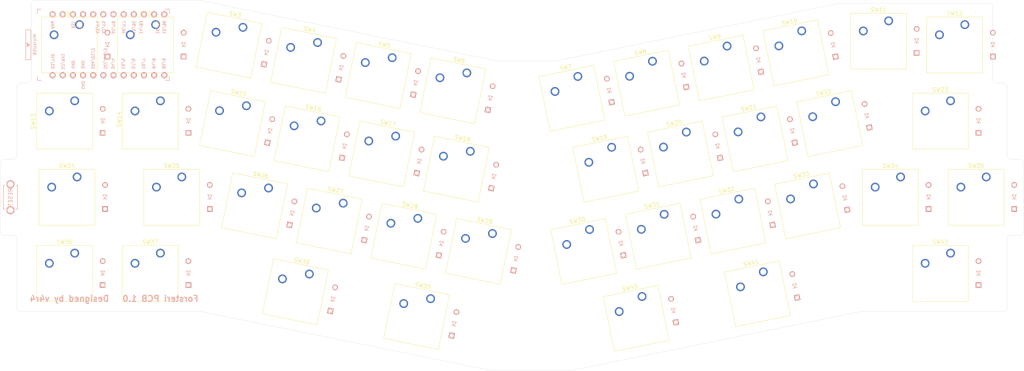
<source format=kicad_pcb>
(kicad_pcb (version 20171130) (host pcbnew "(5.1.2)-2")

  (general
    (thickness 1.6)
    (drawings 53)
    (tracks 0)
    (zones 0)
    (modules 86)
    (nets 65)
  )

  (page A4)
  (layers
    (0 F.Cu signal)
    (31 B.Cu signal)
    (32 B.Adhes user)
    (33 F.Adhes user)
    (34 B.Paste user)
    (35 F.Paste user)
    (36 B.SilkS user)
    (37 F.SilkS user)
    (38 B.Mask user)
    (39 F.Mask user)
    (40 Dwgs.User user)
    (41 Cmts.User user)
    (42 Eco1.User user)
    (43 Eco2.User user)
    (44 Edge.Cuts user)
    (45 Margin user)
    (46 B.CrtYd user)
    (47 F.CrtYd user)
    (48 B.Fab user)
    (49 F.Fab user hide)
  )

  (setup
    (last_trace_width 0.25)
    (trace_clearance 0.2)
    (zone_clearance 0.508)
    (zone_45_only no)
    (trace_min 0.2)
    (via_size 0.8)
    (via_drill 0.4)
    (via_min_size 0.4)
    (via_min_drill 0.3)
    (uvia_size 0.3)
    (uvia_drill 0.1)
    (uvias_allowed no)
    (uvia_min_size 0.2)
    (uvia_min_drill 0.1)
    (edge_width 0.05)
    (segment_width 0.2)
    (pcb_text_width 0.3)
    (pcb_text_size 1.5 1.5)
    (mod_edge_width 0.12)
    (mod_text_size 1 1)
    (mod_text_width 0.15)
    (pad_size 1.524 1.524)
    (pad_drill 0.762)
    (pad_to_mask_clearance 0.051)
    (solder_mask_min_width 0.25)
    (aux_axis_origin 0 0)
    (grid_origin 24.844375 14.605)
    (visible_elements 7FFFFFFF)
    (pcbplotparams
      (layerselection 0x010f0_ffffffff)
      (usegerberextensions false)
      (usegerberattributes false)
      (usegerberadvancedattributes false)
      (creategerberjobfile false)
      (excludeedgelayer true)
      (linewidth 0.100000)
      (plotframeref false)
      (viasonmask false)
      (mode 1)
      (useauxorigin false)
      (hpglpennumber 1)
      (hpglpenspeed 20)
      (hpglpendiameter 15.000000)
      (psnegative false)
      (psa4output false)
      (plotreference true)
      (plotvalue true)
      (plotinvisibletext false)
      (padsonsilk false)
      (subtractmaskfromsilk false)
      (outputformat 1)
      (mirror false)
      (drillshape 0)
      (scaleselection 1)
      (outputdirectory ""))
  )

  (net 0 "")
  (net 1 "Net-(D1-Pad2)")
  (net 2 row0)
  (net 3 "Net-(D2-Pad2)")
  (net 4 "Net-(D3-Pad2)")
  (net 5 "Net-(D4-Pad2)")
  (net 6 "Net-(D5-Pad2)")
  (net 7 "Net-(D6-Pad2)")
  (net 8 "Net-(D7-Pad2)")
  (net 9 "Net-(D8-Pad2)")
  (net 10 "Net-(D9-Pad2)")
  (net 11 "Net-(D10-Pad2)")
  (net 12 "Net-(D11-Pad2)")
  (net 13 "Net-(D12-Pad2)")
  (net 14 "Net-(D13-Pad2)")
  (net 15 row1)
  (net 16 "Net-(D14-Pad2)")
  (net 17 "Net-(D15-Pad2)")
  (net 18 "Net-(D16-Pad2)")
  (net 19 "Net-(D17-Pad2)")
  (net 20 "Net-(D18-Pad2)")
  (net 21 "Net-(D19-Pad2)")
  (net 22 "Net-(D20-Pad2)")
  (net 23 "Net-(D21-Pad2)")
  (net 24 "Net-(D22-Pad2)")
  (net 25 "Net-(D23-Pad2)")
  (net 26 "Net-(D24-Pad2)")
  (net 27 row2)
  (net 28 "Net-(D25-Pad2)")
  (net 29 "Net-(D26-Pad2)")
  (net 30 "Net-(D27-Pad2)")
  (net 31 "Net-(D28-Pad2)")
  (net 32 "Net-(D29-Pad2)")
  (net 33 "Net-(D30-Pad2)")
  (net 34 "Net-(D31-Pad2)")
  (net 35 "Net-(D32-Pad2)")
  (net 36 "Net-(D33-Pad2)")
  (net 37 "Net-(D34-Pad2)")
  (net 38 "Net-(D35-Pad2)")
  (net 39 "Net-(D36-Pad2)")
  (net 40 row3)
  (net 41 "Net-(D37-Pad2)")
  (net 42 "Net-(D38-Pad2)")
  (net 43 "Net-(D39-Pad2)")
  (net 44 "Net-(D40-Pad2)")
  (net 45 "Net-(D41-Pad2)")
  (net 46 "Net-(D42-Pad2)")
  (net 47 col0)
  (net 48 col1)
  (net 49 col2)
  (net 50 col3)
  (net 51 col4)
  (net 52 col5)
  (net 53 col6)
  (net 54 col7)
  (net 55 col8)
  (net 56 col9)
  (net 57 col10)
  (net 58 col11)
  (net 59 "Net-(SW43-Pad1)")
  (net 60 GND)
  (net 61 "Net-(U1-Pad1)")
  (net 62 "Net-(U1-Pad2)")
  (net 63 VCC)
  (net 64 "Net-(U1-Pad24)")

  (net_class Default "これはデフォルトのネット クラスです。"
    (clearance 0.2)
    (trace_width 0.25)
    (via_dia 0.8)
    (via_drill 0.4)
    (uvia_dia 0.3)
    (uvia_drill 0.1)
    (add_net GND)
    (add_net "Net-(D1-Pad2)")
    (add_net "Net-(D10-Pad2)")
    (add_net "Net-(D11-Pad2)")
    (add_net "Net-(D12-Pad2)")
    (add_net "Net-(D13-Pad2)")
    (add_net "Net-(D14-Pad2)")
    (add_net "Net-(D15-Pad2)")
    (add_net "Net-(D16-Pad2)")
    (add_net "Net-(D17-Pad2)")
    (add_net "Net-(D18-Pad2)")
    (add_net "Net-(D19-Pad2)")
    (add_net "Net-(D2-Pad2)")
    (add_net "Net-(D20-Pad2)")
    (add_net "Net-(D21-Pad2)")
    (add_net "Net-(D22-Pad2)")
    (add_net "Net-(D23-Pad2)")
    (add_net "Net-(D24-Pad2)")
    (add_net "Net-(D25-Pad2)")
    (add_net "Net-(D26-Pad2)")
    (add_net "Net-(D27-Pad2)")
    (add_net "Net-(D28-Pad2)")
    (add_net "Net-(D29-Pad2)")
    (add_net "Net-(D3-Pad2)")
    (add_net "Net-(D30-Pad2)")
    (add_net "Net-(D31-Pad2)")
    (add_net "Net-(D32-Pad2)")
    (add_net "Net-(D33-Pad2)")
    (add_net "Net-(D34-Pad2)")
    (add_net "Net-(D35-Pad2)")
    (add_net "Net-(D36-Pad2)")
    (add_net "Net-(D37-Pad2)")
    (add_net "Net-(D38-Pad2)")
    (add_net "Net-(D39-Pad2)")
    (add_net "Net-(D4-Pad2)")
    (add_net "Net-(D40-Pad2)")
    (add_net "Net-(D41-Pad2)")
    (add_net "Net-(D42-Pad2)")
    (add_net "Net-(D5-Pad2)")
    (add_net "Net-(D6-Pad2)")
    (add_net "Net-(D7-Pad2)")
    (add_net "Net-(D8-Pad2)")
    (add_net "Net-(D9-Pad2)")
    (add_net "Net-(SW43-Pad1)")
    (add_net "Net-(U1-Pad1)")
    (add_net "Net-(U1-Pad2)")
    (add_net "Net-(U1-Pad24)")
    (add_net VCC)
    (add_net col0)
    (add_net col1)
    (add_net col10)
    (add_net col11)
    (add_net col2)
    (add_net col3)
    (add_net col4)
    (add_net col5)
    (add_net col6)
    (add_net col7)
    (add_net col8)
    (add_net col9)
    (add_net row0)
    (add_net row1)
    (add_net row2)
    (add_net row3)
  )

  (module kbd:ProMicro_v3 (layer B.Cu) (tedit 5CB5FEF5) (tstamp 5D5CFC28)
    (at 44.662375 24.0836 270)
    (path /5D6502AC)
    (fp_text reference U1 (at 0 5 180) (layer B.SilkS) hide
      (effects (font (size 1 1) (thickness 0.15)) (justify mirror))
    )
    (fp_text value ProMicro (at -0.1 -0.05) (layer B.Fab) hide
      (effects (font (size 1 1) (thickness 0.15)) (justify mirror))
    )
    (fp_line (start 8.9 -14.75) (end 7.89 -14.75) (layer B.SilkS) (width 0.15))
    (fp_line (start -8.9 -14.75) (end -7.9 -14.75) (layer B.SilkS) (width 0.15))
    (fp_line (start 8.9 -13.75) (end 8.9 -14.75) (layer B.SilkS) (width 0.15))
    (fp_line (start -8.9 -13.7) (end -8.9 -14.75) (layer B.SilkS) (width 0.15))
    (fp_line (start 8.9 18.3) (end 7.95 18.3) (layer B.SilkS) (width 0.15))
    (fp_line (start -8.9 18.3) (end -7.9 18.3) (layer B.SilkS) (width 0.15))
    (fp_line (start 8.9 18.3) (end 8.9 17.3) (layer B.SilkS) (width 0.15))
    (fp_line (start -8.9 18.3) (end -8.9 17.3) (layer B.SilkS) (width 0.15))
    (fp_text user "" (at -0.545 17.4 90) (layer B.SilkS)
      (effects (font (size 1 1) (thickness 0.15)) (justify mirror))
    )
    (fp_text user "" (at -0.545 17.4 90) (layer B.SilkS)
      (effects (font (size 1 1) (thickness 0.15)) (justify mirror))
    )
    (fp_line (start -8.9 -14.75) (end -8.9 18.3) (layer B.Fab) (width 0.15))
    (fp_line (start 8.9 -14.75) (end -8.9 -14.75) (layer B.Fab) (width 0.15))
    (fp_line (start 8.9 18.3) (end 8.9 -14.75) (layer B.Fab) (width 0.15))
    (fp_line (start -8.9 18.3) (end -3.75 18.3) (layer B.Fab) (width 0.15))
    (fp_text user RAW (at -4.995 14.5 270 unlocked) (layer B.SilkS)
      (effects (font (size 0.75 0.67) (thickness 0.125)) (justify mirror))
    )
    (fp_text user GND (at 10.105 6.85 270 unlocked) (layer B.SilkS)
      (effects (font (size 0.75 0.67) (thickness 0.125)) (justify mirror))
    )
    (fp_text user RST (at -4.995 9.4 270 unlocked) (layer B.SilkS)
      (effects (font (size 0.75 0.67) (thickness 0.125)) (justify mirror))
    )
    (fp_text user VCC (at -4.995 7.5565 270 unlocked) (layer B.SilkS)
      (effects (font (size 0.75 0.67) (thickness 0.125)) (justify mirror))
    )
    (fp_text user A3/F4 (at -4.395 3.2385 270 unlocked) (layer B.SilkS)
      (effects (font (size 0.75 0.67) (thickness 0.125)) (justify mirror))
    )
    (fp_text user A2/F5 (at -4.395 1.75 270 unlocked) (layer B.SilkS)
      (effects (font (size 0.75 0.67) (thickness 0.125)) (justify mirror))
    )
    (fp_text user A1/F6 (at -4.395 -0.75 270 unlocked) (layer B.SilkS)
      (effects (font (size 0.75 0.67) (thickness 0.125)) (justify mirror))
    )
    (fp_text user A0/F7 (at -4.395 -3.3 270 unlocked) (layer B.SilkS)
      (effects (font (size 0.75 0.67) (thickness 0.125)) (justify mirror))
    )
    (fp_text user 15/B1 (at -4.395 -5.85 270 unlocked) (layer B.SilkS)
      (effects (font (size 0.75 0.67) (thickness 0.125)) (justify mirror))
    )
    (fp_text user 14/B3 (at -4.395 -7.62 270 unlocked) (layer B.SilkS)
      (effects (font (size 0.75 0.67) (thickness 0.125)) (justify mirror))
    )
    (fp_text user 10/B6 (at -4.395 -13.45 270 unlocked) (layer B.SilkS)
      (effects (font (size 0.75 0.67) (thickness 0.125)) (justify mirror))
    )
    (fp_text user 16/B2 (at -4.395 -11.811 270 unlocked) (layer B.SilkS)
      (effects (font (size 0.75 0.67) (thickness 0.125)) (justify mirror))
    )
    (fp_text user E6/7 (at 4.705 -8.25 270 unlocked) (layer B.SilkS)
      (effects (font (size 0.75 0.67) (thickness 0.125)) (justify mirror))
    )
    (fp_text user D7/6 (at 4.705 -5.7 270 unlocked) (layer B.SilkS)
      (effects (font (size 0.75 0.67) (thickness 0.125)) (justify mirror))
    )
    (fp_text user GND (at 4.955 9.35 270 unlocked) (layer B.SilkS)
      (effects (font (size 0.75 0.67) (thickness 0.125)) (justify mirror))
    )
    (fp_text user GND (at 4.955 6.9 270 unlocked) (layer B.SilkS)
      (effects (font (size 0.75 0.67) (thickness 0.125)) (justify mirror))
    )
    (fp_text user D3/TX0 (at 4.155 14.45 270 unlocked) (layer B.SilkS)
      (effects (font (size 0.75 0.67) (thickness 0.125)) (justify mirror))
    )
    (fp_text user D4/4 (at 4.705 -0.6 270 unlocked) (layer B.SilkS)
      (effects (font (size 0.75 0.67) (thickness 0.125)) (justify mirror))
    )
    (fp_text user SDA/D1/2 (at 3.455 4.4 270 unlocked) (layer B.SilkS)
      (effects (font (size 0.75 0.67) (thickness 0.125)) (justify mirror))
    )
    (fp_text user SCL/D0/3 (at 3.455 1.27 270 unlocked) (layer B.SilkS)
      (effects (font (size 0.75 0.67) (thickness 0.125)) (justify mirror))
    )
    (fp_text user C6/5 (at 4.705 -3.15 270 unlocked) (layer B.SilkS)
      (effects (font (size 0.75 0.67) (thickness 0.125)) (justify mirror))
    )
    (fp_text user B5/9 (at 4.705 -13.3 270 unlocked) (layer B.SilkS)
      (effects (font (size 0.75 0.67) (thickness 0.125)) (justify mirror))
    )
    (fp_text user D2/RX1 (at 4.155 11.9 270 unlocked) (layer B.SilkS)
      (effects (font (size 0.75 0.67) (thickness 0.125)) (justify mirror))
    )
    (fp_text user B4/8 (at 4.705 -10.8 270 unlocked) (layer B.SilkS)
      (effects (font (size 0.75 0.67) (thickness 0.125)) (justify mirror))
    )
    (fp_line (start -3.75 19.6) (end 3.75 19.6) (layer B.Fab) (width 0.15))
    (fp_line (start 3.75 19.6) (end 3.75 18.3) (layer B.Fab) (width 0.15))
    (fp_line (start -3.75 19.6) (end -3.75 18.299039) (layer B.Fab) (width 0.15))
    (fp_line (start -3.75 18.3) (end 3.75 18.3) (layer B.Fab) (width 0.15))
    (fp_line (start 3.76 18.3) (end 8.9 18.3) (layer B.Fab) (width 0.15))
    (fp_line (start -3.75 21.2) (end -3.75 19.9) (layer B.SilkS) (width 0.15))
    (fp_line (start -3.75 19.9) (end 3.75 19.9) (layer B.SilkS) (width 0.15))
    (fp_line (start 3.75 19.9) (end 3.75 21.2) (layer B.SilkS) (width 0.15))
    (fp_line (start 3.75 21.2) (end -3.75 21.2) (layer B.SilkS) (width 0.15))
    (fp_line (start -0.5 20.85) (end 0.5 20.85) (layer B.SilkS) (width 0.15))
    (fp_line (start 0.5 20.85) (end 0 20.2) (layer B.SilkS) (width 0.15))
    (fp_line (start 0 20.2) (end -0.5 20.85) (layer B.SilkS) (width 0.15))
    (fp_line (start -0.35 20.7) (end 0.35 20.7) (layer B.SilkS) (width 0.15))
    (fp_line (start -0.25 20.55) (end 0.25 20.55) (layer B.SilkS) (width 0.15))
    (fp_line (start -0.15 20.4) (end 0.15 20.4) (layer B.SilkS) (width 0.15))
    (fp_text user MicroUSB (at -0.05 18.95 270) (layer B.SilkS)
      (effects (font (size 0.75 0.75) (thickness 0.12)) (justify mirror))
    )
    (fp_text user " " (at -1.2515 16.256 270) (layer F.SilkS) hide
      (effects (font (size 1 1) (thickness 0.15)))
    )
    (pad 24 thru_hole circle (at -7.6086 14.478 270) (size 1.524 1.524) (drill 0.8128) (layers *.Cu B.SilkS F.Mask)
      (net 64 "Net-(U1-Pad24)"))
    (pad 23 thru_hole circle (at -7.6086 11.938 270) (size 1.524 1.524) (drill 0.8128) (layers *.Cu B.SilkS F.Mask)
      (net 60 GND))
    (pad 22 thru_hole circle (at -7.6086 9.398 270) (size 1.524 1.524) (drill 0.8128) (layers *.Cu B.SilkS F.Mask)
      (net 59 "Net-(SW43-Pad1)"))
    (pad 21 thru_hole circle (at -7.6086 6.858 270) (size 1.524 1.524) (drill 0.8128) (layers *.Cu B.SilkS F.Mask)
      (net 63 VCC))
    (pad 20 thru_hole circle (at -7.6086 4.318 270) (size 1.524 1.524) (drill 0.8128) (layers *.Cu B.SilkS F.Mask)
      (net 47 col0))
    (pad 19 thru_hole circle (at -7.6086 1.778 270) (size 1.524 1.524) (drill 0.8128) (layers *.Cu B.SilkS F.Mask)
      (net 2 row0))
    (pad 18 thru_hole circle (at -7.6086 -0.762 270) (size 1.524 1.524) (drill 0.8128) (layers *.Cu B.SilkS F.Mask)
      (net 15 row1))
    (pad 17 thru_hole circle (at -7.6086 -3.302 270) (size 1.524 1.524) (drill 0.8128) (layers *.Cu B.SilkS F.Mask)
      (net 52 col5))
    (pad 16 thru_hole circle (at -7.6086 -5.842 270) (size 1.524 1.524) (drill 0.8128) (layers *.Cu B.SilkS F.Mask)
      (net 51 col4))
    (pad 15 thru_hole circle (at -7.6086 -8.382 270) (size 1.524 1.524) (drill 0.8128) (layers *.Cu B.SilkS F.Mask)
      (net 50 col3))
    (pad 14 thru_hole circle (at -7.6086 -10.922 270) (size 1.524 1.524) (drill 0.8128) (layers *.Cu B.SilkS F.Mask)
      (net 49 col2))
    (pad 13 thru_hole circle (at -7.6086 -13.462 270) (size 1.524 1.524) (drill 0.8128) (layers *.Cu B.SilkS F.Mask)
      (net 48 col1))
    (pad 12 thru_hole circle (at 7.6114 -13.462 270) (size 1.524 1.524) (drill 0.8128) (layers *.Cu B.SilkS F.Mask)
      (net 58 col11))
    (pad 11 thru_hole circle (at 7.6114 -10.922 270) (size 1.524 1.524) (drill 0.8128) (layers *.Cu B.SilkS F.Mask)
      (net 57 col10))
    (pad 10 thru_hole circle (at 7.6114 -8.382 270) (size 1.524 1.524) (drill 0.8128) (layers *.Cu B.SilkS F.Mask)
      (net 56 col9))
    (pad 9 thru_hole circle (at 7.6114 -5.842 270) (size 1.524 1.524) (drill 0.8128) (layers *.Cu B.SilkS F.Mask)
      (net 55 col8))
    (pad 8 thru_hole circle (at 7.6114 -3.302 270) (size 1.524 1.524) (drill 0.8128) (layers *.Cu B.SilkS F.Mask)
      (net 54 col7))
    (pad 7 thru_hole circle (at 7.6114 -0.762 270) (size 1.524 1.524) (drill 0.8128) (layers *.Cu B.SilkS F.Mask)
      (net 53 col6))
    (pad 6 thru_hole circle (at 7.6114 1.778 270) (size 1.524 1.524) (drill 0.8128) (layers *.Cu B.SilkS F.Mask)
      (net 27 row2))
    (pad 5 thru_hole circle (at 7.6114 4.318 270) (size 1.524 1.524) (drill 0.8128) (layers *.Cu B.SilkS F.Mask)
      (net 40 row3))
    (pad 4 thru_hole circle (at 7.6114 6.858 270) (size 1.524 1.524) (drill 0.8128) (layers *.Cu B.SilkS F.Mask)
      (net 60 GND))
    (pad 3 thru_hole circle (at 7.6114 9.398 270) (size 1.524 1.524) (drill 0.8128) (layers *.Cu B.SilkS F.Mask)
      (net 60 GND))
    (pad 2 thru_hole circle (at 7.6114 11.938 270) (size 1.524 1.524) (drill 0.8128) (layers *.Cu B.SilkS F.Mask)
      (net 62 "Net-(U1-Pad2)"))
    (pad 1 thru_hole circle (at 7.6114 14.478 270) (size 1.524 1.524) (drill 0.8128) (layers *.Cu B.SilkS F.Mask)
      (net 61 "Net-(U1-Pad1)"))
  )

  (module v4r4:D3_TH (layer B.Cu) (tedit 5D5DE891) (tstamp 5D5D12A9)
    (at 43.909375 24.05 90)
    (descr "Resitance 3 pas")
    (tags R)
    (path /5D72C7DC)
    (autoplace_cost180 10)
    (fp_text reference D1 (at 0.55 0 90) (layer B.Fab) hide
      (effects (font (size 0.5 0.5) (thickness 0.125)) (justify mirror))
    )
    (fp_text value D_Small (at -0.55 0 90) (layer B.Fab) hide
      (effects (font (size 0.5 0.5) (thickness 0.125)) (justify mirror))
    )
    (fp_line (start -0.5 0.5) (end -0.5 -0.5) (layer B.SilkS) (width 0.15))
    (fp_line (start 0.5 -0.5) (end -0.4 0) (layer B.SilkS) (width 0.15))
    (fp_line (start 0.5 0.5) (end 0.5 -0.5) (layer B.SilkS) (width 0.15))
    (fp_line (start -0.4 0) (end 0.5 0.5) (layer B.SilkS) (width 0.15))
    (pad 2 thru_hole circle (at 3 0 90) (size 1.397 1.397) (drill 0.8128) (layers *.Cu B.SilkS F.Mask)
      (net 1 "Net-(D1-Pad2)"))
    (pad 1 thru_hole rect (at -3 0 90) (size 1.397 1.397) (drill 0.8128) (layers *.Cu B.SilkS F.Mask)
      (net 2 row0))
    (model Diodes_SMD.3dshapes/SMB_Handsoldering.wrl
      (at (xyz 0 0 0))
      (scale (xyz 0.22 0.15 0.15))
      (rotate (xyz 0 0 180))
    )
  )

  (module v4r4:D3_TH (layer B.Cu) (tedit 5D5DE891) (tstamp 5D5D12D0)
    (at 62.959375 24.05 90)
    (descr "Resitance 3 pas")
    (tags R)
    (path /5D72E427)
    (autoplace_cost180 10)
    (fp_text reference D2 (at 0.55 0 90) (layer B.Fab) hide
      (effects (font (size 0.5 0.5) (thickness 0.125)) (justify mirror))
    )
    (fp_text value D_Small (at -0.55 0 90) (layer B.Fab) hide
      (effects (font (size 0.5 0.5) (thickness 0.125)) (justify mirror))
    )
    (fp_line (start -0.5 0.5) (end -0.5 -0.5) (layer B.SilkS) (width 0.15))
    (fp_line (start 0.5 -0.5) (end -0.4 0) (layer B.SilkS) (width 0.15))
    (fp_line (start 0.5 0.5) (end 0.5 -0.5) (layer B.SilkS) (width 0.15))
    (fp_line (start -0.4 0) (end 0.5 0.5) (layer B.SilkS) (width 0.15))
    (pad 2 thru_hole circle (at 3 0 90) (size 1.397 1.397) (drill 0.8128) (layers *.Cu B.SilkS F.Mask)
      (net 3 "Net-(D2-Pad2)"))
    (pad 1 thru_hole rect (at -3 0 90) (size 1.397 1.397) (drill 0.8128) (layers *.Cu B.SilkS F.Mask)
      (net 2 row0))
    (model Diodes_SMD.3dshapes/SMB_Handsoldering.wrl
      (at (xyz 0 0 0))
      (scale (xyz 0.22 0.15 0.15))
      (rotate (xyz 0 0 180))
    )
  )

  (module v4r4:D3_TH (layer B.Cu) (tedit 5D5DE891) (tstamp 5D5D1282)
    (at 83.659631 26.017537 78.5)
    (descr "Resitance 3 pas")
    (tags R)
    (path /5D72EA9A)
    (autoplace_cost180 10)
    (fp_text reference D3 (at 0.55 0 78.5) (layer B.Fab) hide
      (effects (font (size 0.5 0.5) (thickness 0.125)) (justify mirror))
    )
    (fp_text value D_Small (at -0.55 0 78.5) (layer B.Fab) hide
      (effects (font (size 0.5 0.5) (thickness 0.125)) (justify mirror))
    )
    (fp_line (start -0.5 0.5) (end -0.5 -0.5) (layer B.SilkS) (width 0.15))
    (fp_line (start 0.5 -0.5) (end -0.4 0) (layer B.SilkS) (width 0.15))
    (fp_line (start 0.5 0.5) (end 0.5 -0.5) (layer B.SilkS) (width 0.15))
    (fp_line (start -0.4 0) (end 0.5 0.5) (layer B.SilkS) (width 0.15))
    (pad 2 thru_hole circle (at 3 0 78.5) (size 1.397 1.397) (drill 0.8128) (layers *.Cu B.SilkS F.Mask)
      (net 4 "Net-(D3-Pad2)"))
    (pad 1 thru_hole rect (at -3 0 78.5) (size 1.397 1.397) (drill 0.8128) (layers *.Cu B.SilkS F.Mask)
      (net 2 row0))
    (model Diodes_SMD.3dshapes/SMB_Handsoldering.wrl
      (at (xyz 0 0 0))
      (scale (xyz 0.22 0.15 0.15))
      (rotate (xyz 0 0 180))
    )
  )

  (module v4r4:D3_TH (layer B.Cu) (tedit 5D5DE891) (tstamp 5D5D14A4)
    (at 102.327196 29.815496 78.5)
    (descr "Resitance 3 pas")
    (tags R)
    (path /5D72EE65)
    (autoplace_cost180 10)
    (fp_text reference D4 (at 0.55 0 78.5) (layer B.Fab) hide
      (effects (font (size 0.5 0.5) (thickness 0.125)) (justify mirror))
    )
    (fp_text value D_Small (at -0.55 0 78.5) (layer B.Fab) hide
      (effects (font (size 0.5 0.5) (thickness 0.125)) (justify mirror))
    )
    (fp_line (start -0.5 0.5) (end -0.5 -0.5) (layer B.SilkS) (width 0.15))
    (fp_line (start 0.5 -0.5) (end -0.4 0) (layer B.SilkS) (width 0.15))
    (fp_line (start 0.5 0.5) (end 0.5 -0.5) (layer B.SilkS) (width 0.15))
    (fp_line (start -0.4 0) (end 0.5 0.5) (layer B.SilkS) (width 0.15))
    (pad 2 thru_hole circle (at 3 0 78.5) (size 1.397 1.397) (drill 0.8128) (layers *.Cu B.SilkS F.Mask)
      (net 5 "Net-(D4-Pad2)"))
    (pad 1 thru_hole rect (at -3 0 78.5) (size 1.397 1.397) (drill 0.8128) (layers *.Cu B.SilkS F.Mask)
      (net 2 row0))
    (model Diodes_SMD.3dshapes/SMB_Handsoldering.wrl
      (at (xyz 0 0 0))
      (scale (xyz 0.22 0.15 0.15))
      (rotate (xyz 0 0 180))
    )
  )

  (module v4r4:D3_TH (layer B.Cu) (tedit 5D5DE891) (tstamp 5D5D1345)
    (at 120.994762 33.613455 78.5)
    (descr "Resitance 3 pas")
    (tags R)
    (path /5D732892)
    (autoplace_cost180 10)
    (fp_text reference D5 (at 0.55 0 78.5) (layer B.Fab) hide
      (effects (font (size 0.5 0.5) (thickness 0.125)) (justify mirror))
    )
    (fp_text value D_Small (at -0.55 0 78.5) (layer B.Fab) hide
      (effects (font (size 0.5 0.5) (thickness 0.125)) (justify mirror))
    )
    (fp_line (start -0.5 0.5) (end -0.5 -0.5) (layer B.SilkS) (width 0.15))
    (fp_line (start 0.5 -0.5) (end -0.4 0) (layer B.SilkS) (width 0.15))
    (fp_line (start 0.5 0.5) (end 0.5 -0.5) (layer B.SilkS) (width 0.15))
    (fp_line (start -0.4 0) (end 0.5 0.5) (layer B.SilkS) (width 0.15))
    (pad 2 thru_hole circle (at 3 0 78.5) (size 1.397 1.397) (drill 0.8128) (layers *.Cu B.SilkS F.Mask)
      (net 6 "Net-(D5-Pad2)"))
    (pad 1 thru_hole rect (at -3 0 78.5) (size 1.397 1.397) (drill 0.8128) (layers *.Cu B.SilkS F.Mask)
      (net 2 row0))
    (model Diodes_SMD.3dshapes/SMB_Handsoldering.wrl
      (at (xyz 0 0 0))
      (scale (xyz 0.22 0.15 0.15))
      (rotate (xyz 0 0 180))
    )
  )

  (module v4r4:D3_TH (layer B.Cu) (tedit 5D5DE891) (tstamp 5D5D147D)
    (at 139.662328 37.411414 78.5)
    (descr "Resitance 3 pas")
    (tags R)
    (path /5D732898)
    (autoplace_cost180 10)
    (fp_text reference D6 (at 0.55 0 78.5) (layer B.Fab) hide
      (effects (font (size 0.5 0.5) (thickness 0.125)) (justify mirror))
    )
    (fp_text value D_Small (at -0.55 0 78.5) (layer B.Fab) hide
      (effects (font (size 0.5 0.5) (thickness 0.125)) (justify mirror))
    )
    (fp_line (start -0.5 0.5) (end -0.5 -0.5) (layer B.SilkS) (width 0.15))
    (fp_line (start 0.5 -0.5) (end -0.4 0) (layer B.SilkS) (width 0.15))
    (fp_line (start 0.5 0.5) (end 0.5 -0.5) (layer B.SilkS) (width 0.15))
    (fp_line (start -0.4 0) (end 0.5 0.5) (layer B.SilkS) (width 0.15))
    (pad 2 thru_hole circle (at 3 0 78.5) (size 1.397 1.397) (drill 0.8128) (layers *.Cu B.SilkS F.Mask)
      (net 7 "Net-(D6-Pad2)"))
    (pad 1 thru_hole rect (at -3 0 78.5) (size 1.397 1.397) (drill 0.8128) (layers *.Cu B.SilkS F.Mask)
      (net 2 row0))
    (model Diodes_SMD.3dshapes/SMB_Handsoldering.wrl
      (at (xyz 0 0 0))
      (scale (xyz 0.22 0.15 0.15))
      (rotate (xyz 0 0 180))
    )
  )

  (module v4r4:D3_TH (layer B.Cu) (tedit 5D5DE891) (tstamp 5D5D1456)
    (at 169.420851 35.506453 101.5)
    (descr "Resitance 3 pas")
    (tags R)
    (path /5D73289E)
    (autoplace_cost180 10)
    (fp_text reference D7 (at 0.55 0 101.5) (layer B.Fab) hide
      (effects (font (size 0.5 0.5) (thickness 0.125)) (justify mirror))
    )
    (fp_text value D_Small (at -0.55 0 101.5) (layer B.Fab) hide
      (effects (font (size 0.5 0.5) (thickness 0.125)) (justify mirror))
    )
    (fp_line (start -0.5 0.5) (end -0.5 -0.5) (layer B.SilkS) (width 0.15))
    (fp_line (start 0.5 -0.5) (end -0.4 0) (layer B.SilkS) (width 0.15))
    (fp_line (start 0.5 0.5) (end 0.5 -0.5) (layer B.SilkS) (width 0.15))
    (fp_line (start -0.4 0) (end 0.5 0.5) (layer B.SilkS) (width 0.15))
    (pad 2 thru_hole circle (at 3 0 101.5) (size 1.397 1.397) (drill 0.8128) (layers *.Cu B.SilkS F.Mask)
      (net 8 "Net-(D7-Pad2)"))
    (pad 1 thru_hole rect (at -3 0 101.5) (size 1.397 1.397) (drill 0.8128) (layers *.Cu B.SilkS F.Mask)
      (net 2 row0))
    (model Diodes_SMD.3dshapes/SMB_Handsoldering.wrl
      (at (xyz 0 0 0))
      (scale (xyz 0.22 0.15 0.15))
      (rotate (xyz 0 0 180))
    )
  )

  (module v4r4:D3_TH (layer B.Cu) (tedit 5D5DE891) (tstamp 5D5D142F)
    (at 188.088417 31.708494 101.5)
    (descr "Resitance 3 pas")
    (tags R)
    (path /5D7328A4)
    (autoplace_cost180 10)
    (fp_text reference D8 (at 0.55 0 101.5) (layer B.Fab) hide
      (effects (font (size 0.5 0.5) (thickness 0.125)) (justify mirror))
    )
    (fp_text value D_Small (at -0.55 0 101.5) (layer B.Fab) hide
      (effects (font (size 0.5 0.5) (thickness 0.125)) (justify mirror))
    )
    (fp_line (start -0.5 0.5) (end -0.5 -0.5) (layer B.SilkS) (width 0.15))
    (fp_line (start 0.5 -0.5) (end -0.4 0) (layer B.SilkS) (width 0.15))
    (fp_line (start 0.5 0.5) (end 0.5 -0.5) (layer B.SilkS) (width 0.15))
    (fp_line (start -0.4 0) (end 0.5 0.5) (layer B.SilkS) (width 0.15))
    (pad 2 thru_hole circle (at 3 0 101.5) (size 1.397 1.397) (drill 0.8128) (layers *.Cu B.SilkS F.Mask)
      (net 9 "Net-(D8-Pad2)"))
    (pad 1 thru_hole rect (at -3 0 101.5) (size 1.397 1.397) (drill 0.8128) (layers *.Cu B.SilkS F.Mask)
      (net 2 row0))
    (model Diodes_SMD.3dshapes/SMB_Handsoldering.wrl
      (at (xyz 0 0 0))
      (scale (xyz 0.22 0.15 0.15))
      (rotate (xyz 0 0 180))
    )
  )

  (module v4r4:D3_TH (layer B.Cu) (tedit 5D5DE891) (tstamp 5D5D131E)
    (at 206.755982 27.910534 101.5)
    (descr "Resitance 3 pas")
    (tags R)
    (path /5D733FFF)
    (autoplace_cost180 10)
    (fp_text reference D9 (at 0.55 0 101.5) (layer B.Fab) hide
      (effects (font (size 0.5 0.5) (thickness 0.125)) (justify mirror))
    )
    (fp_text value D_Small (at -0.55 0 101.5) (layer B.Fab) hide
      (effects (font (size 0.5 0.5) (thickness 0.125)) (justify mirror))
    )
    (fp_line (start -0.5 0.5) (end -0.5 -0.5) (layer B.SilkS) (width 0.15))
    (fp_line (start 0.5 -0.5) (end -0.4 0) (layer B.SilkS) (width 0.15))
    (fp_line (start 0.5 0.5) (end 0.5 -0.5) (layer B.SilkS) (width 0.15))
    (fp_line (start -0.4 0) (end 0.5 0.5) (layer B.SilkS) (width 0.15))
    (pad 2 thru_hole circle (at 3 0 101.5) (size 1.397 1.397) (drill 0.8128) (layers *.Cu B.SilkS F.Mask)
      (net 10 "Net-(D9-Pad2)"))
    (pad 1 thru_hole rect (at -3 0 101.5) (size 1.397 1.397) (drill 0.8128) (layers *.Cu B.SilkS F.Mask)
      (net 2 row0))
    (model Diodes_SMD.3dshapes/SMB_Handsoldering.wrl
      (at (xyz 0 0 0))
      (scale (xyz 0.22 0.15 0.15))
      (rotate (xyz 0 0 180))
    )
  )

  (module v4r4:D3_TH (layer B.Cu) (tedit 5D5DE891) (tstamp 5D5D136C)
    (at 225.423548 24.112575 101.5)
    (descr "Resitance 3 pas")
    (tags R)
    (path /5D734005)
    (autoplace_cost180 10)
    (fp_text reference D10 (at 0.55 0 101.5) (layer B.Fab) hide
      (effects (font (size 0.5 0.5) (thickness 0.125)) (justify mirror))
    )
    (fp_text value D_Small (at -0.55 0 101.5) (layer B.Fab) hide
      (effects (font (size 0.5 0.5) (thickness 0.125)) (justify mirror))
    )
    (fp_line (start -0.5 0.5) (end -0.5 -0.5) (layer B.SilkS) (width 0.15))
    (fp_line (start 0.5 -0.5) (end -0.4 0) (layer B.SilkS) (width 0.15))
    (fp_line (start 0.5 0.5) (end 0.5 -0.5) (layer B.SilkS) (width 0.15))
    (fp_line (start -0.4 0) (end 0.5 0.5) (layer B.SilkS) (width 0.15))
    (pad 2 thru_hole circle (at 3 0 101.5) (size 1.397 1.397) (drill 0.8128) (layers *.Cu B.SilkS F.Mask)
      (net 11 "Net-(D10-Pad2)"))
    (pad 1 thru_hole rect (at -3 0 101.5) (size 1.397 1.397) (drill 0.8128) (layers *.Cu B.SilkS F.Mask)
      (net 2 row0))
    (model Diodes_SMD.3dshapes/SMB_Handsoldering.wrl
      (at (xyz 0 0 0))
      (scale (xyz 0.22 0.15 0.15))
      (rotate (xyz 0 0 180))
    )
  )

  (module v4r4:D3_TH (layer B.Cu) (tedit 5D5DE891) (tstamp 5D5D12F7)
    (at 246.315625 23.0975 90)
    (descr "Resitance 3 pas")
    (tags R)
    (path /5D73400B)
    (autoplace_cost180 10)
    (fp_text reference D11 (at 0.55 0 90) (layer B.Fab) hide
      (effects (font (size 0.5 0.5) (thickness 0.125)) (justify mirror))
    )
    (fp_text value D_Small (at -0.55 0 90) (layer B.Fab) hide
      (effects (font (size 0.5 0.5) (thickness 0.125)) (justify mirror))
    )
    (fp_line (start -0.5 0.5) (end -0.5 -0.5) (layer B.SilkS) (width 0.15))
    (fp_line (start 0.5 -0.5) (end -0.4 0) (layer B.SilkS) (width 0.15))
    (fp_line (start 0.5 0.5) (end 0.5 -0.5) (layer B.SilkS) (width 0.15))
    (fp_line (start -0.4 0) (end 0.5 0.5) (layer B.SilkS) (width 0.15))
    (pad 2 thru_hole circle (at 3 0 90) (size 1.397 1.397) (drill 0.8128) (layers *.Cu B.SilkS F.Mask)
      (net 12 "Net-(D11-Pad2)"))
    (pad 1 thru_hole rect (at -3 0 90) (size 1.397 1.397) (drill 0.8128) (layers *.Cu B.SilkS F.Mask)
      (net 2 row0))
    (model Diodes_SMD.3dshapes/SMB_Handsoldering.wrl
      (at (xyz 0 0 0))
      (scale (xyz 0.22 0.15 0.15))
      (rotate (xyz 0 0 180))
    )
  )

  (module v4r4:D3_TH (layer B.Cu) (tedit 5D5DE891) (tstamp 5D5D1408)
    (at 265.365625 24.05 90)
    (descr "Resitance 3 pas")
    (tags R)
    (path /5D734011)
    (autoplace_cost180 10)
    (fp_text reference D12 (at 0.55 0 90) (layer B.Fab) hide
      (effects (font (size 0.5 0.5) (thickness 0.125)) (justify mirror))
    )
    (fp_text value D_Small (at -0.55 0 90) (layer B.Fab) hide
      (effects (font (size 0.5 0.5) (thickness 0.125)) (justify mirror))
    )
    (fp_line (start -0.5 0.5) (end -0.5 -0.5) (layer B.SilkS) (width 0.15))
    (fp_line (start 0.5 -0.5) (end -0.4 0) (layer B.SilkS) (width 0.15))
    (fp_line (start 0.5 0.5) (end 0.5 -0.5) (layer B.SilkS) (width 0.15))
    (fp_line (start -0.4 0) (end 0.5 0.5) (layer B.SilkS) (width 0.15))
    (pad 2 thru_hole circle (at 3 0 90) (size 1.397 1.397) (drill 0.8128) (layers *.Cu B.SilkS F.Mask)
      (net 13 "Net-(D12-Pad2)"))
    (pad 1 thru_hole rect (at -3 0 90) (size 1.397 1.397) (drill 0.8128) (layers *.Cu B.SilkS F.Mask)
      (net 2 row0))
    (model Diodes_SMD.3dshapes/SMB_Handsoldering.wrl
      (at (xyz 0 0 0))
      (scale (xyz 0.22 0.15 0.15))
      (rotate (xyz 0 0 180))
    )
  )

  (module v4r4:D3_TH (layer B.Cu) (tedit 5D5DE891) (tstamp 5D5D13E1)
    (at 42.7185 43.1 90)
    (descr "Resitance 3 pas")
    (tags R)
    (path /5D75D17C)
    (autoplace_cost180 10)
    (fp_text reference D13 (at 0.55 0 -90) (layer B.Fab) hide
      (effects (font (size 0.5 0.5) (thickness 0.125)) (justify mirror))
    )
    (fp_text value D_Small (at -0.55 0 -90) (layer B.Fab) hide
      (effects (font (size 0.5 0.5) (thickness 0.125)) (justify mirror))
    )
    (fp_line (start -0.5 0.5) (end -0.5 -0.5) (layer B.SilkS) (width 0.15))
    (fp_line (start 0.5 -0.5) (end -0.4 0) (layer B.SilkS) (width 0.15))
    (fp_line (start 0.5 0.5) (end 0.5 -0.5) (layer B.SilkS) (width 0.15))
    (fp_line (start -0.4 0) (end 0.5 0.5) (layer B.SilkS) (width 0.15))
    (pad 2 thru_hole circle (at 3 0 90) (size 1.397 1.397) (drill 0.8128) (layers *.Cu B.SilkS F.Mask)
      (net 14 "Net-(D13-Pad2)"))
    (pad 1 thru_hole rect (at -3 0 90) (size 1.397 1.397) (drill 0.8128) (layers *.Cu B.SilkS F.Mask)
      (net 15 row1))
    (model Diodes_SMD.3dshapes/SMB_Handsoldering.wrl
      (at (xyz 0 0 0))
      (scale (xyz 0.22 0.15 0.15))
      (rotate (xyz 0 0 180))
    )
  )

  (module v4r4:D3_TH (layer B.Cu) (tedit 5D5DE891) (tstamp 5D5D1393)
    (at 64.15 43.1 90)
    (descr "Resitance 3 pas")
    (tags R)
    (path /5D75D182)
    (autoplace_cost180 10)
    (fp_text reference D14 (at 0.55 0 90) (layer B.Fab) hide
      (effects (font (size 0.5 0.5) (thickness 0.125)) (justify mirror))
    )
    (fp_text value D_Small (at -0.55 0 90) (layer B.Fab) hide
      (effects (font (size 0.5 0.5) (thickness 0.125)) (justify mirror))
    )
    (fp_line (start -0.5 0.5) (end -0.5 -0.5) (layer B.SilkS) (width 0.15))
    (fp_line (start 0.5 -0.5) (end -0.4 0) (layer B.SilkS) (width 0.15))
    (fp_line (start 0.5 0.5) (end 0.5 -0.5) (layer B.SilkS) (width 0.15))
    (fp_line (start -0.4 0) (end 0.5 0.5) (layer B.SilkS) (width 0.15))
    (pad 2 thru_hole circle (at 3 0 90) (size 1.397 1.397) (drill 0.8128) (layers *.Cu B.SilkS F.Mask)
      (net 16 "Net-(D14-Pad2)"))
    (pad 1 thru_hole rect (at -3 0 90) (size 1.397 1.397) (drill 0.8128) (layers *.Cu B.SilkS F.Mask)
      (net 15 row1))
    (model Diodes_SMD.3dshapes/SMB_Handsoldering.wrl
      (at (xyz 0 0 0))
      (scale (xyz 0.22 0.15 0.15))
      (rotate (xyz 0 0 180))
    )
  )

  (module v4r4:D3_TH (layer B.Cu) (tedit 5D5DE891) (tstamp 5D5D13BA)
    (at 84.528563 45.634592 78.5)
    (descr "Resitance 3 pas")
    (tags R)
    (path /5D75D188)
    (autoplace_cost180 10)
    (fp_text reference D15 (at 0.55 0 78.5) (layer B.Fab) hide
      (effects (font (size 0.5 0.5) (thickness 0.125)) (justify mirror))
    )
    (fp_text value D_Small (at -0.55 0 78.5) (layer B.Fab) hide
      (effects (font (size 0.5 0.5) (thickness 0.125)) (justify mirror))
    )
    (fp_line (start -0.5 0.5) (end -0.5 -0.5) (layer B.SilkS) (width 0.15))
    (fp_line (start 0.5 -0.5) (end -0.4 0) (layer B.SilkS) (width 0.15))
    (fp_line (start 0.5 0.5) (end 0.5 -0.5) (layer B.SilkS) (width 0.15))
    (fp_line (start -0.4 0) (end 0.5 0.5) (layer B.SilkS) (width 0.15))
    (pad 2 thru_hole circle (at 3 0 78.5) (size 1.397 1.397) (drill 0.8128) (layers *.Cu B.SilkS F.Mask)
      (net 17 "Net-(D15-Pad2)"))
    (pad 1 thru_hole rect (at -3 0 78.5) (size 1.397 1.397) (drill 0.8128) (layers *.Cu B.SilkS F.Mask)
      (net 15 row1))
    (model Diodes_SMD.3dshapes/SMB_Handsoldering.wrl
      (at (xyz 0 0 0))
      (scale (xyz 0.22 0.15 0.15))
      (rotate (xyz 0 0 180))
    )
  )

  (module v4r4:D3_TH (layer B.Cu) (tedit 5D5DE891) (tstamp 5D5D1234)
    (at 103.196129 49.432551 78.5)
    (descr "Resitance 3 pas")
    (tags R)
    (path /5D75D18E)
    (autoplace_cost180 10)
    (fp_text reference D16 (at 0.55 0 78.5) (layer B.Fab) hide
      (effects (font (size 0.5 0.5) (thickness 0.125)) (justify mirror))
    )
    (fp_text value D_Small (at -0.55 0 78.5) (layer B.Fab) hide
      (effects (font (size 0.5 0.5) (thickness 0.125)) (justify mirror))
    )
    (fp_line (start -0.5 0.5) (end -0.5 -0.5) (layer B.SilkS) (width 0.15))
    (fp_line (start 0.5 -0.5) (end -0.4 0) (layer B.SilkS) (width 0.15))
    (fp_line (start 0.5 0.5) (end 0.5 -0.5) (layer B.SilkS) (width 0.15))
    (fp_line (start -0.4 0) (end 0.5 0.5) (layer B.SilkS) (width 0.15))
    (pad 2 thru_hole circle (at 3 0 78.5) (size 1.397 1.397) (drill 0.8128) (layers *.Cu B.SilkS F.Mask)
      (net 18 "Net-(D16-Pad2)"))
    (pad 1 thru_hole rect (at -3 0 78.5) (size 1.397 1.397) (drill 0.8128) (layers *.Cu B.SilkS F.Mask)
      (net 15 row1))
    (model Diodes_SMD.3dshapes/SMB_Handsoldering.wrl
      (at (xyz 0 0 0))
      (scale (xyz 0.22 0.15 0.15))
      (rotate (xyz 0 0 180))
    )
  )

  (module v4r4:D3_TH (layer B.Cu) (tedit 5D5DE891) (tstamp 5D5D10D5)
    (at 121.863694 53.230511 78.5)
    (descr "Resitance 3 pas")
    (tags R)
    (path /5D75D194)
    (autoplace_cost180 10)
    (fp_text reference D17 (at 0.55 0 78.5) (layer B.Fab) hide
      (effects (font (size 0.5 0.5) (thickness 0.125)) (justify mirror))
    )
    (fp_text value D_Small (at -0.55 0 78.5) (layer B.Fab) hide
      (effects (font (size 0.5 0.5) (thickness 0.125)) (justify mirror))
    )
    (fp_line (start -0.5 0.5) (end -0.5 -0.5) (layer B.SilkS) (width 0.15))
    (fp_line (start 0.5 -0.5) (end -0.4 0) (layer B.SilkS) (width 0.15))
    (fp_line (start 0.5 0.5) (end 0.5 -0.5) (layer B.SilkS) (width 0.15))
    (fp_line (start -0.4 0) (end 0.5 0.5) (layer B.SilkS) (width 0.15))
    (pad 2 thru_hole circle (at 3 0 78.5) (size 1.397 1.397) (drill 0.8128) (layers *.Cu B.SilkS F.Mask)
      (net 19 "Net-(D17-Pad2)"))
    (pad 1 thru_hole rect (at -3 0 78.5) (size 1.397 1.397) (drill 0.8128) (layers *.Cu B.SilkS F.Mask)
      (net 15 row1))
    (model Diodes_SMD.3dshapes/SMB_Handsoldering.wrl
      (at (xyz 0 0 0))
      (scale (xyz 0.22 0.15 0.15))
      (rotate (xyz 0 0 180))
    )
  )

  (module v4r4:D3_TH (layer B.Cu) (tedit 5D5DE891) (tstamp 5D5D1123)
    (at 140.53126 57.02847 78.5)
    (descr "Resitance 3 pas")
    (tags R)
    (path /5D75D19A)
    (autoplace_cost180 10)
    (fp_text reference D18 (at 0.55 0 78.5) (layer B.Fab) hide
      (effects (font (size 0.5 0.5) (thickness 0.125)) (justify mirror))
    )
    (fp_text value D_Small (at -0.55 0 78.5) (layer B.Fab) hide
      (effects (font (size 0.5 0.5) (thickness 0.125)) (justify mirror))
    )
    (fp_line (start -0.5 0.5) (end -0.5 -0.5) (layer B.SilkS) (width 0.15))
    (fp_line (start 0.5 -0.5) (end -0.4 0) (layer B.SilkS) (width 0.15))
    (fp_line (start 0.5 0.5) (end 0.5 -0.5) (layer B.SilkS) (width 0.15))
    (fp_line (start -0.4 0) (end 0.5 0.5) (layer B.SilkS) (width 0.15))
    (pad 2 thru_hole circle (at 3 0 78.5) (size 1.397 1.397) (drill 0.8128) (layers *.Cu B.SilkS F.Mask)
      (net 20 "Net-(D18-Pad2)"))
    (pad 1 thru_hole rect (at -3 0 78.5) (size 1.397 1.397) (drill 0.8128) (layers *.Cu B.SilkS F.Mask)
      (net 15 row1))
    (model Diodes_SMD.3dshapes/SMB_Handsoldering.wrl
      (at (xyz 0 0 0))
      (scale (xyz 0.22 0.15 0.15))
      (rotate (xyz 0 0 180))
    )
  )

  (module v4r4:D3_TH (layer B.Cu) (tedit 5D5DE891) (tstamp 5D5D1060)
    (at 177.885702 53.224529 101.5)
    (descr "Resitance 3 pas")
    (tags R)
    (path /5D75D1A0)
    (autoplace_cost180 10)
    (fp_text reference D19 (at 0.55 0 101.5) (layer B.Fab) hide
      (effects (font (size 0.5 0.5) (thickness 0.125)) (justify mirror))
    )
    (fp_text value D_Small (at -0.55 0 101.5) (layer B.Fab) hide
      (effects (font (size 0.5 0.5) (thickness 0.125)) (justify mirror))
    )
    (fp_line (start -0.5 0.5) (end -0.5 -0.5) (layer B.SilkS) (width 0.15))
    (fp_line (start 0.5 -0.5) (end -0.4 0) (layer B.SilkS) (width 0.15))
    (fp_line (start 0.5 0.5) (end 0.5 -0.5) (layer B.SilkS) (width 0.15))
    (fp_line (start -0.4 0) (end 0.5 0.5) (layer B.SilkS) (width 0.15))
    (pad 2 thru_hole circle (at 3 0 101.5) (size 1.397 1.397) (drill 0.8128) (layers *.Cu B.SilkS F.Mask)
      (net 21 "Net-(D19-Pad2)"))
    (pad 1 thru_hole rect (at -3 0 101.5) (size 1.397 1.397) (drill 0.8128) (layers *.Cu B.SilkS F.Mask)
      (net 15 row1))
    (model Diodes_SMD.3dshapes/SMB_Handsoldering.wrl
      (at (xyz 0 0 0))
      (scale (xyz 0.22 0.15 0.15))
      (rotate (xyz 0 0 180))
    )
  )

  (module v4r4:D3_TH (layer B.Cu) (tedit 5D5DE891) (tstamp 5D5D1012)
    (at 196.553267 49.426569 101.5)
    (descr "Resitance 3 pas")
    (tags R)
    (path /5D75D1A6)
    (autoplace_cost180 10)
    (fp_text reference D20 (at 0.55 0 101.5) (layer B.Fab) hide
      (effects (font (size 0.5 0.5) (thickness 0.125)) (justify mirror))
    )
    (fp_text value D_Small (at -0.55 0 101.5) (layer B.Fab) hide
      (effects (font (size 0.5 0.5) (thickness 0.125)) (justify mirror))
    )
    (fp_line (start -0.5 0.5) (end -0.5 -0.5) (layer B.SilkS) (width 0.15))
    (fp_line (start 0.5 -0.5) (end -0.4 0) (layer B.SilkS) (width 0.15))
    (fp_line (start 0.5 0.5) (end 0.5 -0.5) (layer B.SilkS) (width 0.15))
    (fp_line (start -0.4 0) (end 0.5 0.5) (layer B.SilkS) (width 0.15))
    (pad 2 thru_hole circle (at 3 0 101.5) (size 1.397 1.397) (drill 0.8128) (layers *.Cu B.SilkS F.Mask)
      (net 22 "Net-(D20-Pad2)"))
    (pad 1 thru_hole rect (at -3 0 101.5) (size 1.397 1.397) (drill 0.8128) (layers *.Cu B.SilkS F.Mask)
      (net 15 row1))
    (model Diodes_SMD.3dshapes/SMB_Handsoldering.wrl
      (at (xyz 0 0 0))
      (scale (xyz 0.22 0.15 0.15))
      (rotate (xyz 0 0 180))
    )
  )

  (module v4r4:D3_TH (layer B.Cu) (tedit 5D5DE891) (tstamp 5D5D1198)
    (at 215.220833 45.62861 101.5)
    (descr "Resitance 3 pas")
    (tags R)
    (path /5D75D1AC)
    (autoplace_cost180 10)
    (fp_text reference D21 (at 0.55 0 101.5) (layer B.Fab) hide
      (effects (font (size 0.5 0.5) (thickness 0.125)) (justify mirror))
    )
    (fp_text value D_Small (at -0.55 0 101.5) (layer B.Fab) hide
      (effects (font (size 0.5 0.5) (thickness 0.125)) (justify mirror))
    )
    (fp_line (start -0.5 0.5) (end -0.5 -0.5) (layer B.SilkS) (width 0.15))
    (fp_line (start 0.5 -0.5) (end -0.4 0) (layer B.SilkS) (width 0.15))
    (fp_line (start 0.5 0.5) (end 0.5 -0.5) (layer B.SilkS) (width 0.15))
    (fp_line (start -0.4 0) (end 0.5 0.5) (layer B.SilkS) (width 0.15))
    (pad 2 thru_hole circle (at 3 0 101.5) (size 1.397 1.397) (drill 0.8128) (layers *.Cu B.SilkS F.Mask)
      (net 23 "Net-(D21-Pad2)"))
    (pad 1 thru_hole rect (at -3 0 101.5) (size 1.397 1.397) (drill 0.8128) (layers *.Cu B.SilkS F.Mask)
      (net 15 row1))
    (model Diodes_SMD.3dshapes/SMB_Handsoldering.wrl
      (at (xyz 0 0 0))
      (scale (xyz 0.22 0.15 0.15))
      (rotate (xyz 0 0 180))
    )
  )

  (module v4r4:D3_TH (layer B.Cu) (tedit 5D5DE891) (tstamp 5D5D125B)
    (at 233.888399 41.830651 101.5)
    (descr "Resitance 3 pas")
    (tags R)
    (path /5D75D1B2)
    (autoplace_cost180 10)
    (fp_text reference D22 (at 0.55 0 101.5) (layer B.Fab) hide
      (effects (font (size 0.5 0.5) (thickness 0.125)) (justify mirror))
    )
    (fp_text value D_Small (at -0.55 0 101.5) (layer B.Fab) hide
      (effects (font (size 0.5 0.5) (thickness 0.125)) (justify mirror))
    )
    (fp_line (start -0.5 0.5) (end -0.5 -0.5) (layer B.SilkS) (width 0.15))
    (fp_line (start 0.5 -0.5) (end -0.4 0) (layer B.SilkS) (width 0.15))
    (fp_line (start 0.5 0.5) (end 0.5 -0.5) (layer B.SilkS) (width 0.15))
    (fp_line (start -0.4 0) (end 0.5 0.5) (layer B.SilkS) (width 0.15))
    (pad 2 thru_hole circle (at 3 0 101.5) (size 1.397 1.397) (drill 0.8128) (layers *.Cu B.SilkS F.Mask)
      (net 24 "Net-(D22-Pad2)"))
    (pad 1 thru_hole rect (at -3 0 101.5) (size 1.397 1.397) (drill 0.8128) (layers *.Cu B.SilkS F.Mask)
      (net 15 row1))
    (model Diodes_SMD.3dshapes/SMB_Handsoldering.wrl
      (at (xyz 0 0 0))
      (scale (xyz 0.22 0.15 0.15))
      (rotate (xyz 0 0 180))
    )
  )

  (module v4r4:D3_TH (layer B.Cu) (tedit 5D5DE891) (tstamp 5D5D0FEB)
    (at 261.794 43.1 90)
    (descr "Resitance 3 pas")
    (tags R)
    (path /5D75D1BE)
    (autoplace_cost180 10)
    (fp_text reference D23 (at 0.55 0 90) (layer B.Fab) hide
      (effects (font (size 0.5 0.5) (thickness 0.125)) (justify mirror))
    )
    (fp_text value D_Small (at -0.55 0 90) (layer B.Fab) hide
      (effects (font (size 0.5 0.5) (thickness 0.125)) (justify mirror))
    )
    (fp_line (start -0.5 0.5) (end -0.5 -0.5) (layer B.SilkS) (width 0.15))
    (fp_line (start 0.5 -0.5) (end -0.4 0) (layer B.SilkS) (width 0.15))
    (fp_line (start 0.5 0.5) (end 0.5 -0.5) (layer B.SilkS) (width 0.15))
    (fp_line (start -0.4 0) (end 0.5 0.5) (layer B.SilkS) (width 0.15))
    (pad 2 thru_hole circle (at 3 0 90) (size 1.397 1.397) (drill 0.8128) (layers *.Cu B.SilkS F.Mask)
      (net 25 "Net-(D23-Pad2)"))
    (pad 1 thru_hole rect (at -3 0 90) (size 1.397 1.397) (drill 0.8128) (layers *.Cu B.SilkS F.Mask)
      (net 15 row1))
    (model Diodes_SMD.3dshapes/SMB_Handsoldering.wrl
      (at (xyz 0 0 0))
      (scale (xyz 0.22 0.15 0.15))
      (rotate (xyz 0 0 180))
    )
  )

  (module v4r4:D3_TH (layer B.Cu) (tedit 5D5DE891) (tstamp 5D5D0FC4)
    (at 43.314312 62.15 90)
    (descr "Resitance 3 pas")
    (tags R)
    (path /5D7603DD)
    (autoplace_cost180 10)
    (fp_text reference D24 (at 0.55 0 90) (layer B.Fab) hide
      (effects (font (size 0.5 0.5) (thickness 0.125)) (justify mirror))
    )
    (fp_text value D_Small (at -0.55 0 90) (layer B.Fab) hide
      (effects (font (size 0.5 0.5) (thickness 0.125)) (justify mirror))
    )
    (fp_line (start -0.5 0.5) (end -0.5 -0.5) (layer B.SilkS) (width 0.15))
    (fp_line (start 0.5 -0.5) (end -0.4 0) (layer B.SilkS) (width 0.15))
    (fp_line (start 0.5 0.5) (end 0.5 -0.5) (layer B.SilkS) (width 0.15))
    (fp_line (start -0.4 0) (end 0.5 0.5) (layer B.SilkS) (width 0.15))
    (pad 2 thru_hole circle (at 3 0 90) (size 1.397 1.397) (drill 0.8128) (layers *.Cu B.SilkS F.Mask)
      (net 26 "Net-(D24-Pad2)"))
    (pad 1 thru_hole rect (at -3 0 90) (size 1.397 1.397) (drill 0.8128) (layers *.Cu B.SilkS F.Mask)
      (net 27 row2))
    (model Diodes_SMD.3dshapes/SMB_Handsoldering.wrl
      (at (xyz 0 0 0))
      (scale (xyz 0.22 0.15 0.15))
      (rotate (xyz 0 0 180))
    )
  )

  (module v4r4:D3_TH (layer B.Cu) (tedit 5D5DE891) (tstamp 5D5D120D)
    (at 69.507812 62.15 90)
    (descr "Resitance 3 pas")
    (tags R)
    (path /5D7603E3)
    (autoplace_cost180 10)
    (fp_text reference D25 (at 0.55 0 90) (layer B.Fab) hide
      (effects (font (size 0.5 0.5) (thickness 0.125)) (justify mirror))
    )
    (fp_text value D_Small (at -0.55 0 90) (layer B.Fab) hide
      (effects (font (size 0.5 0.5) (thickness 0.125)) (justify mirror))
    )
    (fp_line (start -0.5 0.5) (end -0.5 -0.5) (layer B.SilkS) (width 0.15))
    (fp_line (start 0.5 -0.5) (end -0.4 0) (layer B.SilkS) (width 0.15))
    (fp_line (start 0.5 0.5) (end 0.5 -0.5) (layer B.SilkS) (width 0.15))
    (fp_line (start -0.4 0) (end 0.5 0.5) (layer B.SilkS) (width 0.15))
    (pad 2 thru_hole circle (at 3 0 90) (size 1.397 1.397) (drill 0.8128) (layers *.Cu B.SilkS F.Mask)
      (net 28 "Net-(D25-Pad2)"))
    (pad 1 thru_hole rect (at -3 0 90) (size 1.397 1.397) (drill 0.8128) (layers *.Cu B.SilkS F.Mask)
      (net 27 row2))
    (model Diodes_SMD.3dshapes/SMB_Handsoldering.wrl
      (at (xyz 0 0 0))
      (scale (xyz 0.22 0.15 0.15))
      (rotate (xyz 0 0 180))
    )
  )

  (module v4r4:D3_TH (layer B.Cu) (tedit 5D5DE891) (tstamp 5D5D11E6)
    (at 90.064387 66.201137 78.5)
    (descr "Resitance 3 pas")
    (tags R)
    (path /5D7603E9)
    (autoplace_cost180 10)
    (fp_text reference D26 (at 0.55 0 78.5) (layer B.Fab) hide
      (effects (font (size 0.5 0.5) (thickness 0.125)) (justify mirror))
    )
    (fp_text value D_Small (at -0.55 0 78.5) (layer B.Fab) hide
      (effects (font (size 0.5 0.5) (thickness 0.125)) (justify mirror))
    )
    (fp_line (start -0.5 0.5) (end -0.5 -0.5) (layer B.SilkS) (width 0.15))
    (fp_line (start 0.5 -0.5) (end -0.4 0) (layer B.SilkS) (width 0.15))
    (fp_line (start 0.5 0.5) (end 0.5 -0.5) (layer B.SilkS) (width 0.15))
    (fp_line (start -0.4 0) (end 0.5 0.5) (layer B.SilkS) (width 0.15))
    (pad 2 thru_hole circle (at 3 0 78.5) (size 1.397 1.397) (drill 0.8128) (layers *.Cu B.SilkS F.Mask)
      (net 29 "Net-(D26-Pad2)"))
    (pad 1 thru_hole rect (at -3 0 78.5) (size 1.397 1.397) (drill 0.8128) (layers *.Cu B.SilkS F.Mask)
      (net 27 row2))
    (model Diodes_SMD.3dshapes/SMB_Handsoldering.wrl
      (at (xyz 0 0 0))
      (scale (xyz 0.22 0.15 0.15))
      (rotate (xyz 0 0 180))
    )
  )

  (module v4r4:D3_TH (layer B.Cu) (tedit 5D5DE891) (tstamp 5D5D11BF)
    (at 108.731952 69.999097 78.5)
    (descr "Resitance 3 pas")
    (tags R)
    (path /5D7603EF)
    (autoplace_cost180 10)
    (fp_text reference D27 (at 0.55 0 78.5) (layer B.Fab) hide
      (effects (font (size 0.5 0.5) (thickness 0.125)) (justify mirror))
    )
    (fp_text value D_Small (at -0.55 0 78.5) (layer B.Fab) hide
      (effects (font (size 0.5 0.5) (thickness 0.125)) (justify mirror))
    )
    (fp_line (start -0.5 0.5) (end -0.5 -0.5) (layer B.SilkS) (width 0.15))
    (fp_line (start 0.5 -0.5) (end -0.4 0) (layer B.SilkS) (width 0.15))
    (fp_line (start 0.5 0.5) (end 0.5 -0.5) (layer B.SilkS) (width 0.15))
    (fp_line (start -0.4 0) (end 0.5 0.5) (layer B.SilkS) (width 0.15))
    (pad 2 thru_hole circle (at 3 0 78.5) (size 1.397 1.397) (drill 0.8128) (layers *.Cu B.SilkS F.Mask)
      (net 30 "Net-(D27-Pad2)"))
    (pad 1 thru_hole rect (at -3 0 78.5) (size 1.397 1.397) (drill 0.8128) (layers *.Cu B.SilkS F.Mask)
      (net 27 row2))
    (model Diodes_SMD.3dshapes/SMB_Handsoldering.wrl
      (at (xyz 0 0 0))
      (scale (xyz 0.22 0.15 0.15))
      (rotate (xyz 0 0 180))
    )
  )

  (module v4r4:D3_TH (layer B.Cu) (tedit 5D5DE891) (tstamp 5D5D1039)
    (at 127.399518 73.797056 78.5)
    (descr "Resitance 3 pas")
    (tags R)
    (path /5D7603F5)
    (autoplace_cost180 10)
    (fp_text reference D28 (at 0.55 0 78.5) (layer B.Fab) hide
      (effects (font (size 0.5 0.5) (thickness 0.125)) (justify mirror))
    )
    (fp_text value D_Small (at -0.55 0 78.5) (layer B.Fab) hide
      (effects (font (size 0.5 0.5) (thickness 0.125)) (justify mirror))
    )
    (fp_line (start -0.5 0.5) (end -0.5 -0.5) (layer B.SilkS) (width 0.15))
    (fp_line (start 0.5 -0.5) (end -0.4 0) (layer B.SilkS) (width 0.15))
    (fp_line (start 0.5 0.5) (end 0.5 -0.5) (layer B.SilkS) (width 0.15))
    (fp_line (start -0.4 0) (end 0.5 0.5) (layer B.SilkS) (width 0.15))
    (pad 2 thru_hole circle (at 3 0 78.5) (size 1.397 1.397) (drill 0.8128) (layers *.Cu B.SilkS F.Mask)
      (net 31 "Net-(D28-Pad2)"))
    (pad 1 thru_hole rect (at -3 0 78.5) (size 1.397 1.397) (drill 0.8128) (layers *.Cu B.SilkS F.Mask)
      (net 27 row2))
    (model Diodes_SMD.3dshapes/SMB_Handsoldering.wrl
      (at (xyz 0 0 0))
      (scale (xyz 0.22 0.15 0.15))
      (rotate (xyz 0 0 180))
    )
  )

  (module v4r4:D3_TH (layer B.Cu) (tedit 5D5DE891) (tstamp 5D5D1171)
    (at 146.067083 77.595015 78.5)
    (descr "Resitance 3 pas")
    (tags R)
    (path /5D7603FB)
    (autoplace_cost180 10)
    (fp_text reference D29 (at 0.55 0 78.5) (layer B.Fab) hide
      (effects (font (size 0.5 0.5) (thickness 0.125)) (justify mirror))
    )
    (fp_text value D_Small (at -0.55 0 78.5) (layer B.Fab) hide
      (effects (font (size 0.5 0.5) (thickness 0.125)) (justify mirror))
    )
    (fp_line (start -0.5 0.5) (end -0.5 -0.5) (layer B.SilkS) (width 0.15))
    (fp_line (start 0.5 -0.5) (end -0.4 0) (layer B.SilkS) (width 0.15))
    (fp_line (start 0.5 0.5) (end 0.5 -0.5) (layer B.SilkS) (width 0.15))
    (fp_line (start -0.4 0) (end 0.5 0.5) (layer B.SilkS) (width 0.15))
    (pad 2 thru_hole circle (at 3 0 78.5) (size 1.397 1.397) (drill 0.8128) (layers *.Cu B.SilkS F.Mask)
      (net 32 "Net-(D29-Pad2)"))
    (pad 1 thru_hole rect (at -3 0 78.5) (size 1.397 1.397) (drill 0.8128) (layers *.Cu B.SilkS F.Mask)
      (net 27 row2))
    (model Diodes_SMD.3dshapes/SMB_Handsoldering.wrl
      (at (xyz 0 0 0))
      (scale (xyz 0.22 0.15 0.15))
      (rotate (xyz 0 0 180))
    )
  )

  (module v4r4:D3_TH (layer B.Cu) (tedit 5D5DE891) (tstamp 5D5D10AE)
    (at 172.349878 73.791074 101.5)
    (descr "Resitance 3 pas")
    (tags R)
    (path /5D760401)
    (autoplace_cost180 10)
    (fp_text reference D30 (at 0.55 0 101.5) (layer B.Fab) hide
      (effects (font (size 0.5 0.5) (thickness 0.125)) (justify mirror))
    )
    (fp_text value D_Small (at -0.55 0 101.5) (layer B.Fab) hide
      (effects (font (size 0.5 0.5) (thickness 0.125)) (justify mirror))
    )
    (fp_line (start -0.5 0.5) (end -0.5 -0.5) (layer B.SilkS) (width 0.15))
    (fp_line (start 0.5 -0.5) (end -0.4 0) (layer B.SilkS) (width 0.15))
    (fp_line (start 0.5 0.5) (end 0.5 -0.5) (layer B.SilkS) (width 0.15))
    (fp_line (start -0.4 0) (end 0.5 0.5) (layer B.SilkS) (width 0.15))
    (pad 2 thru_hole circle (at 3 0 101.5) (size 1.397 1.397) (drill 0.8128) (layers *.Cu B.SilkS F.Mask)
      (net 33 "Net-(D30-Pad2)"))
    (pad 1 thru_hole rect (at -3 0 101.5) (size 1.397 1.397) (drill 0.8128) (layers *.Cu B.SilkS F.Mask)
      (net 27 row2))
    (model Diodes_SMD.3dshapes/SMB_Handsoldering.wrl
      (at (xyz 0 0 0))
      (scale (xyz 0.22 0.15 0.15))
      (rotate (xyz 0 0 180))
    )
  )

  (module v4r4:D3_TH (layer B.Cu) (tedit 5D5DE891) (tstamp 5D5D114A)
    (at 191.017444 69.993115 101.5)
    (descr "Resitance 3 pas")
    (tags R)
    (path /5D760407)
    (autoplace_cost180 10)
    (fp_text reference D31 (at 0.55 0 101.5) (layer B.Fab) hide
      (effects (font (size 0.5 0.5) (thickness 0.125)) (justify mirror))
    )
    (fp_text value D_Small (at -0.55 0 101.5) (layer B.Fab) hide
      (effects (font (size 0.5 0.5) (thickness 0.125)) (justify mirror))
    )
    (fp_line (start -0.5 0.5) (end -0.5 -0.5) (layer B.SilkS) (width 0.15))
    (fp_line (start 0.5 -0.5) (end -0.4 0) (layer B.SilkS) (width 0.15))
    (fp_line (start 0.5 0.5) (end 0.5 -0.5) (layer B.SilkS) (width 0.15))
    (fp_line (start -0.4 0) (end 0.5 0.5) (layer B.SilkS) (width 0.15))
    (pad 2 thru_hole circle (at 3 0 101.5) (size 1.397 1.397) (drill 0.8128) (layers *.Cu B.SilkS F.Mask)
      (net 34 "Net-(D31-Pad2)"))
    (pad 1 thru_hole rect (at -3 0 101.5) (size 1.397 1.397) (drill 0.8128) (layers *.Cu B.SilkS F.Mask)
      (net 27 row2))
    (model Diodes_SMD.3dshapes/SMB_Handsoldering.wrl
      (at (xyz 0 0 0))
      (scale (xyz 0.22 0.15 0.15))
      (rotate (xyz 0 0 180))
    )
  )

  (module v4r4:D3_TH (layer B.Cu) (tedit 5D5DE891) (tstamp 5D5D10FC)
    (at 209.685009 66.195156 101.5)
    (descr "Resitance 3 pas")
    (tags R)
    (path /5D76040D)
    (autoplace_cost180 10)
    (fp_text reference D32 (at 0.55 0 101.5) (layer B.Fab) hide
      (effects (font (size 0.5 0.5) (thickness 0.125)) (justify mirror))
    )
    (fp_text value D_Small (at -0.55 0 101.5) (layer B.Fab) hide
      (effects (font (size 0.5 0.5) (thickness 0.125)) (justify mirror))
    )
    (fp_line (start -0.5 0.5) (end -0.5 -0.5) (layer B.SilkS) (width 0.15))
    (fp_line (start 0.5 -0.5) (end -0.4 0) (layer B.SilkS) (width 0.15))
    (fp_line (start 0.5 0.5) (end 0.5 -0.5) (layer B.SilkS) (width 0.15))
    (fp_line (start -0.4 0) (end 0.5 0.5) (layer B.SilkS) (width 0.15))
    (pad 2 thru_hole circle (at 3 0 101.5) (size 1.397 1.397) (drill 0.8128) (layers *.Cu B.SilkS F.Mask)
      (net 35 "Net-(D32-Pad2)"))
    (pad 1 thru_hole rect (at -3 0 101.5) (size 1.397 1.397) (drill 0.8128) (layers *.Cu B.SilkS F.Mask)
      (net 27 row2))
    (model Diodes_SMD.3dshapes/SMB_Handsoldering.wrl
      (at (xyz 0 0 0))
      (scale (xyz 0.22 0.15 0.15))
      (rotate (xyz 0 0 180))
    )
  )

  (module v4r4:D3_TH (layer B.Cu) (tedit 5D5DE891) (tstamp 5D5D1087)
    (at 228.352575 62.397196 101.5)
    (descr "Resitance 3 pas")
    (tags R)
    (path /5D760413)
    (autoplace_cost180 10)
    (fp_text reference D33 (at 0.55 0 101.5) (layer B.Fab) hide
      (effects (font (size 0.5 0.5) (thickness 0.125)) (justify mirror))
    )
    (fp_text value D_Small (at -0.55 0 101.5) (layer B.Fab) hide
      (effects (font (size 0.5 0.5) (thickness 0.125)) (justify mirror))
    )
    (fp_line (start -0.5 0.5) (end -0.5 -0.5) (layer B.SilkS) (width 0.15))
    (fp_line (start 0.5 -0.5) (end -0.4 0) (layer B.SilkS) (width 0.15))
    (fp_line (start 0.5 0.5) (end 0.5 -0.5) (layer B.SilkS) (width 0.15))
    (fp_line (start -0.4 0) (end 0.5 0.5) (layer B.SilkS) (width 0.15))
    (pad 2 thru_hole circle (at 3 0 101.5) (size 1.397 1.397) (drill 0.8128) (layers *.Cu B.SilkS F.Mask)
      (net 36 "Net-(D33-Pad2)"))
    (pad 1 thru_hole rect (at -3 0 101.5) (size 1.397 1.397) (drill 0.8128) (layers *.Cu B.SilkS F.Mask)
      (net 27 row2))
    (model Diodes_SMD.3dshapes/SMB_Handsoldering.wrl
      (at (xyz 0 0 0))
      (scale (xyz 0.22 0.15 0.15))
      (rotate (xyz 0 0 180))
    )
  )

  (module v4r4:D3_TH (layer B.Cu) (tedit 5D5DE891) (tstamp 5D5D0F52)
    (at 249.292187 62.15 90)
    (descr "Resitance 3 pas")
    (tags R)
    (path /5D760419)
    (autoplace_cost180 10)
    (fp_text reference D34 (at 0.55 0 90) (layer B.Fab) hide
      (effects (font (size 0.5 0.5) (thickness 0.125)) (justify mirror))
    )
    (fp_text value D_Small (at -0.55 0 90) (layer B.Fab) hide
      (effects (font (size 0.5 0.5) (thickness 0.125)) (justify mirror))
    )
    (fp_line (start -0.5 0.5) (end -0.5 -0.5) (layer B.SilkS) (width 0.15))
    (fp_line (start 0.5 -0.5) (end -0.4 0) (layer B.SilkS) (width 0.15))
    (fp_line (start 0.5 0.5) (end 0.5 -0.5) (layer B.SilkS) (width 0.15))
    (fp_line (start -0.4 0) (end 0.5 0.5) (layer B.SilkS) (width 0.15))
    (pad 2 thru_hole circle (at 3 0 90) (size 1.397 1.397) (drill 0.8128) (layers *.Cu B.SilkS F.Mask)
      (net 37 "Net-(D34-Pad2)"))
    (pad 1 thru_hole rect (at -3 0 90) (size 1.397 1.397) (drill 0.8128) (layers *.Cu B.SilkS F.Mask)
      (net 27 row2))
    (model Diodes_SMD.3dshapes/SMB_Handsoldering.wrl
      (at (xyz 0 0 0))
      (scale (xyz 0.22 0.15 0.15))
      (rotate (xyz 0 0 180))
    )
  )

  (module v4r4:D3_TH (layer B.Cu) (tedit 5D5DE891) (tstamp 5D5D0F2B)
    (at 270.723187 62.15 90)
    (descr "Resitance 3 pas")
    (tags R)
    (path /5D76041F)
    (autoplace_cost180 10)
    (fp_text reference D35 (at 0.55 0 90) (layer B.Fab) hide
      (effects (font (size 0.5 0.5) (thickness 0.125)) (justify mirror))
    )
    (fp_text value D_Small (at -0.55 0 90) (layer B.Fab) hide
      (effects (font (size 0.5 0.5) (thickness 0.125)) (justify mirror))
    )
    (fp_line (start -0.5 0.5) (end -0.5 -0.5) (layer B.SilkS) (width 0.15))
    (fp_line (start 0.5 -0.5) (end -0.4 0) (layer B.SilkS) (width 0.15))
    (fp_line (start 0.5 0.5) (end 0.5 -0.5) (layer B.SilkS) (width 0.15))
    (fp_line (start -0.4 0) (end 0.5 0.5) (layer B.SilkS) (width 0.15))
    (pad 2 thru_hole circle (at 3 0 90) (size 1.397 1.397) (drill 0.8128) (layers *.Cu B.SilkS F.Mask)
      (net 38 "Net-(D35-Pad2)"))
    (pad 1 thru_hole rect (at -3 0 90) (size 1.397 1.397) (drill 0.8128) (layers *.Cu B.SilkS F.Mask)
      (net 27 row2))
    (model Diodes_SMD.3dshapes/SMB_Handsoldering.wrl
      (at (xyz 0 0 0))
      (scale (xyz 0.22 0.15 0.15))
      (rotate (xyz 0 0 180))
    )
  )

  (module v4r4:D3_TH (layer B.Cu) (tedit 5D5DE891) (tstamp 5D5D0F04)
    (at 42.7185 81.2 90)
    (descr "Resitance 3 pas")
    (tags R)
    (path /5D762C56)
    (autoplace_cost180 10)
    (fp_text reference D36 (at 0.55 0 90) (layer B.Fab) hide
      (effects (font (size 0.5 0.5) (thickness 0.125)) (justify mirror))
    )
    (fp_text value D_Small (at -0.55 0 90) (layer B.Fab) hide
      (effects (font (size 0.5 0.5) (thickness 0.125)) (justify mirror))
    )
    (fp_line (start -0.5 0.5) (end -0.5 -0.5) (layer B.SilkS) (width 0.15))
    (fp_line (start 0.5 -0.5) (end -0.4 0) (layer B.SilkS) (width 0.15))
    (fp_line (start 0.5 0.5) (end 0.5 -0.5) (layer B.SilkS) (width 0.15))
    (fp_line (start -0.4 0) (end 0.5 0.5) (layer B.SilkS) (width 0.15))
    (pad 2 thru_hole circle (at 3 0 90) (size 1.397 1.397) (drill 0.8128) (layers *.Cu B.SilkS F.Mask)
      (net 39 "Net-(D36-Pad2)"))
    (pad 1 thru_hole rect (at -3 0 90) (size 1.397 1.397) (drill 0.8128) (layers *.Cu B.SilkS F.Mask)
      (net 40 row3))
    (model Diodes_SMD.3dshapes/SMB_Handsoldering.wrl
      (at (xyz 0 0 0))
      (scale (xyz 0.22 0.15 0.15))
      (rotate (xyz 0 0 180))
    )
  )

  (module v4r4:D3_TH (layer B.Cu) (tedit 5D5DE891) (tstamp 5D5D0EDD)
    (at 64.15 81.2 90)
    (descr "Resitance 3 pas")
    (tags R)
    (path /5D762C5C)
    (autoplace_cost180 10)
    (fp_text reference D37 (at 0.55 0 90) (layer B.Fab) hide
      (effects (font (size 0.5 0.5) (thickness 0.125)) (justify mirror))
    )
    (fp_text value D_Small (at -0.55 0 90) (layer B.Fab) hide
      (effects (font (size 0.5 0.5) (thickness 0.125)) (justify mirror))
    )
    (fp_line (start -0.5 0.5) (end -0.5 -0.5) (layer B.SilkS) (width 0.15))
    (fp_line (start 0.5 -0.5) (end -0.4 0) (layer B.SilkS) (width 0.15))
    (fp_line (start 0.5 0.5) (end 0.5 -0.5) (layer B.SilkS) (width 0.15))
    (fp_line (start -0.4 0) (end 0.5 0.5) (layer B.SilkS) (width 0.15))
    (pad 2 thru_hole circle (at 3 0 90) (size 1.397 1.397) (drill 0.8128) (layers *.Cu B.SilkS F.Mask)
      (net 41 "Net-(D37-Pad2)"))
    (pad 1 thru_hole rect (at -3 0 90) (size 1.397 1.397) (drill 0.8128) (layers *.Cu B.SilkS F.Mask)
      (net 40 row3))
    (model Diodes_SMD.3dshapes/SMB_Handsoldering.wrl
      (at (xyz 0 0 0))
      (scale (xyz 0.22 0.15 0.15))
      (rotate (xyz 0 0 180))
    )
  )

  (module v4r4:D3_TH (layer B.Cu) (tedit 5D5DE891) (tstamp 5D5D0BC2)
    (at 100.267102 87.717172 78.5)
    (descr "Resitance 3 pas")
    (tags R)
    (path /5D762C68)
    (autoplace_cost180 10)
    (fp_text reference D38 (at 0.55 0 78.5) (layer B.Fab) hide
      (effects (font (size 0.5 0.5) (thickness 0.125)) (justify mirror))
    )
    (fp_text value D_Small (at -0.55 0 78.5) (layer B.Fab) hide
      (effects (font (size 0.5 0.5) (thickness 0.125)) (justify mirror))
    )
    (fp_line (start -0.5 0.5) (end -0.5 -0.5) (layer B.SilkS) (width 0.15))
    (fp_line (start 0.5 -0.5) (end -0.4 0) (layer B.SilkS) (width 0.15))
    (fp_line (start 0.5 0.5) (end 0.5 -0.5) (layer B.SilkS) (width 0.15))
    (fp_line (start -0.4 0) (end 0.5 0.5) (layer B.SilkS) (width 0.15))
    (pad 2 thru_hole circle (at 3 0 78.5) (size 1.397 1.397) (drill 0.8128) (layers *.Cu B.SilkS F.Mask)
      (net 42 "Net-(D38-Pad2)"))
    (pad 1 thru_hole rect (at -3 0 78.5) (size 1.397 1.397) (drill 0.8128) (layers *.Cu B.SilkS F.Mask)
      (net 40 row3))
    (model Diodes_SMD.3dshapes/SMB_Handsoldering.wrl
      (at (xyz 0 0 0))
      (scale (xyz 0.22 0.15 0.15))
      (rotate (xyz 0 0 180))
    )
  )

  (module v4r4:D3_TH (layer B.Cu) (tedit 5D5DE891) (tstamp 5D5D0E6B)
    (at 130.601896 93.888856 78.5)
    (descr "Resitance 3 pas")
    (tags R)
    (path /5D762C6E)
    (autoplace_cost180 10)
    (fp_text reference D39 (at 0.55 0 78.5) (layer B.Fab) hide
      (effects (font (size 0.5 0.5) (thickness 0.125)) (justify mirror))
    )
    (fp_text value D_Small (at -0.55 0 78.5) (layer B.Fab) hide
      (effects (font (size 0.5 0.5) (thickness 0.125)) (justify mirror))
    )
    (fp_line (start -0.5 0.5) (end -0.5 -0.5) (layer B.SilkS) (width 0.15))
    (fp_line (start 0.5 -0.5) (end -0.4 0) (layer B.SilkS) (width 0.15))
    (fp_line (start 0.5 0.5) (end 0.5 -0.5) (layer B.SilkS) (width 0.15))
    (fp_line (start -0.4 0) (end 0.5 0.5) (layer B.SilkS) (width 0.15))
    (pad 2 thru_hole circle (at 3 0 78.5) (size 1.397 1.397) (drill 0.8128) (layers *.Cu B.SilkS F.Mask)
      (net 43 "Net-(D39-Pad2)"))
    (pad 1 thru_hole rect (at -3 0 78.5) (size 1.397 1.397) (drill 0.8128) (layers *.Cu B.SilkS F.Mask)
      (net 40 row3))
    (model Diodes_SMD.3dshapes/SMB_Handsoldering.wrl
      (at (xyz 0 0 0))
      (scale (xyz 0.22 0.15 0.15))
      (rotate (xyz 0 0 180))
    )
  )

  (module v4r4:D3_TH (layer B.Cu) (tedit 5D5DE891) (tstamp 5D5D0E44)
    (at 185.48162 90.55966 101.5)
    (descr "Resitance 3 pas")
    (tags R)
    (path /5D762C7A)
    (autoplace_cost180 10)
    (fp_text reference D40 (at 0.55 0 101.5) (layer B.Fab) hide
      (effects (font (size 0.5 0.5) (thickness 0.125)) (justify mirror))
    )
    (fp_text value D_Small (at -0.55 0 101.5) (layer B.Fab) hide
      (effects (font (size 0.5 0.5) (thickness 0.125)) (justify mirror))
    )
    (fp_line (start -0.5 0.5) (end -0.5 -0.5) (layer B.SilkS) (width 0.15))
    (fp_line (start 0.5 -0.5) (end -0.4 0) (layer B.SilkS) (width 0.15))
    (fp_line (start 0.5 0.5) (end 0.5 -0.5) (layer B.SilkS) (width 0.15))
    (fp_line (start -0.4 0) (end 0.5 0.5) (layer B.SilkS) (width 0.15))
    (pad 2 thru_hole circle (at 3 0 101.5) (size 1.397 1.397) (drill 0.8128) (layers *.Cu B.SilkS F.Mask)
      (net 44 "Net-(D40-Pad2)"))
    (pad 1 thru_hole rect (at -3 0 101.5) (size 1.397 1.397) (drill 0.8128) (layers *.Cu B.SilkS F.Mask)
      (net 40 row3))
    (model Diodes_SMD.3dshapes/SMB_Handsoldering.wrl
      (at (xyz 0 0 0))
      (scale (xyz 0.22 0.15 0.15))
      (rotate (xyz 0 0 180))
    )
  )

  (module v4r4:D3_TH (layer B.Cu) (tedit 5D5DE891) (tstamp 5D5D0E1D)
    (at 215.816169 84.388026 101.5)
    (descr "Resitance 3 pas")
    (tags R)
    (path /5D762C86)
    (autoplace_cost180 10)
    (fp_text reference D41 (at 0.55 0 101.5) (layer B.Fab) hide
      (effects (font (size 0.5 0.5) (thickness 0.125)) (justify mirror))
    )
    (fp_text value D_Small (at -0.55 0 101.5) (layer B.Fab) hide
      (effects (font (size 0.5 0.5) (thickness 0.125)) (justify mirror))
    )
    (fp_line (start -0.5 0.5) (end -0.5 -0.5) (layer B.SilkS) (width 0.15))
    (fp_line (start 0.5 -0.5) (end -0.4 0) (layer B.SilkS) (width 0.15))
    (fp_line (start 0.5 0.5) (end 0.5 -0.5) (layer B.SilkS) (width 0.15))
    (fp_line (start -0.4 0) (end 0.5 0.5) (layer B.SilkS) (width 0.15))
    (pad 2 thru_hole circle (at 3 0 101.5) (size 1.397 1.397) (drill 0.8128) (layers *.Cu B.SilkS F.Mask)
      (net 45 "Net-(D41-Pad2)"))
    (pad 1 thru_hole rect (at -3 0 101.5) (size 1.397 1.397) (drill 0.8128) (layers *.Cu B.SilkS F.Mask)
      (net 40 row3))
    (model Diodes_SMD.3dshapes/SMB_Handsoldering.wrl
      (at (xyz 0 0 0))
      (scale (xyz 0.22 0.15 0.15))
      (rotate (xyz 0 0 180))
    )
  )

  (module v4r4:D3_TH (layer B.Cu) (tedit 5D5DE891) (tstamp 5D5D0DF6)
    (at 261.794 81.2 90)
    (descr "Resitance 3 pas")
    (tags R)
    (path /5D762C98)
    (autoplace_cost180 10)
    (fp_text reference D42 (at 0.55 0 90) (layer B.Fab) hide
      (effects (font (size 0.5 0.5) (thickness 0.125)) (justify mirror))
    )
    (fp_text value D_Small (at -0.55 0 90) (layer B.Fab) hide
      (effects (font (size 0.5 0.5) (thickness 0.125)) (justify mirror))
    )
    (fp_line (start -0.5 0.5) (end -0.5 -0.5) (layer B.SilkS) (width 0.15))
    (fp_line (start 0.5 -0.5) (end -0.4 0) (layer B.SilkS) (width 0.15))
    (fp_line (start 0.5 0.5) (end 0.5 -0.5) (layer B.SilkS) (width 0.15))
    (fp_line (start -0.4 0) (end 0.5 0.5) (layer B.SilkS) (width 0.15))
    (pad 2 thru_hole circle (at 3 0 90) (size 1.397 1.397) (drill 0.8128) (layers *.Cu B.SilkS F.Mask)
      (net 46 "Net-(D42-Pad2)"))
    (pad 1 thru_hole rect (at -3 0 90) (size 1.397 1.397) (drill 0.8128) (layers *.Cu B.SilkS F.Mask)
      (net 40 row3))
    (model Diodes_SMD.3dshapes/SMB_Handsoldering.wrl
      (at (xyz 0 0 0))
      (scale (xyz 0.22 0.15 0.15))
      (rotate (xyz 0 0 180))
    )
  )

  (module Button_Switch_Keyboard:SW_Cherry_MX_1.00u_PCB (layer F.Cu) (tedit 5A02FE24) (tstamp 5D6146ED)
    (at 36.909375 19.05)
    (descr "Cherry MX keyswitch, 1.00u, PCB mount, http://cherryamericas.com/wp-content/uploads/2014/12/mx_cat.pdf")
    (tags "Cherry MX keyswitch 1.00u PCB")
    (path /5D6B2316)
    (fp_text reference SW1 (at -2.54 -2.794) (layer F.SilkS)
      (effects (font (size 1 1) (thickness 0.15)))
    )
    (fp_text value SW_PUSH (at -2.54 11.0744) (layer F.Fab)
      (effects (font (size 1 1) (thickness 0.15)))
    )
    (fp_text user %R (at -2.54 -2.794) (layer F.Fab)
      (effects (font (size 1 1) (thickness 0.15)))
    )
    (fp_line (start -8.89 -1.27) (end 3.81 -1.27) (layer F.Fab) (width 0.1))
    (fp_line (start 3.81 -1.27) (end 3.81 11.43) (layer F.Fab) (width 0.1))
    (fp_line (start 3.81 11.43) (end -8.89 11.43) (layer F.Fab) (width 0.1))
    (fp_line (start -8.89 11.43) (end -8.89 -1.27) (layer F.Fab) (width 0.1))
    (fp_line (start -9.14 11.68) (end -9.14 -1.52) (layer F.CrtYd) (width 0.05))
    (fp_line (start 4.06 11.68) (end -9.14 11.68) (layer F.CrtYd) (width 0.05))
    (fp_line (start 4.06 -1.52) (end 4.06 11.68) (layer F.CrtYd) (width 0.05))
    (fp_line (start -9.14 -1.52) (end 4.06 -1.52) (layer F.CrtYd) (width 0.05))
    (fp_line (start -12.065 -4.445) (end 6.985 -4.445) (layer Dwgs.User) (width 0.15))
    (fp_line (start 6.985 -4.445) (end 6.985 14.605) (layer Dwgs.User) (width 0.15))
    (fp_line (start 6.985 14.605) (end -12.065 14.605) (layer Dwgs.User) (width 0.15))
    (fp_line (start -12.065 14.605) (end -12.065 -4.445) (layer Dwgs.User) (width 0.15))
    (fp_line (start -9.525 -1.905) (end 4.445 -1.905) (layer F.SilkS) (width 0.12))
    (fp_line (start 4.445 -1.905) (end 4.445 12.065) (layer F.SilkS) (width 0.12))
    (fp_line (start 4.445 12.065) (end -9.525 12.065) (layer F.SilkS) (width 0.12))
    (fp_line (start -9.525 12.065) (end -9.525 -1.905) (layer F.SilkS) (width 0.12))
    (pad 1 thru_hole circle (at 0 0) (size 2.2 2.2) (drill 1.5) (layers *.Cu *.Mask)
      (net 1 "Net-(D1-Pad2)"))
    (pad 2 thru_hole circle (at -6.35 2.54) (size 2.2 2.2) (drill 1.5) (layers *.Cu *.Mask)
      (net 47 col0))
    (pad "" np_thru_hole circle (at -2.54 5.08) (size 4 4) (drill 4) (layers *.Cu *.Mask))
    (pad "" np_thru_hole circle (at -7.62 5.08) (size 1.7 1.7) (drill 1.7) (layers *.Cu *.Mask))
    (pad "" np_thru_hole circle (at 2.54 5.08) (size 1.7 1.7) (drill 1.7) (layers *.Cu *.Mask))
    (model ${KISYS3DMOD}/Button_Switch_Keyboard.3dshapes/SW_Cherry_MX_1.00u_PCB.wrl
      (at (xyz 0 0 0))
      (scale (xyz 1 1 1))
      (rotate (xyz 0 0 0))
    )
  )

  (module Button_Switch_Keyboard:SW_Cherry_MX_1.00u_PCB (layer F.Cu) (tedit 5A02FE24) (tstamp 5D5D0DB7)
    (at 55.959375 19.05)
    (descr "Cherry MX keyswitch, 1.00u, PCB mount, http://cherryamericas.com/wp-content/uploads/2014/12/mx_cat.pdf")
    (tags "Cherry MX keyswitch 1.00u PCB")
    (path /5D6B3007)
    (fp_text reference SW2 (at -2.54 -2.794) (layer F.SilkS)
      (effects (font (size 1 1) (thickness 0.15)))
    )
    (fp_text value SW_PUSH (at -2.54 12.954) (layer F.Fab)
      (effects (font (size 1 1) (thickness 0.15)))
    )
    (fp_line (start -9.525 12.065) (end -9.525 -1.905) (layer F.SilkS) (width 0.12))
    (fp_line (start 4.445 12.065) (end -9.525 12.065) (layer F.SilkS) (width 0.12))
    (fp_line (start 4.445 -1.905) (end 4.445 12.065) (layer F.SilkS) (width 0.12))
    (fp_line (start -9.525 -1.905) (end 4.445 -1.905) (layer F.SilkS) (width 0.12))
    (fp_line (start -12.065 14.605) (end -12.065 -4.445) (layer Dwgs.User) (width 0.15))
    (fp_line (start 6.985 14.605) (end -12.065 14.605) (layer Dwgs.User) (width 0.15))
    (fp_line (start 6.985 -4.445) (end 6.985 14.605) (layer Dwgs.User) (width 0.15))
    (fp_line (start -12.065 -4.445) (end 6.985 -4.445) (layer Dwgs.User) (width 0.15))
    (fp_line (start -9.14 -1.52) (end 4.06 -1.52) (layer F.CrtYd) (width 0.05))
    (fp_line (start 4.06 -1.52) (end 4.06 11.68) (layer F.CrtYd) (width 0.05))
    (fp_line (start 4.06 11.68) (end -9.14 11.68) (layer F.CrtYd) (width 0.05))
    (fp_line (start -9.14 11.68) (end -9.14 -1.52) (layer F.CrtYd) (width 0.05))
    (fp_line (start -8.89 11.43) (end -8.89 -1.27) (layer F.Fab) (width 0.1))
    (fp_line (start 3.81 11.43) (end -8.89 11.43) (layer F.Fab) (width 0.1))
    (fp_line (start 3.81 -1.27) (end 3.81 11.43) (layer F.Fab) (width 0.1))
    (fp_line (start -8.89 -1.27) (end 3.81 -1.27) (layer F.Fab) (width 0.1))
    (fp_text user %R (at -2.54 -2.794) (layer F.Fab)
      (effects (font (size 1 1) (thickness 0.15)))
    )
    (pad "" np_thru_hole circle (at 2.54 5.08) (size 1.7 1.7) (drill 1.7) (layers *.Cu *.Mask))
    (pad "" np_thru_hole circle (at -7.62 5.08) (size 1.7 1.7) (drill 1.7) (layers *.Cu *.Mask))
    (pad "" np_thru_hole circle (at -2.54 5.08) (size 4 4) (drill 4) (layers *.Cu *.Mask))
    (pad 2 thru_hole circle (at -6.35 2.54) (size 2.2 2.2) (drill 1.5) (layers *.Cu *.Mask)
      (net 48 col1))
    (pad 1 thru_hole circle (at 0 0) (size 2.2 2.2) (drill 1.5) (layers *.Cu *.Mask)
      (net 3 "Net-(D2-Pad2)"))
    (model ${KISYS3DMOD}/Button_Switch_Keyboard.3dshapes/SW_Cherry_MX_1.00u_PCB.wrl
      (at (xyz 0 0 0))
      (scale (xyz 1 1 1))
      (rotate (xyz 0 0 0))
    )
  )

  (module Button_Switch_Keyboard:SW_Cherry_MX_1.00u_PCB (layer F.Cu) (tedit 5A02FE24) (tstamp 5D5D0E9E)
    (at 77.796998 19.722338 348.5)
    (descr "Cherry MX keyswitch, 1.00u, PCB mount, http://cherryamericas.com/wp-content/uploads/2014/12/mx_cat.pdf")
    (tags "Cherry MX keyswitch 1.00u PCB")
    (path /5D6B35A6)
    (fp_text reference SW3 (at -2.54 -2.794 348.5) (layer F.SilkS)
      (effects (font (size 1 1) (thickness 0.15)))
    )
    (fp_text value SW_PUSH (at -2.54 12.954 348.5) (layer F.Fab)
      (effects (font (size 1 1) (thickness 0.15)))
    )
    (fp_text user %R (at -2.54 -2.794 348.5) (layer F.Fab)
      (effects (font (size 1 1) (thickness 0.15)))
    )
    (fp_line (start -8.89 -1.27) (end 3.81 -1.27) (layer F.Fab) (width 0.1))
    (fp_line (start 3.81 -1.27) (end 3.81 11.43) (layer F.Fab) (width 0.1))
    (fp_line (start 3.81 11.43) (end -8.89 11.43) (layer F.Fab) (width 0.1))
    (fp_line (start -8.89 11.43) (end -8.89 -1.27) (layer F.Fab) (width 0.1))
    (fp_line (start -9.14 11.68) (end -9.14 -1.52) (layer F.CrtYd) (width 0.05))
    (fp_line (start 4.06 11.68) (end -9.14 11.68) (layer F.CrtYd) (width 0.05))
    (fp_line (start 4.06 -1.52) (end 4.06 11.68) (layer F.CrtYd) (width 0.05))
    (fp_line (start -9.14 -1.52) (end 4.06 -1.52) (layer F.CrtYd) (width 0.05))
    (fp_line (start -12.065 -4.445) (end 6.985 -4.445) (layer Dwgs.User) (width 0.15))
    (fp_line (start 6.985 -4.445) (end 6.985 14.605) (layer Dwgs.User) (width 0.15))
    (fp_line (start 6.985 14.605) (end -12.065 14.605) (layer Dwgs.User) (width 0.15))
    (fp_line (start -12.065 14.605) (end -12.065 -4.445) (layer Dwgs.User) (width 0.15))
    (fp_line (start -9.525 -1.905) (end 4.445 -1.905) (layer F.SilkS) (width 0.12))
    (fp_line (start 4.445 -1.905) (end 4.445 12.065) (layer F.SilkS) (width 0.12))
    (fp_line (start 4.445 12.065) (end -9.525 12.065) (layer F.SilkS) (width 0.12))
    (fp_line (start -9.525 12.065) (end -9.525 -1.905) (layer F.SilkS) (width 0.12))
    (pad 1 thru_hole circle (at 0 0 348.5) (size 2.2 2.2) (drill 1.5) (layers *.Cu *.Mask)
      (net 4 "Net-(D3-Pad2)"))
    (pad 2 thru_hole circle (at -6.35 2.54 348.5) (size 2.2 2.2) (drill 1.5) (layers *.Cu *.Mask)
      (net 49 col2))
    (pad "" np_thru_hole circle (at -2.54 5.08 348.5) (size 4 4) (drill 4) (layers *.Cu *.Mask))
    (pad "" np_thru_hole circle (at -7.62 5.08 348.5) (size 1.7 1.7) (drill 1.7) (layers *.Cu *.Mask))
    (pad "" np_thru_hole circle (at 2.54 5.08 348.5) (size 1.7 1.7) (drill 1.7) (layers *.Cu *.Mask))
    (model ${KISYS3DMOD}/Button_Switch_Keyboard.3dshapes/SW_Cherry_MX_1.00u_PCB.wrl
      (at (xyz 0 0 0))
      (scale (xyz 1 1 1))
      (rotate (xyz 0 0 0))
    )
  )

  (module Button_Switch_Keyboard:SW_Cherry_MX_1.00u_PCB (layer F.Cu) (tedit 5A02FE24) (tstamp 5D5D0F85)
    (at 96.464563 23.520297 348.5)
    (descr "Cherry MX keyswitch, 1.00u, PCB mount, http://cherryamericas.com/wp-content/uploads/2014/12/mx_cat.pdf")
    (tags "Cherry MX keyswitch 1.00u PCB")
    (path /5D6B3B3C)
    (fp_text reference SW4 (at -2.54 -2.794 348.5) (layer F.SilkS)
      (effects (font (size 1 1) (thickness 0.15)))
    )
    (fp_text value SW_PUSH (at -2.54 12.954 348.5) (layer F.Fab)
      (effects (font (size 1 1) (thickness 0.15)))
    )
    (fp_line (start -9.525 12.065) (end -9.525 -1.905) (layer F.SilkS) (width 0.12))
    (fp_line (start 4.445 12.065) (end -9.525 12.065) (layer F.SilkS) (width 0.12))
    (fp_line (start 4.445 -1.905) (end 4.445 12.065) (layer F.SilkS) (width 0.12))
    (fp_line (start -9.525 -1.905) (end 4.445 -1.905) (layer F.SilkS) (width 0.12))
    (fp_line (start -12.065 14.605) (end -12.065 -4.445) (layer Dwgs.User) (width 0.15))
    (fp_line (start 6.985 14.605) (end -12.065 14.605) (layer Dwgs.User) (width 0.15))
    (fp_line (start 6.985 -4.445) (end 6.985 14.605) (layer Dwgs.User) (width 0.15))
    (fp_line (start -12.065 -4.445) (end 6.985 -4.445) (layer Dwgs.User) (width 0.15))
    (fp_line (start -9.14 -1.52) (end 4.06 -1.52) (layer F.CrtYd) (width 0.05))
    (fp_line (start 4.06 -1.52) (end 4.06 11.68) (layer F.CrtYd) (width 0.05))
    (fp_line (start 4.06 11.68) (end -9.14 11.68) (layer F.CrtYd) (width 0.05))
    (fp_line (start -9.14 11.68) (end -9.14 -1.52) (layer F.CrtYd) (width 0.05))
    (fp_line (start -8.89 11.43) (end -8.89 -1.27) (layer F.Fab) (width 0.1))
    (fp_line (start 3.81 11.43) (end -8.89 11.43) (layer F.Fab) (width 0.1))
    (fp_line (start 3.81 -1.27) (end 3.81 11.43) (layer F.Fab) (width 0.1))
    (fp_line (start -8.89 -1.27) (end 3.81 -1.27) (layer F.Fab) (width 0.1))
    (fp_text user %R (at -2.54 -2.794 348.5) (layer F.Fab)
      (effects (font (size 1 1) (thickness 0.15)))
    )
    (pad "" np_thru_hole circle (at 2.54 5.08 348.5) (size 1.7 1.7) (drill 1.7) (layers *.Cu *.Mask))
    (pad "" np_thru_hole circle (at -7.62 5.08 348.5) (size 1.7 1.7) (drill 1.7) (layers *.Cu *.Mask))
    (pad "" np_thru_hole circle (at -2.54 5.08 348.5) (size 4 4) (drill 4) (layers *.Cu *.Mask))
    (pad 2 thru_hole circle (at -6.35 2.54 348.5) (size 2.2 2.2) (drill 1.5) (layers *.Cu *.Mask)
      (net 50 col3))
    (pad 1 thru_hole circle (at 0 0 348.5) (size 2.2 2.2) (drill 1.5) (layers *.Cu *.Mask)
      (net 5 "Net-(D4-Pad2)"))
    (model ${KISYS3DMOD}/Button_Switch_Keyboard.3dshapes/SW_Cherry_MX_1.00u_PCB.wrl
      (at (xyz 0 0 0))
      (scale (xyz 1 1 1))
      (rotate (xyz 0 0 0))
    )
  )

  (module Button_Switch_Keyboard:SW_Cherry_MX_1.00u_PCB (layer F.Cu) (tedit 5A02FE24) (tstamp 5D5D0C40)
    (at 115.132129 27.318256 348.5)
    (descr "Cherry MX keyswitch, 1.00u, PCB mount, http://cherryamericas.com/wp-content/uploads/2014/12/mx_cat.pdf")
    (tags "Cherry MX keyswitch 1.00u PCB")
    (path /5D6B4230)
    (fp_text reference SW5 (at -2.54 -2.794 348.5) (layer F.SilkS)
      (effects (font (size 1 1) (thickness 0.15)))
    )
    (fp_text value SW_PUSH (at -2.54 12.954 348.5) (layer F.Fab)
      (effects (font (size 1 1) (thickness 0.15)))
    )
    (fp_text user %R (at -2.54 -2.794 348.5) (layer F.Fab)
      (effects (font (size 1 1) (thickness 0.15)))
    )
    (fp_line (start -8.89 -1.27) (end 3.81 -1.27) (layer F.Fab) (width 0.1))
    (fp_line (start 3.81 -1.27) (end 3.81 11.43) (layer F.Fab) (width 0.1))
    (fp_line (start 3.81 11.43) (end -8.89 11.43) (layer F.Fab) (width 0.1))
    (fp_line (start -8.89 11.43) (end -8.89 -1.27) (layer F.Fab) (width 0.1))
    (fp_line (start -9.14 11.68) (end -9.14 -1.52) (layer F.CrtYd) (width 0.05))
    (fp_line (start 4.06 11.68) (end -9.14 11.68) (layer F.CrtYd) (width 0.05))
    (fp_line (start 4.06 -1.52) (end 4.06 11.68) (layer F.CrtYd) (width 0.05))
    (fp_line (start -9.14 -1.52) (end 4.06 -1.52) (layer F.CrtYd) (width 0.05))
    (fp_line (start -12.065 -4.445) (end 6.985 -4.445) (layer Dwgs.User) (width 0.15))
    (fp_line (start 6.985 -4.445) (end 6.985 14.605) (layer Dwgs.User) (width 0.15))
    (fp_line (start 6.985 14.605) (end -12.065 14.605) (layer Dwgs.User) (width 0.15))
    (fp_line (start -12.065 14.605) (end -12.065 -4.445) (layer Dwgs.User) (width 0.15))
    (fp_line (start -9.525 -1.905) (end 4.445 -1.905) (layer F.SilkS) (width 0.12))
    (fp_line (start 4.445 -1.905) (end 4.445 12.065) (layer F.SilkS) (width 0.12))
    (fp_line (start 4.445 12.065) (end -9.525 12.065) (layer F.SilkS) (width 0.12))
    (fp_line (start -9.525 12.065) (end -9.525 -1.905) (layer F.SilkS) (width 0.12))
    (pad 1 thru_hole circle (at 0 0 348.5) (size 2.2 2.2) (drill 1.5) (layers *.Cu *.Mask)
      (net 6 "Net-(D5-Pad2)"))
    (pad 2 thru_hole circle (at -6.35 2.54 348.5) (size 2.2 2.2) (drill 1.5) (layers *.Cu *.Mask)
      (net 51 col4))
    (pad "" np_thru_hole circle (at -2.54 5.08 348.5) (size 4 4) (drill 4) (layers *.Cu *.Mask))
    (pad "" np_thru_hole circle (at -7.62 5.08 348.5) (size 1.7 1.7) (drill 1.7) (layers *.Cu *.Mask))
    (pad "" np_thru_hole circle (at 2.54 5.08 348.5) (size 1.7 1.7) (drill 1.7) (layers *.Cu *.Mask))
    (model ${KISYS3DMOD}/Button_Switch_Keyboard.3dshapes/SW_Cherry_MX_1.00u_PCB.wrl
      (at (xyz 0 0 0))
      (scale (xyz 1 1 1))
      (rotate (xyz 0 0 0))
    )
  )

  (module Button_Switch_Keyboard:SW_Cherry_MX_1.00u_PCB (layer F.Cu) (tedit 5A02FE24) (tstamp 5D5D0C8B)
    (at 133.799695 31.116215 348.5)
    (descr "Cherry MX keyswitch, 1.00u, PCB mount, http://cherryamericas.com/wp-content/uploads/2014/12/mx_cat.pdf")
    (tags "Cherry MX keyswitch 1.00u PCB")
    (path /5D6B4A0C)
    (fp_text reference SW6 (at -2.54 -2.794 348.5) (layer F.SilkS)
      (effects (font (size 1 1) (thickness 0.15)))
    )
    (fp_text value SW_PUSH (at -2.54 12.954 348.5) (layer F.Fab)
      (effects (font (size 1 1) (thickness 0.15)))
    )
    (fp_text user %R (at -2.54 -2.794 348.5) (layer F.Fab)
      (effects (font (size 1 1) (thickness 0.15)))
    )
    (fp_line (start -8.89 -1.27) (end 3.81 -1.27) (layer F.Fab) (width 0.1))
    (fp_line (start 3.81 -1.27) (end 3.81 11.43) (layer F.Fab) (width 0.1))
    (fp_line (start 3.81 11.43) (end -8.89 11.43) (layer F.Fab) (width 0.1))
    (fp_line (start -8.89 11.43) (end -8.89 -1.27) (layer F.Fab) (width 0.1))
    (fp_line (start -9.14 11.68) (end -9.14 -1.52) (layer F.CrtYd) (width 0.05))
    (fp_line (start 4.06 11.68) (end -9.14 11.68) (layer F.CrtYd) (width 0.05))
    (fp_line (start 4.06 -1.52) (end 4.06 11.68) (layer F.CrtYd) (width 0.05))
    (fp_line (start -9.14 -1.52) (end 4.06 -1.52) (layer F.CrtYd) (width 0.05))
    (fp_line (start -12.065 -4.445) (end 6.985 -4.445) (layer Dwgs.User) (width 0.15))
    (fp_line (start 6.985 -4.445) (end 6.985 14.605) (layer Dwgs.User) (width 0.15))
    (fp_line (start 6.985 14.605) (end -12.065 14.605) (layer Dwgs.User) (width 0.15))
    (fp_line (start -12.065 14.605) (end -12.065 -4.445) (layer Dwgs.User) (width 0.15))
    (fp_line (start -9.525 -1.905) (end 4.445 -1.905) (layer F.SilkS) (width 0.12))
    (fp_line (start 4.445 -1.905) (end 4.445 12.065) (layer F.SilkS) (width 0.12))
    (fp_line (start 4.445 12.065) (end -9.525 12.065) (layer F.SilkS) (width 0.12))
    (fp_line (start -9.525 12.065) (end -9.525 -1.905) (layer F.SilkS) (width 0.12))
    (pad 1 thru_hole circle (at 0 0 348.5) (size 2.2 2.2) (drill 1.5) (layers *.Cu *.Mask)
      (net 7 "Net-(D6-Pad2)"))
    (pad 2 thru_hole circle (at -6.35 2.54 348.5) (size 2.2 2.2) (drill 1.5) (layers *.Cu *.Mask)
      (net 52 col5))
    (pad "" np_thru_hole circle (at -2.54 5.08 348.5) (size 4 4) (drill 4) (layers *.Cu *.Mask))
    (pad "" np_thru_hole circle (at -7.62 5.08 348.5) (size 1.7 1.7) (drill 1.7) (layers *.Cu *.Mask))
    (pad "" np_thru_hole circle (at 2.54 5.08 348.5) (size 1.7 1.7) (drill 1.7) (layers *.Cu *.Mask))
    (model ${KISYS3DMOD}/Button_Switch_Keyboard.3dshapes/SW_Cherry_MX_1.00u_PCB.wrl
      (at (xyz 0 0 0))
      (scale (xyz 1 1 1))
      (rotate (xyz 0 0 0))
    )
  )

  (module Button_Switch_Keyboard:SW_Cherry_MX_1.00u_PCB (layer F.Cu) (tedit 5A02FE24) (tstamp 5D5D0D6C)
    (at 161.564539 32.002406 11.5)
    (descr "Cherry MX keyswitch, 1.00u, PCB mount, http://cherryamericas.com/wp-content/uploads/2014/12/mx_cat.pdf")
    (tags "Cherry MX keyswitch 1.00u PCB")
    (path /5D70CE53)
    (fp_text reference SW7 (at -2.54 -2.794 11.5) (layer F.SilkS)
      (effects (font (size 1 1) (thickness 0.15)))
    )
    (fp_text value SW_PUSH (at -2.54 12.954 11.5) (layer F.Fab)
      (effects (font (size 1 1) (thickness 0.15)))
    )
    (fp_line (start -9.525 12.065) (end -9.525 -1.905) (layer F.SilkS) (width 0.12))
    (fp_line (start 4.445 12.065) (end -9.525 12.065) (layer F.SilkS) (width 0.12))
    (fp_line (start 4.445 -1.905) (end 4.445 12.065) (layer F.SilkS) (width 0.12))
    (fp_line (start -9.525 -1.905) (end 4.445 -1.905) (layer F.SilkS) (width 0.12))
    (fp_line (start -12.065 14.605) (end -12.065 -4.445) (layer Dwgs.User) (width 0.15))
    (fp_line (start 6.985 14.605) (end -12.065 14.605) (layer Dwgs.User) (width 0.15))
    (fp_line (start 6.985 -4.445) (end 6.985 14.605) (layer Dwgs.User) (width 0.15))
    (fp_line (start -12.065 -4.445) (end 6.985 -4.445) (layer Dwgs.User) (width 0.15))
    (fp_line (start -9.14 -1.52) (end 4.06 -1.52) (layer F.CrtYd) (width 0.05))
    (fp_line (start 4.06 -1.52) (end 4.06 11.68) (layer F.CrtYd) (width 0.05))
    (fp_line (start 4.06 11.68) (end -9.14 11.68) (layer F.CrtYd) (width 0.05))
    (fp_line (start -9.14 11.68) (end -9.14 -1.52) (layer F.CrtYd) (width 0.05))
    (fp_line (start -8.89 11.43) (end -8.89 -1.27) (layer F.Fab) (width 0.1))
    (fp_line (start 3.81 11.43) (end -8.89 11.43) (layer F.Fab) (width 0.1))
    (fp_line (start 3.81 -1.27) (end 3.81 11.43) (layer F.Fab) (width 0.1))
    (fp_line (start -8.89 -1.27) (end 3.81 -1.27) (layer F.Fab) (width 0.1))
    (fp_text user %R (at -2.54 -2.794 11.5) (layer F.Fab)
      (effects (font (size 1 1) (thickness 0.15)))
    )
    (pad "" np_thru_hole circle (at 2.54 5.08 11.5) (size 1.7 1.7) (drill 1.7) (layers *.Cu *.Mask))
    (pad "" np_thru_hole circle (at -7.62 5.08 11.5) (size 1.7 1.7) (drill 1.7) (layers *.Cu *.Mask))
    (pad "" np_thru_hole circle (at -2.54 5.08 11.5) (size 4 4) (drill 4) (layers *.Cu *.Mask))
    (pad 2 thru_hole circle (at -6.35 2.54 11.5) (size 2.2 2.2) (drill 1.5) (layers *.Cu *.Mask)
      (net 53 col6))
    (pad 1 thru_hole circle (at 0 0 11.5) (size 2.2 2.2) (drill 1.5) (layers *.Cu *.Mask)
      (net 8 "Net-(D7-Pad2)"))
    (model ${KISYS3DMOD}/Button_Switch_Keyboard.3dshapes/SW_Cherry_MX_1.00u_PCB.wrl
      (at (xyz 0 0 0))
      (scale (xyz 1 1 1))
      (rotate (xyz 0 0 0))
    )
  )

  (module Button_Switch_Keyboard:SW_Cherry_MX_1.00u_PCB (layer F.Cu) (tedit 5A02FE24) (tstamp 5D5D0CD6)
    (at 180.232105 28.204447 11.5)
    (descr "Cherry MX keyswitch, 1.00u, PCB mount, http://cherryamericas.com/wp-content/uploads/2014/12/mx_cat.pdf")
    (tags "Cherry MX keyswitch 1.00u PCB")
    (path /5D70D61B)
    (fp_text reference SW8 (at -2.54 -2.794 11.5) (layer F.SilkS)
      (effects (font (size 1 1) (thickness 0.15)))
    )
    (fp_text value SW_PUSH (at -2.54 12.954 11.5) (layer F.Fab)
      (effects (font (size 1 1) (thickness 0.15)))
    )
    (fp_text user %R (at -2.54 -2.794 11.5) (layer F.Fab)
      (effects (font (size 1 1) (thickness 0.15)))
    )
    (fp_line (start -8.89 -1.27) (end 3.81 -1.27) (layer F.Fab) (width 0.1))
    (fp_line (start 3.81 -1.27) (end 3.81 11.43) (layer F.Fab) (width 0.1))
    (fp_line (start 3.81 11.43) (end -8.89 11.43) (layer F.Fab) (width 0.1))
    (fp_line (start -8.89 11.43) (end -8.89 -1.27) (layer F.Fab) (width 0.1))
    (fp_line (start -9.14 11.68) (end -9.14 -1.52) (layer F.CrtYd) (width 0.05))
    (fp_line (start 4.06 11.68) (end -9.14 11.68) (layer F.CrtYd) (width 0.05))
    (fp_line (start 4.06 -1.52) (end 4.06 11.68) (layer F.CrtYd) (width 0.05))
    (fp_line (start -9.14 -1.52) (end 4.06 -1.52) (layer F.CrtYd) (width 0.05))
    (fp_line (start -12.065 -4.445) (end 6.985 -4.445) (layer Dwgs.User) (width 0.15))
    (fp_line (start 6.985 -4.445) (end 6.985 14.605) (layer Dwgs.User) (width 0.15))
    (fp_line (start 6.985 14.605) (end -12.065 14.605) (layer Dwgs.User) (width 0.15))
    (fp_line (start -12.065 14.605) (end -12.065 -4.445) (layer Dwgs.User) (width 0.15))
    (fp_line (start -9.525 -1.905) (end 4.445 -1.905) (layer F.SilkS) (width 0.12))
    (fp_line (start 4.445 -1.905) (end 4.445 12.065) (layer F.SilkS) (width 0.12))
    (fp_line (start 4.445 12.065) (end -9.525 12.065) (layer F.SilkS) (width 0.12))
    (fp_line (start -9.525 12.065) (end -9.525 -1.905) (layer F.SilkS) (width 0.12))
    (pad 1 thru_hole circle (at 0 0 11.5) (size 2.2 2.2) (drill 1.5) (layers *.Cu *.Mask)
      (net 9 "Net-(D8-Pad2)"))
    (pad 2 thru_hole circle (at -6.35 2.54 11.5) (size 2.2 2.2) (drill 1.5) (layers *.Cu *.Mask)
      (net 54 col7))
    (pad "" np_thru_hole circle (at -2.54 5.08 11.5) (size 4 4) (drill 4) (layers *.Cu *.Mask))
    (pad "" np_thru_hole circle (at -7.62 5.08 11.5) (size 1.7 1.7) (drill 1.7) (layers *.Cu *.Mask))
    (pad "" np_thru_hole circle (at 2.54 5.08 11.5) (size 1.7 1.7) (drill 1.7) (layers *.Cu *.Mask))
    (model ${KISYS3DMOD}/Button_Switch_Keyboard.3dshapes/SW_Cherry_MX_1.00u_PCB.wrl
      (at (xyz 0 0 0))
      (scale (xyz 1 1 1))
      (rotate (xyz 0 0 0))
    )
  )

  (module Button_Switch_Keyboard:SW_Cherry_MX_1.00u_PCB (layer F.Cu) (tedit 5A02FE24) (tstamp 5D5D0BF5)
    (at 198.89967 24.406487 11.5)
    (descr "Cherry MX keyswitch, 1.00u, PCB mount, http://cherryamericas.com/wp-content/uploads/2014/12/mx_cat.pdf")
    (tags "Cherry MX keyswitch 1.00u PCB")
    (path /5D70DB68)
    (fp_text reference SW9 (at -2.54 -2.794 11.5) (layer F.SilkS)
      (effects (font (size 1 1) (thickness 0.15)))
    )
    (fp_text value SW_PUSH (at -2.54 12.954 11.5) (layer F.Fab)
      (effects (font (size 1 1) (thickness 0.15)))
    )
    (fp_text user %R (at -2.54 -2.794 11.5) (layer F.Fab)
      (effects (font (size 1 1) (thickness 0.15)))
    )
    (fp_line (start -8.89 -1.27) (end 3.81 -1.27) (layer F.Fab) (width 0.1))
    (fp_line (start 3.81 -1.27) (end 3.81 11.43) (layer F.Fab) (width 0.1))
    (fp_line (start 3.81 11.43) (end -8.89 11.43) (layer F.Fab) (width 0.1))
    (fp_line (start -8.89 11.43) (end -8.89 -1.27) (layer F.Fab) (width 0.1))
    (fp_line (start -9.14 11.68) (end -9.14 -1.52) (layer F.CrtYd) (width 0.05))
    (fp_line (start 4.06 11.68) (end -9.14 11.68) (layer F.CrtYd) (width 0.05))
    (fp_line (start 4.06 -1.52) (end 4.06 11.68) (layer F.CrtYd) (width 0.05))
    (fp_line (start -9.14 -1.52) (end 4.06 -1.52) (layer F.CrtYd) (width 0.05))
    (fp_line (start -12.065 -4.445) (end 6.985 -4.445) (layer Dwgs.User) (width 0.15))
    (fp_line (start 6.985 -4.445) (end 6.985 14.605) (layer Dwgs.User) (width 0.15))
    (fp_line (start 6.985 14.605) (end -12.065 14.605) (layer Dwgs.User) (width 0.15))
    (fp_line (start -12.065 14.605) (end -12.065 -4.445) (layer Dwgs.User) (width 0.15))
    (fp_line (start -9.525 -1.905) (end 4.445 -1.905) (layer F.SilkS) (width 0.12))
    (fp_line (start 4.445 -1.905) (end 4.445 12.065) (layer F.SilkS) (width 0.12))
    (fp_line (start 4.445 12.065) (end -9.525 12.065) (layer F.SilkS) (width 0.12))
    (fp_line (start -9.525 12.065) (end -9.525 -1.905) (layer F.SilkS) (width 0.12))
    (pad 1 thru_hole circle (at 0 0 11.5) (size 2.2 2.2) (drill 1.5) (layers *.Cu *.Mask)
      (net 10 "Net-(D9-Pad2)"))
    (pad 2 thru_hole circle (at -6.35 2.54 11.5) (size 2.2 2.2) (drill 1.5) (layers *.Cu *.Mask)
      (net 55 col8))
    (pad "" np_thru_hole circle (at -2.54 5.08 11.5) (size 4 4) (drill 4) (layers *.Cu *.Mask))
    (pad "" np_thru_hole circle (at -7.62 5.08 11.5) (size 1.7 1.7) (drill 1.7) (layers *.Cu *.Mask))
    (pad "" np_thru_hole circle (at 2.54 5.08 11.5) (size 1.7 1.7) (drill 1.7) (layers *.Cu *.Mask))
    (model ${KISYS3DMOD}/Button_Switch_Keyboard.3dshapes/SW_Cherry_MX_1.00u_PCB.wrl
      (at (xyz 0 0 0))
      (scale (xyz 1 1 1))
      (rotate (xyz 0 0 0))
    )
  )

  (module Button_Switch_Keyboard:SW_Cherry_MX_1.00u_PCB (layer F.Cu) (tedit 5A02FE24) (tstamp 5D5D0427)
    (at 217.567236 20.608528 11.5)
    (descr "Cherry MX keyswitch, 1.00u, PCB mount, http://cherryamericas.com/wp-content/uploads/2014/12/mx_cat.pdf")
    (tags "Cherry MX keyswitch 1.00u PCB")
    (path /5D70E27B)
    (fp_text reference SW10 (at -2.54 -2.794 11.5) (layer F.SilkS)
      (effects (font (size 1 1) (thickness 0.15)))
    )
    (fp_text value SW_PUSH (at -2.54 12.954 11.5) (layer F.Fab)
      (effects (font (size 1 1) (thickness 0.15)))
    )
    (fp_text user %R (at -2.54 -2.794 11.5) (layer F.Fab)
      (effects (font (size 1 1) (thickness 0.15)))
    )
    (fp_line (start -8.89 -1.27) (end 3.81 -1.27) (layer F.Fab) (width 0.1))
    (fp_line (start 3.81 -1.27) (end 3.81 11.43) (layer F.Fab) (width 0.1))
    (fp_line (start 3.81 11.43) (end -8.89 11.43) (layer F.Fab) (width 0.1))
    (fp_line (start -8.89 11.43) (end -8.89 -1.27) (layer F.Fab) (width 0.1))
    (fp_line (start -9.14 11.68) (end -9.14 -1.52) (layer F.CrtYd) (width 0.05))
    (fp_line (start 4.06 11.68) (end -9.14 11.68) (layer F.CrtYd) (width 0.05))
    (fp_line (start 4.06 -1.52) (end 4.06 11.68) (layer F.CrtYd) (width 0.05))
    (fp_line (start -9.14 -1.52) (end 4.06 -1.52) (layer F.CrtYd) (width 0.05))
    (fp_line (start -12.065 -4.445) (end 6.985 -4.445) (layer Dwgs.User) (width 0.15))
    (fp_line (start 6.985 -4.445) (end 6.985 14.605) (layer Dwgs.User) (width 0.15))
    (fp_line (start 6.985 14.605) (end -12.065 14.605) (layer Dwgs.User) (width 0.15))
    (fp_line (start -12.065 14.605) (end -12.065 -4.445) (layer Dwgs.User) (width 0.15))
    (fp_line (start -9.525 -1.905) (end 4.445 -1.905) (layer F.SilkS) (width 0.12))
    (fp_line (start 4.445 -1.905) (end 4.445 12.065) (layer F.SilkS) (width 0.12))
    (fp_line (start 4.445 12.065) (end -9.525 12.065) (layer F.SilkS) (width 0.12))
    (fp_line (start -9.525 12.065) (end -9.525 -1.905) (layer F.SilkS) (width 0.12))
    (pad 1 thru_hole circle (at 0 0 11.5) (size 2.2 2.2) (drill 1.5) (layers *.Cu *.Mask)
      (net 11 "Net-(D10-Pad2)"))
    (pad 2 thru_hole circle (at -6.35 2.54 11.5) (size 2.2 2.2) (drill 1.5) (layers *.Cu *.Mask)
      (net 56 col9))
    (pad "" np_thru_hole circle (at -2.54 5.08 11.5) (size 4 4) (drill 4) (layers *.Cu *.Mask))
    (pad "" np_thru_hole circle (at -7.62 5.08 11.5) (size 1.7 1.7) (drill 1.7) (layers *.Cu *.Mask))
    (pad "" np_thru_hole circle (at 2.54 5.08 11.5) (size 1.7 1.7) (drill 1.7) (layers *.Cu *.Mask))
    (model ${KISYS3DMOD}/Button_Switch_Keyboard.3dshapes/SW_Cherry_MX_1.00u_PCB.wrl
      (at (xyz 0 0 0))
      (scale (xyz 1 1 1))
      (rotate (xyz 0 0 0))
    )
  )

  (module Button_Switch_Keyboard:SW_Cherry_MX_1.00u_PCB (layer F.Cu) (tedit 5A02FE24) (tstamp 5D5D067F)
    (at 239.315625 18.0975)
    (descr "Cherry MX keyswitch, 1.00u, PCB mount, http://cherryamericas.com/wp-content/uploads/2014/12/mx_cat.pdf")
    (tags "Cherry MX keyswitch 1.00u PCB")
    (path /5D70E524)
    (fp_text reference SW11 (at -2.54 -2.794) (layer F.SilkS)
      (effects (font (size 1 1) (thickness 0.15)))
    )
    (fp_text value SW_PUSH (at -2.54 12.954) (layer F.Fab)
      (effects (font (size 1 1) (thickness 0.15)))
    )
    (fp_line (start -9.525 12.065) (end -9.525 -1.905) (layer F.SilkS) (width 0.12))
    (fp_line (start 4.445 12.065) (end -9.525 12.065) (layer F.SilkS) (width 0.12))
    (fp_line (start 4.445 -1.905) (end 4.445 12.065) (layer F.SilkS) (width 0.12))
    (fp_line (start -9.525 -1.905) (end 4.445 -1.905) (layer F.SilkS) (width 0.12))
    (fp_line (start -12.065 14.605) (end -12.065 -4.445) (layer Dwgs.User) (width 0.15))
    (fp_line (start 6.985 14.605) (end -12.065 14.605) (layer Dwgs.User) (width 0.15))
    (fp_line (start 6.985 -4.445) (end 6.985 14.605) (layer Dwgs.User) (width 0.15))
    (fp_line (start -12.065 -4.445) (end 6.985 -4.445) (layer Dwgs.User) (width 0.15))
    (fp_line (start -9.14 -1.52) (end 4.06 -1.52) (layer F.CrtYd) (width 0.05))
    (fp_line (start 4.06 -1.52) (end 4.06 11.68) (layer F.CrtYd) (width 0.05))
    (fp_line (start 4.06 11.68) (end -9.14 11.68) (layer F.CrtYd) (width 0.05))
    (fp_line (start -9.14 11.68) (end -9.14 -1.52) (layer F.CrtYd) (width 0.05))
    (fp_line (start -8.89 11.43) (end -8.89 -1.27) (layer F.Fab) (width 0.1))
    (fp_line (start 3.81 11.43) (end -8.89 11.43) (layer F.Fab) (width 0.1))
    (fp_line (start 3.81 -1.27) (end 3.81 11.43) (layer F.Fab) (width 0.1))
    (fp_line (start -8.89 -1.27) (end 3.81 -1.27) (layer F.Fab) (width 0.1))
    (fp_text user %R (at -2.54 -2.794) (layer F.Fab)
      (effects (font (size 1 1) (thickness 0.15)))
    )
    (pad "" np_thru_hole circle (at 2.54 5.08) (size 1.7 1.7) (drill 1.7) (layers *.Cu *.Mask))
    (pad "" np_thru_hole circle (at -7.62 5.08) (size 1.7 1.7) (drill 1.7) (layers *.Cu *.Mask))
    (pad "" np_thru_hole circle (at -2.54 5.08) (size 4 4) (drill 4) (layers *.Cu *.Mask))
    (pad 2 thru_hole circle (at -6.35 2.54) (size 2.2 2.2) (drill 1.5) (layers *.Cu *.Mask)
      (net 57 col10))
    (pad 1 thru_hole circle (at 0 0) (size 2.2 2.2) (drill 1.5) (layers *.Cu *.Mask)
      (net 12 "Net-(D11-Pad2)"))
    (model ${KISYS3DMOD}/Button_Switch_Keyboard.3dshapes/SW_Cherry_MX_1.00u_PCB.wrl
      (at (xyz 0 0 0))
      (scale (xyz 1 1 1))
      (rotate (xyz 0 0 0))
    )
  )

  (module Button_Switch_Keyboard:SW_Cherry_MX_1.00u_PCB (layer F.Cu) (tedit 5A02FE24) (tstamp 5D5D0634)
    (at 258.365625 19.05)
    (descr "Cherry MX keyswitch, 1.00u, PCB mount, http://cherryamericas.com/wp-content/uploads/2014/12/mx_cat.pdf")
    (tags "Cherry MX keyswitch 1.00u PCB")
    (path /5D70E812)
    (fp_text reference SW12 (at -2.54 -2.794) (layer F.SilkS)
      (effects (font (size 1 1) (thickness 0.15)))
    )
    (fp_text value SW_PUSH (at -2.54 12.954) (layer F.Fab)
      (effects (font (size 1 1) (thickness 0.15)))
    )
    (fp_text user %R (at -2.54 -2.794) (layer F.Fab)
      (effects (font (size 1 1) (thickness 0.15)))
    )
    (fp_line (start -8.89 -1.27) (end 3.81 -1.27) (layer F.Fab) (width 0.1))
    (fp_line (start 3.81 -1.27) (end 3.81 11.43) (layer F.Fab) (width 0.1))
    (fp_line (start 3.81 11.43) (end -8.89 11.43) (layer F.Fab) (width 0.1))
    (fp_line (start -8.89 11.43) (end -8.89 -1.27) (layer F.Fab) (width 0.1))
    (fp_line (start -9.14 11.68) (end -9.14 -1.52) (layer F.CrtYd) (width 0.05))
    (fp_line (start 4.06 11.68) (end -9.14 11.68) (layer F.CrtYd) (width 0.05))
    (fp_line (start 4.06 -1.52) (end 4.06 11.68) (layer F.CrtYd) (width 0.05))
    (fp_line (start -9.14 -1.52) (end 4.06 -1.52) (layer F.CrtYd) (width 0.05))
    (fp_line (start -12.065 -4.445) (end 6.985 -4.445) (layer Dwgs.User) (width 0.15))
    (fp_line (start 6.985 -4.445) (end 6.985 14.605) (layer Dwgs.User) (width 0.15))
    (fp_line (start 6.985 14.605) (end -12.065 14.605) (layer Dwgs.User) (width 0.15))
    (fp_line (start -12.065 14.605) (end -12.065 -4.445) (layer Dwgs.User) (width 0.15))
    (fp_line (start -9.525 -1.905) (end 4.445 -1.905) (layer F.SilkS) (width 0.12))
    (fp_line (start 4.445 -1.905) (end 4.445 12.065) (layer F.SilkS) (width 0.12))
    (fp_line (start 4.445 12.065) (end -9.525 12.065) (layer F.SilkS) (width 0.12))
    (fp_line (start -9.525 12.065) (end -9.525 -1.905) (layer F.SilkS) (width 0.12))
    (pad 1 thru_hole circle (at 0 0) (size 2.2 2.2) (drill 1.5) (layers *.Cu *.Mask)
      (net 13 "Net-(D12-Pad2)"))
    (pad 2 thru_hole circle (at -6.35 2.54) (size 2.2 2.2) (drill 1.5) (layers *.Cu *.Mask)
      (net 58 col11))
    (pad "" np_thru_hole circle (at -2.54 5.08) (size 4 4) (drill 4) (layers *.Cu *.Mask))
    (pad "" np_thru_hole circle (at -7.62 5.08) (size 1.7 1.7) (drill 1.7) (layers *.Cu *.Mask))
    (pad "" np_thru_hole circle (at 2.54 5.08) (size 1.7 1.7) (drill 1.7) (layers *.Cu *.Mask))
    (model ${KISYS3DMOD}/Button_Switch_Keyboard.3dshapes/SW_Cherry_MX_1.00u_PCB.wrl
      (at (xyz 0 0 0))
      (scale (xyz 1 1 1))
      (rotate (xyz 0 0 0))
    )
  )

  (module Button_Switch_Keyboard:SW_Cherry_MX_1.25u_PCB (layer F.Cu) (tedit 5A02FE24) (tstamp 5D5D0265)
    (at 35.7185 38.1)
    (descr "Cherry MX keyswitch, 1.25u, PCB mount, http://cherryamericas.com/wp-content/uploads/2014/12/mx_cat.pdf")
    (tags "Cherry MX keyswitch 1.25u PCB")
    (path /5D71D990)
    (fp_text reference SW13 (at -10.374125 5.165 90) (layer F.SilkS)
      (effects (font (size 1 1) (thickness 0.15)))
    )
    (fp_text value SW_PUSH (at 8.099675 5.08) (layer F.Fab)
      (effects (font (size 1 1) (thickness 0.15)))
    )
    (fp_text user %R (at -2.54 -2.794) (layer F.Fab)
      (effects (font (size 1 1) (thickness 0.15)))
    )
    (fp_line (start -8.89 -1.27) (end 3.81 -1.27) (layer F.Fab) (width 0.1))
    (fp_line (start 3.81 -1.27) (end 3.81 11.43) (layer F.Fab) (width 0.1))
    (fp_line (start 3.81 11.43) (end -8.89 11.43) (layer F.Fab) (width 0.1))
    (fp_line (start -8.89 11.43) (end -8.89 -1.27) (layer F.Fab) (width 0.1))
    (fp_line (start -9.14 11.68) (end -9.14 -1.52) (layer F.CrtYd) (width 0.05))
    (fp_line (start 4.06 11.68) (end -9.14 11.68) (layer F.CrtYd) (width 0.05))
    (fp_line (start 4.06 -1.52) (end 4.06 11.68) (layer F.CrtYd) (width 0.05))
    (fp_line (start -9.14 -1.52) (end 4.06 -1.52) (layer F.CrtYd) (width 0.05))
    (fp_line (start -14.44625 -4.445) (end 9.36625 -4.445) (layer Dwgs.User) (width 0.15))
    (fp_line (start 9.36625 -4.445) (end 9.36625 14.605) (layer Dwgs.User) (width 0.15))
    (fp_line (start 9.36625 14.605) (end -14.44625 14.605) (layer Dwgs.User) (width 0.15))
    (fp_line (start -14.44625 14.605) (end -14.44625 -4.445) (layer Dwgs.User) (width 0.15))
    (fp_line (start -9.525 -1.905) (end 4.445 -1.905) (layer F.SilkS) (width 0.12))
    (fp_line (start 4.445 -1.905) (end 4.445 12.065) (layer F.SilkS) (width 0.12))
    (fp_line (start 4.445 12.065) (end -9.525 12.065) (layer F.SilkS) (width 0.12))
    (fp_line (start -9.525 12.065) (end -9.525 -1.905) (layer F.SilkS) (width 0.12))
    (pad 1 thru_hole circle (at 0 0) (size 2.2 2.2) (drill 1.5) (layers *.Cu *.Mask)
      (net 14 "Net-(D13-Pad2)"))
    (pad 2 thru_hole circle (at -6.35 2.54) (size 2.2 2.2) (drill 1.5) (layers *.Cu *.Mask)
      (net 47 col0))
    (pad "" np_thru_hole circle (at -2.54 5.08) (size 4 4) (drill 4) (layers *.Cu *.Mask))
    (pad "" np_thru_hole circle (at -7.62 5.08) (size 1.7 1.7) (drill 1.7) (layers *.Cu *.Mask))
    (pad "" np_thru_hole circle (at 2.54 5.08) (size 1.7 1.7) (drill 1.7) (layers *.Cu *.Mask))
    (model ${KISYS3DMOD}/Button_Switch_Keyboard.3dshapes/SW_Cherry_MX_1.25u_PCB.wrl
      (at (xyz 0 0 0))
      (scale (xyz 1 1 1))
      (rotate (xyz 0 0 0))
    )
  )

  (module Button_Switch_Keyboard:SW_Cherry_MX_1.00u_PCB (layer F.Cu) (tedit 5A02FE24) (tstamp 5D5D03DC)
    (at 57.15 38.1)
    (descr "Cherry MX keyswitch, 1.00u, PCB mount, http://cherryamericas.com/wp-content/uploads/2014/12/mx_cat.pdf")
    (tags "Cherry MX keyswitch 1.00u PCB")
    (path /5D71D98A)
    (fp_text reference SW14 (at -10.305625 4.665 90) (layer F.SilkS)
      (effects (font (size 1 1) (thickness 0.15)))
    )
    (fp_text value SW_PUSH (at -2.54 12.954) (layer F.Fab)
      (effects (font (size 1 1) (thickness 0.15)))
    )
    (fp_line (start -9.525 12.065) (end -9.525 -1.905) (layer F.SilkS) (width 0.12))
    (fp_line (start 4.445 12.065) (end -9.525 12.065) (layer F.SilkS) (width 0.12))
    (fp_line (start 4.445 -1.905) (end 4.445 12.065) (layer F.SilkS) (width 0.12))
    (fp_line (start -9.525 -1.905) (end 4.445 -1.905) (layer F.SilkS) (width 0.12))
    (fp_line (start -12.065 14.605) (end -12.065 -4.445) (layer Dwgs.User) (width 0.15))
    (fp_line (start 6.985 14.605) (end -12.065 14.605) (layer Dwgs.User) (width 0.15))
    (fp_line (start 6.985 -4.445) (end 6.985 14.605) (layer Dwgs.User) (width 0.15))
    (fp_line (start -12.065 -4.445) (end 6.985 -4.445) (layer Dwgs.User) (width 0.15))
    (fp_line (start -9.14 -1.52) (end 4.06 -1.52) (layer F.CrtYd) (width 0.05))
    (fp_line (start 4.06 -1.52) (end 4.06 11.68) (layer F.CrtYd) (width 0.05))
    (fp_line (start 4.06 11.68) (end -9.14 11.68) (layer F.CrtYd) (width 0.05))
    (fp_line (start -9.14 11.68) (end -9.14 -1.52) (layer F.CrtYd) (width 0.05))
    (fp_line (start -8.89 11.43) (end -8.89 -1.27) (layer F.Fab) (width 0.1))
    (fp_line (start 3.81 11.43) (end -8.89 11.43) (layer F.Fab) (width 0.1))
    (fp_line (start 3.81 -1.27) (end 3.81 11.43) (layer F.Fab) (width 0.1))
    (fp_line (start -8.89 -1.27) (end 3.81 -1.27) (layer F.Fab) (width 0.1))
    (fp_text user %R (at -2.638425 -5.08) (layer F.Fab)
      (effects (font (size 1 1) (thickness 0.15)))
    )
    (pad "" np_thru_hole circle (at 2.54 5.08) (size 1.7 1.7) (drill 1.7) (layers *.Cu *.Mask))
    (pad "" np_thru_hole circle (at -7.62 5.08) (size 1.7 1.7) (drill 1.7) (layers *.Cu *.Mask))
    (pad "" np_thru_hole circle (at -2.54 5.08) (size 4 4) (drill 4) (layers *.Cu *.Mask))
    (pad 2 thru_hole circle (at -6.35 2.54) (size 2.2 2.2) (drill 1.5) (layers *.Cu *.Mask)
      (net 48 col1))
    (pad 1 thru_hole circle (at 0 0) (size 2.2 2.2) (drill 1.5) (layers *.Cu *.Mask)
      (net 16 "Net-(D14-Pad2)"))
    (model ${KISYS3DMOD}/Button_Switch_Keyboard.3dshapes/SW_Cherry_MX_1.00u_PCB.wrl
      (at (xyz 0 0 0))
      (scale (xyz 1 1 1))
      (rotate (xyz 0 0 0))
    )
  )

  (module Button_Switch_Keyboard:SW_Cherry_MX_1.00u_PCB (layer F.Cu) (tedit 5A02FE24) (tstamp 5D5D0391)
    (at 78.66593 39.339393 348.5)
    (descr "Cherry MX keyswitch, 1.00u, PCB mount, http://cherryamericas.com/wp-content/uploads/2014/12/mx_cat.pdf")
    (tags "Cherry MX keyswitch 1.00u PCB")
    (path /5D71D984)
    (fp_text reference SW15 (at -2.54 -2.794 348.5) (layer F.SilkS)
      (effects (font (size 1 1) (thickness 0.15)))
    )
    (fp_text value SW_PUSH (at -2.54 12.954 348.5) (layer F.Fab)
      (effects (font (size 1 1) (thickness 0.15)))
    )
    (fp_text user %R (at -2.54 -2.794 348.5) (layer F.Fab)
      (effects (font (size 1 1) (thickness 0.15)))
    )
    (fp_line (start -8.89 -1.27) (end 3.81 -1.27) (layer F.Fab) (width 0.1))
    (fp_line (start 3.81 -1.27) (end 3.81 11.43) (layer F.Fab) (width 0.1))
    (fp_line (start 3.81 11.43) (end -8.89 11.43) (layer F.Fab) (width 0.1))
    (fp_line (start -8.89 11.43) (end -8.89 -1.27) (layer F.Fab) (width 0.1))
    (fp_line (start -9.14 11.68) (end -9.14 -1.52) (layer F.CrtYd) (width 0.05))
    (fp_line (start 4.06 11.68) (end -9.14 11.68) (layer F.CrtYd) (width 0.05))
    (fp_line (start 4.06 -1.52) (end 4.06 11.68) (layer F.CrtYd) (width 0.05))
    (fp_line (start -9.14 -1.52) (end 4.06 -1.52) (layer F.CrtYd) (width 0.05))
    (fp_line (start -12.065 -4.445) (end 6.985 -4.445) (layer Dwgs.User) (width 0.15))
    (fp_line (start 6.985 -4.445) (end 6.985 14.605) (layer Dwgs.User) (width 0.15))
    (fp_line (start 6.985 14.605) (end -12.065 14.605) (layer Dwgs.User) (width 0.15))
    (fp_line (start -12.065 14.605) (end -12.065 -4.445) (layer Dwgs.User) (width 0.15))
    (fp_line (start -9.525 -1.905) (end 4.445 -1.905) (layer F.SilkS) (width 0.12))
    (fp_line (start 4.445 -1.905) (end 4.445 12.065) (layer F.SilkS) (width 0.12))
    (fp_line (start 4.445 12.065) (end -9.525 12.065) (layer F.SilkS) (width 0.12))
    (fp_line (start -9.525 12.065) (end -9.525 -1.905) (layer F.SilkS) (width 0.12))
    (pad 1 thru_hole circle (at 0 0 348.5) (size 2.2 2.2) (drill 1.5) (layers *.Cu *.Mask)
      (net 17 "Net-(D15-Pad2)"))
    (pad 2 thru_hole circle (at -6.35 2.54 348.5) (size 2.2 2.2) (drill 1.5) (layers *.Cu *.Mask)
      (net 49 col2))
    (pad "" np_thru_hole circle (at -2.54 5.08 348.5) (size 4 4) (drill 4) (layers *.Cu *.Mask))
    (pad "" np_thru_hole circle (at -7.62 5.08 348.5) (size 1.7 1.7) (drill 1.7) (layers *.Cu *.Mask))
    (pad "" np_thru_hole circle (at 2.54 5.08 348.5) (size 1.7 1.7) (drill 1.7) (layers *.Cu *.Mask))
    (model ${KISYS3DMOD}/Button_Switch_Keyboard.3dshapes/SW_Cherry_MX_1.00u_PCB.wrl
      (at (xyz 0 0 0))
      (scale (xyz 1 1 1))
      (rotate (xyz 0 0 0))
    )
  )

  (module Button_Switch_Keyboard:SW_Cherry_MX_1.00u_PCB (layer F.Cu) (tedit 5A02FE24) (tstamp 5D5D02FB)
    (at 97.333496 43.137352 348.5)
    (descr "Cherry MX keyswitch, 1.00u, PCB mount, http://cherryamericas.com/wp-content/uploads/2014/12/mx_cat.pdf")
    (tags "Cherry MX keyswitch 1.00u PCB")
    (path /5D71D97E)
    (fp_text reference SW16 (at -2.54 -2.794 348.5) (layer F.SilkS)
      (effects (font (size 1 1) (thickness 0.15)))
    )
    (fp_text value SW_PUSH (at -2.54 12.954 348.5) (layer F.Fab)
      (effects (font (size 1 1) (thickness 0.15)))
    )
    (fp_line (start -9.525 12.065) (end -9.525 -1.905) (layer F.SilkS) (width 0.12))
    (fp_line (start 4.445 12.065) (end -9.525 12.065) (layer F.SilkS) (width 0.12))
    (fp_line (start 4.445 -1.905) (end 4.445 12.065) (layer F.SilkS) (width 0.12))
    (fp_line (start -9.525 -1.905) (end 4.445 -1.905) (layer F.SilkS) (width 0.12))
    (fp_line (start -12.065 14.605) (end -12.065 -4.445) (layer Dwgs.User) (width 0.15))
    (fp_line (start 6.985 14.605) (end -12.065 14.605) (layer Dwgs.User) (width 0.15))
    (fp_line (start 6.985 -4.445) (end 6.985 14.605) (layer Dwgs.User) (width 0.15))
    (fp_line (start -12.065 -4.445) (end 6.985 -4.445) (layer Dwgs.User) (width 0.15))
    (fp_line (start -9.14 -1.52) (end 4.06 -1.52) (layer F.CrtYd) (width 0.05))
    (fp_line (start 4.06 -1.52) (end 4.06 11.68) (layer F.CrtYd) (width 0.05))
    (fp_line (start 4.06 11.68) (end -9.14 11.68) (layer F.CrtYd) (width 0.05))
    (fp_line (start -9.14 11.68) (end -9.14 -1.52) (layer F.CrtYd) (width 0.05))
    (fp_line (start -8.89 11.43) (end -8.89 -1.27) (layer F.Fab) (width 0.1))
    (fp_line (start 3.81 11.43) (end -8.89 11.43) (layer F.Fab) (width 0.1))
    (fp_line (start 3.81 -1.27) (end 3.81 11.43) (layer F.Fab) (width 0.1))
    (fp_line (start -8.89 -1.27) (end 3.81 -1.27) (layer F.Fab) (width 0.1))
    (fp_text user %R (at -2.54 -2.794 348.5) (layer F.Fab)
      (effects (font (size 1 1) (thickness 0.15)))
    )
    (pad "" np_thru_hole circle (at 2.54 5.08 348.5) (size 1.7 1.7) (drill 1.7) (layers *.Cu *.Mask))
    (pad "" np_thru_hole circle (at -7.62 5.08 348.5) (size 1.7 1.7) (drill 1.7) (layers *.Cu *.Mask))
    (pad "" np_thru_hole circle (at -2.54 5.08 348.5) (size 4 4) (drill 4) (layers *.Cu *.Mask))
    (pad 2 thru_hole circle (at -6.35 2.54 348.5) (size 2.2 2.2) (drill 1.5) (layers *.Cu *.Mask)
      (net 50 col3))
    (pad 1 thru_hole circle (at 0 0 348.5) (size 2.2 2.2) (drill 1.5) (layers *.Cu *.Mask)
      (net 18 "Net-(D16-Pad2)"))
    (model ${KISYS3DMOD}/Button_Switch_Keyboard.3dshapes/SW_Cherry_MX_1.00u_PCB.wrl
      (at (xyz 0 0 0))
      (scale (xyz 1 1 1))
      (rotate (xyz 0 0 0))
    )
  )

  (module Button_Switch_Keyboard:SW_Cherry_MX_1.00u_PCB (layer F.Cu) (tedit 5A02FE24) (tstamp 5D5D021A)
    (at 116.001061 46.935312 348.5)
    (descr "Cherry MX keyswitch, 1.00u, PCB mount, http://cherryamericas.com/wp-content/uploads/2014/12/mx_cat.pdf")
    (tags "Cherry MX keyswitch 1.00u PCB")
    (path /5D71D978)
    (fp_text reference SW17 (at -2.54 -2.794 348.5) (layer F.SilkS)
      (effects (font (size 1 1) (thickness 0.15)))
    )
    (fp_text value SW_PUSH (at -2.54 12.954 348.5) (layer F.Fab)
      (effects (font (size 1 1) (thickness 0.15)))
    )
    (fp_text user %R (at -2.54 -2.794 348.5) (layer F.Fab)
      (effects (font (size 1 1) (thickness 0.15)))
    )
    (fp_line (start -8.89 -1.27) (end 3.81 -1.27) (layer F.Fab) (width 0.1))
    (fp_line (start 3.81 -1.27) (end 3.81 11.43) (layer F.Fab) (width 0.1))
    (fp_line (start 3.81 11.43) (end -8.89 11.43) (layer F.Fab) (width 0.1))
    (fp_line (start -8.89 11.43) (end -8.89 -1.27) (layer F.Fab) (width 0.1))
    (fp_line (start -9.14 11.68) (end -9.14 -1.52) (layer F.CrtYd) (width 0.05))
    (fp_line (start 4.06 11.68) (end -9.14 11.68) (layer F.CrtYd) (width 0.05))
    (fp_line (start 4.06 -1.52) (end 4.06 11.68) (layer F.CrtYd) (width 0.05))
    (fp_line (start -9.14 -1.52) (end 4.06 -1.52) (layer F.CrtYd) (width 0.05))
    (fp_line (start -12.065 -4.445) (end 6.985 -4.445) (layer Dwgs.User) (width 0.15))
    (fp_line (start 6.985 -4.445) (end 6.985 14.605) (layer Dwgs.User) (width 0.15))
    (fp_line (start 6.985 14.605) (end -12.065 14.605) (layer Dwgs.User) (width 0.15))
    (fp_line (start -12.065 14.605) (end -12.065 -4.445) (layer Dwgs.User) (width 0.15))
    (fp_line (start -9.525 -1.905) (end 4.445 -1.905) (layer F.SilkS) (width 0.12))
    (fp_line (start 4.445 -1.905) (end 4.445 12.065) (layer F.SilkS) (width 0.12))
    (fp_line (start 4.445 12.065) (end -9.525 12.065) (layer F.SilkS) (width 0.12))
    (fp_line (start -9.525 12.065) (end -9.525 -1.905) (layer F.SilkS) (width 0.12))
    (pad 1 thru_hole circle (at 0 0 348.5) (size 2.2 2.2) (drill 1.5) (layers *.Cu *.Mask)
      (net 19 "Net-(D17-Pad2)"))
    (pad 2 thru_hole circle (at -6.35 2.54 348.5) (size 2.2 2.2) (drill 1.5) (layers *.Cu *.Mask)
      (net 51 col4))
    (pad "" np_thru_hole circle (at -2.54 5.08 348.5) (size 4 4) (drill 4) (layers *.Cu *.Mask))
    (pad "" np_thru_hole circle (at -7.62 5.08 348.5) (size 1.7 1.7) (drill 1.7) (layers *.Cu *.Mask))
    (pad "" np_thru_hole circle (at 2.54 5.08 348.5) (size 1.7 1.7) (drill 1.7) (layers *.Cu *.Mask))
    (model ${KISYS3DMOD}/Button_Switch_Keyboard.3dshapes/SW_Cherry_MX_1.00u_PCB.wrl
      (at (xyz 0 0 0))
      (scale (xyz 1 1 1))
      (rotate (xyz 0 0 0))
    )
  )

  (module Button_Switch_Keyboard:SW_Cherry_MX_1.00u_PCB (layer F.Cu) (tedit 5A02FE24) (tstamp 5D5D04BD)
    (at 134.668627 50.733271 348.5)
    (descr "Cherry MX keyswitch, 1.00u, PCB mount, http://cherryamericas.com/wp-content/uploads/2014/12/mx_cat.pdf")
    (tags "Cherry MX keyswitch 1.00u PCB")
    (path /5D71D972)
    (fp_text reference SW18 (at -2.54 -2.794 348.5) (layer F.SilkS)
      (effects (font (size 1 1) (thickness 0.15)))
    )
    (fp_text value SW_PUSH (at -2.54 12.954 348.5) (layer F.Fab)
      (effects (font (size 1 1) (thickness 0.15)))
    )
    (fp_line (start -9.525 12.065) (end -9.525 -1.905) (layer F.SilkS) (width 0.12))
    (fp_line (start 4.445 12.065) (end -9.525 12.065) (layer F.SilkS) (width 0.12))
    (fp_line (start 4.445 -1.905) (end 4.445 12.065) (layer F.SilkS) (width 0.12))
    (fp_line (start -9.525 -1.905) (end 4.445 -1.905) (layer F.SilkS) (width 0.12))
    (fp_line (start -12.065 14.605) (end -12.065 -4.445) (layer Dwgs.User) (width 0.15))
    (fp_line (start 6.985 14.605) (end -12.065 14.605) (layer Dwgs.User) (width 0.15))
    (fp_line (start 6.985 -4.445) (end 6.985 14.605) (layer Dwgs.User) (width 0.15))
    (fp_line (start -12.065 -4.445) (end 6.985 -4.445) (layer Dwgs.User) (width 0.15))
    (fp_line (start -9.14 -1.52) (end 4.06 -1.52) (layer F.CrtYd) (width 0.05))
    (fp_line (start 4.06 -1.52) (end 4.06 11.68) (layer F.CrtYd) (width 0.05))
    (fp_line (start 4.06 11.68) (end -9.14 11.68) (layer F.CrtYd) (width 0.05))
    (fp_line (start -9.14 11.68) (end -9.14 -1.52) (layer F.CrtYd) (width 0.05))
    (fp_line (start -8.89 11.43) (end -8.89 -1.27) (layer F.Fab) (width 0.1))
    (fp_line (start 3.81 11.43) (end -8.89 11.43) (layer F.Fab) (width 0.1))
    (fp_line (start 3.81 -1.27) (end 3.81 11.43) (layer F.Fab) (width 0.1))
    (fp_line (start -8.89 -1.27) (end 3.81 -1.27) (layer F.Fab) (width 0.1))
    (fp_text user %R (at -2.54 -2.794 348.5) (layer F.Fab)
      (effects (font (size 1 1) (thickness 0.15)))
    )
    (pad "" np_thru_hole circle (at 2.54 5.08 348.5) (size 1.7 1.7) (drill 1.7) (layers *.Cu *.Mask))
    (pad "" np_thru_hole circle (at -7.62 5.08 348.5) (size 1.7 1.7) (drill 1.7) (layers *.Cu *.Mask))
    (pad "" np_thru_hole circle (at -2.54 5.08 348.5) (size 4 4) (drill 4) (layers *.Cu *.Mask))
    (pad 2 thru_hole circle (at -6.35 2.54 348.5) (size 2.2 2.2) (drill 1.5) (layers *.Cu *.Mask)
      (net 52 col5))
    (pad 1 thru_hole circle (at 0 0 348.5) (size 2.2 2.2) (drill 1.5) (layers *.Cu *.Mask)
      (net 20 "Net-(D18-Pad2)"))
    (model ${KISYS3DMOD}/Button_Switch_Keyboard.3dshapes/SW_Cherry_MX_1.00u_PCB.wrl
      (at (xyz 0 0 0))
      (scale (xyz 1 1 1))
      (rotate (xyz 0 0 0))
    )
  )

  (module Button_Switch_Keyboard:SW_Cherry_MX_1.00u_PCB (layer F.Cu) (tedit 5A02FE24) (tstamp 5D5D05E9)
    (at 170.02939 49.720482 11.5)
    (descr "Cherry MX keyswitch, 1.00u, PCB mount, http://cherryamericas.com/wp-content/uploads/2014/12/mx_cat.pdf")
    (tags "Cherry MX keyswitch 1.00u PCB")
    (path /5D71D996)
    (fp_text reference SW19 (at -2.54 -2.794 11.5) (layer F.SilkS)
      (effects (font (size 1 1) (thickness 0.15)))
    )
    (fp_text value SW_PUSH (at -2.54 12.954 11.5) (layer F.Fab)
      (effects (font (size 1 1) (thickness 0.15)))
    )
    (fp_line (start -9.525 12.065) (end -9.525 -1.905) (layer F.SilkS) (width 0.12))
    (fp_line (start 4.445 12.065) (end -9.525 12.065) (layer F.SilkS) (width 0.12))
    (fp_line (start 4.445 -1.905) (end 4.445 12.065) (layer F.SilkS) (width 0.12))
    (fp_line (start -9.525 -1.905) (end 4.445 -1.905) (layer F.SilkS) (width 0.12))
    (fp_line (start -12.065 14.605) (end -12.065 -4.445) (layer Dwgs.User) (width 0.15))
    (fp_line (start 6.985 14.605) (end -12.065 14.605) (layer Dwgs.User) (width 0.15))
    (fp_line (start 6.985 -4.445) (end 6.985 14.605) (layer Dwgs.User) (width 0.15))
    (fp_line (start -12.065 -4.445) (end 6.985 -4.445) (layer Dwgs.User) (width 0.15))
    (fp_line (start -9.14 -1.52) (end 4.06 -1.52) (layer F.CrtYd) (width 0.05))
    (fp_line (start 4.06 -1.52) (end 4.06 11.68) (layer F.CrtYd) (width 0.05))
    (fp_line (start 4.06 11.68) (end -9.14 11.68) (layer F.CrtYd) (width 0.05))
    (fp_line (start -9.14 11.68) (end -9.14 -1.52) (layer F.CrtYd) (width 0.05))
    (fp_line (start -8.89 11.43) (end -8.89 -1.27) (layer F.Fab) (width 0.1))
    (fp_line (start 3.81 11.43) (end -8.89 11.43) (layer F.Fab) (width 0.1))
    (fp_line (start 3.81 -1.27) (end 3.81 11.43) (layer F.Fab) (width 0.1))
    (fp_line (start -8.89 -1.27) (end 3.81 -1.27) (layer F.Fab) (width 0.1))
    (fp_text user %R (at -2.54 -2.794 11.5) (layer F.Fab)
      (effects (font (size 1 1) (thickness 0.15)))
    )
    (pad "" np_thru_hole circle (at 2.54 5.08 11.5) (size 1.7 1.7) (drill 1.7) (layers *.Cu *.Mask))
    (pad "" np_thru_hole circle (at -7.62 5.08 11.5) (size 1.7 1.7) (drill 1.7) (layers *.Cu *.Mask))
    (pad "" np_thru_hole circle (at -2.54 5.08 11.5) (size 4 4) (drill 4) (layers *.Cu *.Mask))
    (pad 2 thru_hole circle (at -6.35 2.54 11.5) (size 2.2 2.2) (drill 1.5) (layers *.Cu *.Mask)
      (net 53 col6))
    (pad 1 thru_hole circle (at 0 0 11.5) (size 2.2 2.2) (drill 1.5) (layers *.Cu *.Mask)
      (net 21 "Net-(D19-Pad2)"))
    (model ${KISYS3DMOD}/Button_Switch_Keyboard.3dshapes/SW_Cherry_MX_1.00u_PCB.wrl
      (at (xyz 0 0 0))
      (scale (xyz 1 1 1))
      (rotate (xyz 0 0 0))
    )
  )

  (module Button_Switch_Keyboard:SW_Cherry_MX_1.00u_PCB (layer F.Cu) (tedit 5A02FE24) (tstamp 5D5D059E)
    (at 188.696955 45.922522 11.5)
    (descr "Cherry MX keyswitch, 1.00u, PCB mount, http://cherryamericas.com/wp-content/uploads/2014/12/mx_cat.pdf")
    (tags "Cherry MX keyswitch 1.00u PCB")
    (path /5D71D99C)
    (fp_text reference SW20 (at -2.54 -2.794 11.5) (layer F.SilkS)
      (effects (font (size 1 1) (thickness 0.15)))
    )
    (fp_text value SW_PUSH (at -2.54 12.954 11.5) (layer F.Fab)
      (effects (font (size 1 1) (thickness 0.15)))
    )
    (fp_text user %R (at -2.54 -2.794 11.5) (layer F.Fab)
      (effects (font (size 1 1) (thickness 0.15)))
    )
    (fp_line (start -8.89 -1.27) (end 3.81 -1.27) (layer F.Fab) (width 0.1))
    (fp_line (start 3.81 -1.27) (end 3.81 11.43) (layer F.Fab) (width 0.1))
    (fp_line (start 3.81 11.43) (end -8.89 11.43) (layer F.Fab) (width 0.1))
    (fp_line (start -8.89 11.43) (end -8.89 -1.27) (layer F.Fab) (width 0.1))
    (fp_line (start -9.14 11.68) (end -9.14 -1.52) (layer F.CrtYd) (width 0.05))
    (fp_line (start 4.06 11.68) (end -9.14 11.68) (layer F.CrtYd) (width 0.05))
    (fp_line (start 4.06 -1.52) (end 4.06 11.68) (layer F.CrtYd) (width 0.05))
    (fp_line (start -9.14 -1.52) (end 4.06 -1.52) (layer F.CrtYd) (width 0.05))
    (fp_line (start -12.065 -4.445) (end 6.985 -4.445) (layer Dwgs.User) (width 0.15))
    (fp_line (start 6.985 -4.445) (end 6.985 14.605) (layer Dwgs.User) (width 0.15))
    (fp_line (start 6.985 14.605) (end -12.065 14.605) (layer Dwgs.User) (width 0.15))
    (fp_line (start -12.065 14.605) (end -12.065 -4.445) (layer Dwgs.User) (width 0.15))
    (fp_line (start -9.525 -1.905) (end 4.445 -1.905) (layer F.SilkS) (width 0.12))
    (fp_line (start 4.445 -1.905) (end 4.445 12.065) (layer F.SilkS) (width 0.12))
    (fp_line (start 4.445 12.065) (end -9.525 12.065) (layer F.SilkS) (width 0.12))
    (fp_line (start -9.525 12.065) (end -9.525 -1.905) (layer F.SilkS) (width 0.12))
    (pad 1 thru_hole circle (at 0 0 11.5) (size 2.2 2.2) (drill 1.5) (layers *.Cu *.Mask)
      (net 22 "Net-(D20-Pad2)"))
    (pad 2 thru_hole circle (at -6.35 2.54 11.5) (size 2.2 2.2) (drill 1.5) (layers *.Cu *.Mask)
      (net 54 col7))
    (pad "" np_thru_hole circle (at -2.54 5.08 11.5) (size 4 4) (drill 4) (layers *.Cu *.Mask))
    (pad "" np_thru_hole circle (at -7.62 5.08 11.5) (size 1.7 1.7) (drill 1.7) (layers *.Cu *.Mask))
    (pad "" np_thru_hole circle (at 2.54 5.08 11.5) (size 1.7 1.7) (drill 1.7) (layers *.Cu *.Mask))
    (model ${KISYS3DMOD}/Button_Switch_Keyboard.3dshapes/SW_Cherry_MX_1.00u_PCB.wrl
      (at (xyz 0 0 0))
      (scale (xyz 1 1 1))
      (rotate (xyz 0 0 0))
    )
  )

  (module Button_Switch_Keyboard:SW_Cherry_MX_1.00u_PCB (layer F.Cu) (tedit 5A02FE24) (tstamp 5D5D0346)
    (at 207.364521 42.124563 11.5)
    (descr "Cherry MX keyswitch, 1.00u, PCB mount, http://cherryamericas.com/wp-content/uploads/2014/12/mx_cat.pdf")
    (tags "Cherry MX keyswitch 1.00u PCB")
    (path /5D71D9A2)
    (fp_text reference SW21 (at -2.54 -2.794 11.5) (layer F.SilkS)
      (effects (font (size 1 1) (thickness 0.15)))
    )
    (fp_text value SW_PUSH (at -2.54 12.954 11.5) (layer F.Fab)
      (effects (font (size 1 1) (thickness 0.15)))
    )
    (fp_line (start -9.525 12.065) (end -9.525 -1.905) (layer F.SilkS) (width 0.12))
    (fp_line (start 4.445 12.065) (end -9.525 12.065) (layer F.SilkS) (width 0.12))
    (fp_line (start 4.445 -1.905) (end 4.445 12.065) (layer F.SilkS) (width 0.12))
    (fp_line (start -9.525 -1.905) (end 4.445 -1.905) (layer F.SilkS) (width 0.12))
    (fp_line (start -12.065 14.605) (end -12.065 -4.445) (layer Dwgs.User) (width 0.15))
    (fp_line (start 6.985 14.605) (end -12.065 14.605) (layer Dwgs.User) (width 0.15))
    (fp_line (start 6.985 -4.445) (end 6.985 14.605) (layer Dwgs.User) (width 0.15))
    (fp_line (start -12.065 -4.445) (end 6.985 -4.445) (layer Dwgs.User) (width 0.15))
    (fp_line (start -9.14 -1.52) (end 4.06 -1.52) (layer F.CrtYd) (width 0.05))
    (fp_line (start 4.06 -1.52) (end 4.06 11.68) (layer F.CrtYd) (width 0.05))
    (fp_line (start 4.06 11.68) (end -9.14 11.68) (layer F.CrtYd) (width 0.05))
    (fp_line (start -9.14 11.68) (end -9.14 -1.52) (layer F.CrtYd) (width 0.05))
    (fp_line (start -8.89 11.43) (end -8.89 -1.27) (layer F.Fab) (width 0.1))
    (fp_line (start 3.81 11.43) (end -8.89 11.43) (layer F.Fab) (width 0.1))
    (fp_line (start 3.81 -1.27) (end 3.81 11.43) (layer F.Fab) (width 0.1))
    (fp_line (start -8.89 -1.27) (end 3.81 -1.27) (layer F.Fab) (width 0.1))
    (fp_text user %R (at -2.54 -2.794 11.5) (layer F.Fab)
      (effects (font (size 1 1) (thickness 0.15)))
    )
    (pad "" np_thru_hole circle (at 2.54 5.08 11.5) (size 1.7 1.7) (drill 1.7) (layers *.Cu *.Mask))
    (pad "" np_thru_hole circle (at -7.62 5.08 11.5) (size 1.7 1.7) (drill 1.7) (layers *.Cu *.Mask))
    (pad "" np_thru_hole circle (at -2.54 5.08 11.5) (size 4 4) (drill 4) (layers *.Cu *.Mask))
    (pad 2 thru_hole circle (at -6.35 2.54 11.5) (size 2.2 2.2) (drill 1.5) (layers *.Cu *.Mask)
      (net 55 col8))
    (pad 1 thru_hole circle (at 0 0 11.5) (size 2.2 2.2) (drill 1.5) (layers *.Cu *.Mask)
      (net 23 "Net-(D21-Pad2)"))
    (model ${KISYS3DMOD}/Button_Switch_Keyboard.3dshapes/SW_Cherry_MX_1.00u_PCB.wrl
      (at (xyz 0 0 0))
      (scale (xyz 1 1 1))
      (rotate (xyz 0 0 0))
    )
  )

  (module Button_Switch_Keyboard:SW_Cherry_MX_1.00u_PCB (layer F.Cu) (tedit 5A02FE24) (tstamp 5D5D02B0)
    (at 226.032087 38.326604 11.5)
    (descr "Cherry MX keyswitch, 1.00u, PCB mount, http://cherryamericas.com/wp-content/uploads/2014/12/mx_cat.pdf")
    (tags "Cherry MX keyswitch 1.00u PCB")
    (path /5D71D9A8)
    (fp_text reference SW22 (at -2.54 -2.794 11.5) (layer F.SilkS)
      (effects (font (size 1 1) (thickness 0.15)))
    )
    (fp_text value SW_PUSH (at -2.54 12.954 11.5) (layer F.Fab)
      (effects (font (size 1 1) (thickness 0.15)))
    )
    (fp_line (start -9.525 12.065) (end -9.525 -1.905) (layer F.SilkS) (width 0.12))
    (fp_line (start 4.445 12.065) (end -9.525 12.065) (layer F.SilkS) (width 0.12))
    (fp_line (start 4.445 -1.905) (end 4.445 12.065) (layer F.SilkS) (width 0.12))
    (fp_line (start -9.525 -1.905) (end 4.445 -1.905) (layer F.SilkS) (width 0.12))
    (fp_line (start -12.065 14.605) (end -12.065 -4.445) (layer Dwgs.User) (width 0.15))
    (fp_line (start 6.985 14.605) (end -12.065 14.605) (layer Dwgs.User) (width 0.15))
    (fp_line (start 6.985 -4.445) (end 6.985 14.605) (layer Dwgs.User) (width 0.15))
    (fp_line (start -12.065 -4.445) (end 6.985 -4.445) (layer Dwgs.User) (width 0.15))
    (fp_line (start -9.14 -1.52) (end 4.06 -1.52) (layer F.CrtYd) (width 0.05))
    (fp_line (start 4.06 -1.52) (end 4.06 11.68) (layer F.CrtYd) (width 0.05))
    (fp_line (start 4.06 11.68) (end -9.14 11.68) (layer F.CrtYd) (width 0.05))
    (fp_line (start -9.14 11.68) (end -9.14 -1.52) (layer F.CrtYd) (width 0.05))
    (fp_line (start -8.89 11.43) (end -8.89 -1.27) (layer F.Fab) (width 0.1))
    (fp_line (start 3.81 11.43) (end -8.89 11.43) (layer F.Fab) (width 0.1))
    (fp_line (start 3.81 -1.27) (end 3.81 11.43) (layer F.Fab) (width 0.1))
    (fp_line (start -8.89 -1.27) (end 3.81 -1.27) (layer F.Fab) (width 0.1))
    (fp_text user %R (at -2.54 -2.794 11.5) (layer F.Fab)
      (effects (font (size 1 1) (thickness 0.15)))
    )
    (pad "" np_thru_hole circle (at 2.54 5.08 11.5) (size 1.7 1.7) (drill 1.7) (layers *.Cu *.Mask))
    (pad "" np_thru_hole circle (at -7.62 5.08 11.5) (size 1.7 1.7) (drill 1.7) (layers *.Cu *.Mask))
    (pad "" np_thru_hole circle (at -2.54 5.08 11.5) (size 4 4) (drill 4) (layers *.Cu *.Mask))
    (pad 2 thru_hole circle (at -6.35 2.54 11.5) (size 2.2 2.2) (drill 1.5) (layers *.Cu *.Mask)
      (net 56 col9))
    (pad 1 thru_hole circle (at 0 0 11.5) (size 2.2 2.2) (drill 1.5) (layers *.Cu *.Mask)
      (net 24 "Net-(D22-Pad2)"))
    (model ${KISYS3DMOD}/Button_Switch_Keyboard.3dshapes/SW_Cherry_MX_1.00u_PCB.wrl
      (at (xyz 0 0 0))
      (scale (xyz 1 1 1))
      (rotate (xyz 0 0 0))
    )
  )

  (module Button_Switch_Keyboard:SW_Cherry_MX_1.75u_PCB (layer F.Cu) (tedit 5A02FE24) (tstamp 5D5D01CF)
    (at 254.794 38.1)
    (descr "Cherry MX keyswitch, 1.75u, PCB mount, http://cherryamericas.com/wp-content/uploads/2014/12/mx_cat.pdf")
    (tags "Cherry MX keyswitch 1.75u PCB")
    (path /5D71D9B4)
    (fp_text reference SW23 (at -2.54 -2.794) (layer F.SilkS)
      (effects (font (size 1 1) (thickness 0.15)))
    )
    (fp_text value SW_PUSH (at -2.54 12.954) (layer F.Fab)
      (effects (font (size 1 1) (thickness 0.15)))
    )
    (fp_line (start -9.525 12.065) (end -9.525 -1.905) (layer F.SilkS) (width 0.12))
    (fp_line (start 4.445 12.065) (end -9.525 12.065) (layer F.SilkS) (width 0.12))
    (fp_line (start 4.445 -1.905) (end 4.445 12.065) (layer F.SilkS) (width 0.12))
    (fp_line (start -9.525 -1.905) (end 4.445 -1.905) (layer F.SilkS) (width 0.12))
    (fp_line (start -19.20875 14.605) (end -19.20875 -4.445) (layer Dwgs.User) (width 0.15))
    (fp_line (start 14.12875 14.605) (end -19.20875 14.605) (layer Dwgs.User) (width 0.15))
    (fp_line (start 14.12875 -4.445) (end 14.12875 14.605) (layer Dwgs.User) (width 0.15))
    (fp_line (start -19.20875 -4.445) (end 14.12875 -4.445) (layer Dwgs.User) (width 0.15))
    (fp_line (start -9.14 -1.52) (end 4.06 -1.52) (layer F.CrtYd) (width 0.05))
    (fp_line (start 4.06 -1.52) (end 4.06 11.68) (layer F.CrtYd) (width 0.05))
    (fp_line (start 4.06 11.68) (end -9.14 11.68) (layer F.CrtYd) (width 0.05))
    (fp_line (start -9.14 11.68) (end -9.14 -1.52) (layer F.CrtYd) (width 0.05))
    (fp_line (start -8.89 11.43) (end -8.89 -1.27) (layer F.Fab) (width 0.1))
    (fp_line (start 3.81 11.43) (end -8.89 11.43) (layer F.Fab) (width 0.1))
    (fp_line (start 3.81 -1.27) (end 3.81 11.43) (layer F.Fab) (width 0.1))
    (fp_line (start -8.89 -1.27) (end 3.81 -1.27) (layer F.Fab) (width 0.1))
    (fp_text user %R (at -2.54 -2.794) (layer F.Fab)
      (effects (font (size 1 1) (thickness 0.15)))
    )
    (pad "" np_thru_hole circle (at 2.54 5.08) (size 1.7 1.7) (drill 1.7) (layers *.Cu *.Mask))
    (pad "" np_thru_hole circle (at -7.62 5.08) (size 1.7 1.7) (drill 1.7) (layers *.Cu *.Mask))
    (pad "" np_thru_hole circle (at -2.54 5.08) (size 4 4) (drill 4) (layers *.Cu *.Mask))
    (pad 2 thru_hole circle (at -6.35 2.54) (size 2.2 2.2) (drill 1.5) (layers *.Cu *.Mask)
      (net 58 col11))
    (pad 1 thru_hole circle (at 0 0) (size 2.2 2.2) (drill 1.5) (layers *.Cu *.Mask)
      (net 25 "Net-(D23-Pad2)"))
    (model ${KISYS3DMOD}/Button_Switch_Keyboard.3dshapes/SW_Cherry_MX_1.75u_PCB.wrl
      (at (xyz 0 0 0))
      (scale (xyz 1 1 1))
      (rotate (xyz 0 0 0))
    )
  )

  (module Button_Switch_Keyboard:SW_Cherry_MX_1.75u_PCB (layer F.Cu) (tedit 5A02FE24) (tstamp 5D5D0184)
    (at 36.314312 57.15)
    (descr "Cherry MX keyswitch, 1.75u, PCB mount, http://cherryamericas.com/wp-content/uploads/2014/12/mx_cat.pdf")
    (tags "Cherry MX keyswitch 1.75u PCB")
    (path /5D72580B)
    (fp_text reference SW24 (at -2.54 -2.794) (layer F.SilkS)
      (effects (font (size 1 1) (thickness 0.15)))
    )
    (fp_text value SW_PUSH (at -2.54 12.954) (layer F.Fab)
      (effects (font (size 1 1) (thickness 0.15)))
    )
    (fp_text user %R (at -2.54 -2.794) (layer F.Fab)
      (effects (font (size 1 1) (thickness 0.15)))
    )
    (fp_line (start -8.89 -1.27) (end 3.81 -1.27) (layer F.Fab) (width 0.1))
    (fp_line (start 3.81 -1.27) (end 3.81 11.43) (layer F.Fab) (width 0.1))
    (fp_line (start 3.81 11.43) (end -8.89 11.43) (layer F.Fab) (width 0.1))
    (fp_line (start -8.89 11.43) (end -8.89 -1.27) (layer F.Fab) (width 0.1))
    (fp_line (start -9.14 11.68) (end -9.14 -1.52) (layer F.CrtYd) (width 0.05))
    (fp_line (start 4.06 11.68) (end -9.14 11.68) (layer F.CrtYd) (width 0.05))
    (fp_line (start 4.06 -1.52) (end 4.06 11.68) (layer F.CrtYd) (width 0.05))
    (fp_line (start -9.14 -1.52) (end 4.06 -1.52) (layer F.CrtYd) (width 0.05))
    (fp_line (start -19.20875 -4.445) (end 14.12875 -4.445) (layer Dwgs.User) (width 0.15))
    (fp_line (start 14.12875 -4.445) (end 14.12875 14.605) (layer Dwgs.User) (width 0.15))
    (fp_line (start 14.12875 14.605) (end -19.20875 14.605) (layer Dwgs.User) (width 0.15))
    (fp_line (start -19.20875 14.605) (end -19.20875 -4.445) (layer Dwgs.User) (width 0.15))
    (fp_line (start -9.525 -1.905) (end 4.445 -1.905) (layer F.SilkS) (width 0.12))
    (fp_line (start 4.445 -1.905) (end 4.445 12.065) (layer F.SilkS) (width 0.12))
    (fp_line (start 4.445 12.065) (end -9.525 12.065) (layer F.SilkS) (width 0.12))
    (fp_line (start -9.525 12.065) (end -9.525 -1.905) (layer F.SilkS) (width 0.12))
    (pad 1 thru_hole circle (at 0 0) (size 2.2 2.2) (drill 1.5) (layers *.Cu *.Mask)
      (net 26 "Net-(D24-Pad2)"))
    (pad 2 thru_hole circle (at -6.35 2.54) (size 2.2 2.2) (drill 1.5) (layers *.Cu *.Mask)
      (net 47 col0))
    (pad "" np_thru_hole circle (at -2.54 5.08) (size 4 4) (drill 4) (layers *.Cu *.Mask))
    (pad "" np_thru_hole circle (at -7.62 5.08) (size 1.7 1.7) (drill 1.7) (layers *.Cu *.Mask))
    (pad "" np_thru_hole circle (at 2.54 5.08) (size 1.7 1.7) (drill 1.7) (layers *.Cu *.Mask))
    (model ${KISYS3DMOD}/Button_Switch_Keyboard.3dshapes/SW_Cherry_MX_1.75u_PCB.wrl
      (at (xyz 0 0 0))
      (scale (xyz 1 1 1))
      (rotate (xyz 0 0 0))
    )
  )

  (module Button_Switch_Keyboard:SW_Cherry_MX_1.00u_PCB (layer F.Cu) (tedit 5A02FE24) (tstamp 5D5D0553)
    (at 62.507812 57.15)
    (descr "Cherry MX keyswitch, 1.00u, PCB mount, http://cherryamericas.com/wp-content/uploads/2014/12/mx_cat.pdf")
    (tags "Cherry MX keyswitch 1.00u PCB")
    (path /5D725805)
    (fp_text reference SW25 (at -2.54 -2.794) (layer F.SilkS)
      (effects (font (size 1 1) (thickness 0.15)))
    )
    (fp_text value SW_PUSH (at -2.54 12.954) (layer F.Fab)
      (effects (font (size 1 1) (thickness 0.15)))
    )
    (fp_text user %R (at -2.54 -2.794) (layer F.Fab)
      (effects (font (size 1 1) (thickness 0.15)))
    )
    (fp_line (start -8.89 -1.27) (end 3.81 -1.27) (layer F.Fab) (width 0.1))
    (fp_line (start 3.81 -1.27) (end 3.81 11.43) (layer F.Fab) (width 0.1))
    (fp_line (start 3.81 11.43) (end -8.89 11.43) (layer F.Fab) (width 0.1))
    (fp_line (start -8.89 11.43) (end -8.89 -1.27) (layer F.Fab) (width 0.1))
    (fp_line (start -9.14 11.68) (end -9.14 -1.52) (layer F.CrtYd) (width 0.05))
    (fp_line (start 4.06 11.68) (end -9.14 11.68) (layer F.CrtYd) (width 0.05))
    (fp_line (start 4.06 -1.52) (end 4.06 11.68) (layer F.CrtYd) (width 0.05))
    (fp_line (start -9.14 -1.52) (end 4.06 -1.52) (layer F.CrtYd) (width 0.05))
    (fp_line (start -12.065 -4.445) (end 6.985 -4.445) (layer Dwgs.User) (width 0.15))
    (fp_line (start 6.985 -4.445) (end 6.985 14.605) (layer Dwgs.User) (width 0.15))
    (fp_line (start 6.985 14.605) (end -12.065 14.605) (layer Dwgs.User) (width 0.15))
    (fp_line (start -12.065 14.605) (end -12.065 -4.445) (layer Dwgs.User) (width 0.15))
    (fp_line (start -9.525 -1.905) (end 4.445 -1.905) (layer F.SilkS) (width 0.12))
    (fp_line (start 4.445 -1.905) (end 4.445 12.065) (layer F.SilkS) (width 0.12))
    (fp_line (start 4.445 12.065) (end -9.525 12.065) (layer F.SilkS) (width 0.12))
    (fp_line (start -9.525 12.065) (end -9.525 -1.905) (layer F.SilkS) (width 0.12))
    (pad 1 thru_hole circle (at 0 0) (size 2.2 2.2) (drill 1.5) (layers *.Cu *.Mask)
      (net 28 "Net-(D25-Pad2)"))
    (pad 2 thru_hole circle (at -6.35 2.54) (size 2.2 2.2) (drill 1.5) (layers *.Cu *.Mask)
      (net 48 col1))
    (pad "" np_thru_hole circle (at -2.54 5.08) (size 4 4) (drill 4) (layers *.Cu *.Mask))
    (pad "" np_thru_hole circle (at -7.62 5.08) (size 1.7 1.7) (drill 1.7) (layers *.Cu *.Mask))
    (pad "" np_thru_hole circle (at 2.54 5.08) (size 1.7 1.7) (drill 1.7) (layers *.Cu *.Mask))
    (model ${KISYS3DMOD}/Button_Switch_Keyboard.3dshapes/SW_Cherry_MX_1.00u_PCB.wrl
      (at (xyz 0 0 0))
      (scale (xyz 1 1 1))
      (rotate (xyz 0 0 0))
    )
  )

  (module Button_Switch_Keyboard:SW_Cherry_MX_1.00u_PCB (layer F.Cu) (tedit 5A02FE24) (tstamp 5D5D0508)
    (at 84.201754 59.905938 348.5)
    (descr "Cherry MX keyswitch, 1.00u, PCB mount, http://cherryamericas.com/wp-content/uploads/2014/12/mx_cat.pdf")
    (tags "Cherry MX keyswitch 1.00u PCB")
    (path /5D7257FF)
    (fp_text reference SW26 (at -2.54 -2.794 348.5) (layer F.SilkS)
      (effects (font (size 1 1) (thickness 0.15)))
    )
    (fp_text value SW_PUSH (at -2.54 12.954 348.5) (layer F.Fab)
      (effects (font (size 1 1) (thickness 0.15)))
    )
    (fp_line (start -9.525 12.065) (end -9.525 -1.905) (layer F.SilkS) (width 0.12))
    (fp_line (start 4.445 12.065) (end -9.525 12.065) (layer F.SilkS) (width 0.12))
    (fp_line (start 4.445 -1.905) (end 4.445 12.065) (layer F.SilkS) (width 0.12))
    (fp_line (start -9.525 -1.905) (end 4.445 -1.905) (layer F.SilkS) (width 0.12))
    (fp_line (start -12.065 14.605) (end -12.065 -4.445) (layer Dwgs.User) (width 0.15))
    (fp_line (start 6.985 14.605) (end -12.065 14.605) (layer Dwgs.User) (width 0.15))
    (fp_line (start 6.985 -4.445) (end 6.985 14.605) (layer Dwgs.User) (width 0.15))
    (fp_line (start -12.065 -4.445) (end 6.985 -4.445) (layer Dwgs.User) (width 0.15))
    (fp_line (start -9.14 -1.52) (end 4.06 -1.52) (layer F.CrtYd) (width 0.05))
    (fp_line (start 4.06 -1.52) (end 4.06 11.68) (layer F.CrtYd) (width 0.05))
    (fp_line (start 4.06 11.68) (end -9.14 11.68) (layer F.CrtYd) (width 0.05))
    (fp_line (start -9.14 11.68) (end -9.14 -1.52) (layer F.CrtYd) (width 0.05))
    (fp_line (start -8.89 11.43) (end -8.89 -1.27) (layer F.Fab) (width 0.1))
    (fp_line (start 3.81 11.43) (end -8.89 11.43) (layer F.Fab) (width 0.1))
    (fp_line (start 3.81 -1.27) (end 3.81 11.43) (layer F.Fab) (width 0.1))
    (fp_line (start -8.89 -1.27) (end 3.81 -1.27) (layer F.Fab) (width 0.1))
    (fp_text user %R (at -2.54 -2.794 348.5) (layer F.Fab)
      (effects (font (size 1 1) (thickness 0.15)))
    )
    (pad "" np_thru_hole circle (at 2.54 5.08 348.5) (size 1.7 1.7) (drill 1.7) (layers *.Cu *.Mask))
    (pad "" np_thru_hole circle (at -7.62 5.08 348.5) (size 1.7 1.7) (drill 1.7) (layers *.Cu *.Mask))
    (pad "" np_thru_hole circle (at -2.54 5.08 348.5) (size 4 4) (drill 4) (layers *.Cu *.Mask))
    (pad 2 thru_hole circle (at -6.35 2.54 348.5) (size 2.2 2.2) (drill 1.5) (layers *.Cu *.Mask)
      (net 49 col2))
    (pad 1 thru_hole circle (at 0 0 348.5) (size 2.2 2.2) (drill 1.5) (layers *.Cu *.Mask)
      (net 29 "Net-(D26-Pad2)"))
    (model ${KISYS3DMOD}/Button_Switch_Keyboard.3dshapes/SW_Cherry_MX_1.00u_PCB.wrl
      (at (xyz 0 0 0))
      (scale (xyz 1 1 1))
      (rotate (xyz 0 0 0))
    )
  )

  (module Button_Switch_Keyboard:SW_Cherry_MX_1.00u_PCB (layer F.Cu) (tedit 5A02FE24) (tstamp 5D5D0472)
    (at 102.869319 63.703898 348.5)
    (descr "Cherry MX keyswitch, 1.00u, PCB mount, http://cherryamericas.com/wp-content/uploads/2014/12/mx_cat.pdf")
    (tags "Cherry MX keyswitch 1.00u PCB")
    (path /5D7257F9)
    (fp_text reference SW27 (at -2.54 -2.794 348.5) (layer F.SilkS)
      (effects (font (size 1 1) (thickness 0.15)))
    )
    (fp_text value SW_PUSH (at -2.54 12.954 348.5) (layer F.Fab)
      (effects (font (size 1 1) (thickness 0.15)))
    )
    (fp_text user %R (at -2.54 -2.794 348.5) (layer F.Fab)
      (effects (font (size 1 1) (thickness 0.15)))
    )
    (fp_line (start -8.89 -1.27) (end 3.81 -1.27) (layer F.Fab) (width 0.1))
    (fp_line (start 3.81 -1.27) (end 3.81 11.43) (layer F.Fab) (width 0.1))
    (fp_line (start 3.81 11.43) (end -8.89 11.43) (layer F.Fab) (width 0.1))
    (fp_line (start -8.89 11.43) (end -8.89 -1.27) (layer F.Fab) (width 0.1))
    (fp_line (start -9.14 11.68) (end -9.14 -1.52) (layer F.CrtYd) (width 0.05))
    (fp_line (start 4.06 11.68) (end -9.14 11.68) (layer F.CrtYd) (width 0.05))
    (fp_line (start 4.06 -1.52) (end 4.06 11.68) (layer F.CrtYd) (width 0.05))
    (fp_line (start -9.14 -1.52) (end 4.06 -1.52) (layer F.CrtYd) (width 0.05))
    (fp_line (start -12.065 -4.445) (end 6.985 -4.445) (layer Dwgs.User) (width 0.15))
    (fp_line (start 6.985 -4.445) (end 6.985 14.605) (layer Dwgs.User) (width 0.15))
    (fp_line (start 6.985 14.605) (end -12.065 14.605) (layer Dwgs.User) (width 0.15))
    (fp_line (start -12.065 14.605) (end -12.065 -4.445) (layer Dwgs.User) (width 0.15))
    (fp_line (start -9.525 -1.905) (end 4.445 -1.905) (layer F.SilkS) (width 0.12))
    (fp_line (start 4.445 -1.905) (end 4.445 12.065) (layer F.SilkS) (width 0.12))
    (fp_line (start 4.445 12.065) (end -9.525 12.065) (layer F.SilkS) (width 0.12))
    (fp_line (start -9.525 12.065) (end -9.525 -1.905) (layer F.SilkS) (width 0.12))
    (pad 1 thru_hole circle (at 0 0 348.5) (size 2.2 2.2) (drill 1.5) (layers *.Cu *.Mask)
      (net 30 "Net-(D27-Pad2)"))
    (pad 2 thru_hole circle (at -6.35 2.54 348.5) (size 2.2 2.2) (drill 1.5) (layers *.Cu *.Mask)
      (net 50 col3))
    (pad "" np_thru_hole circle (at -2.54 5.08 348.5) (size 4 4) (drill 4) (layers *.Cu *.Mask))
    (pad "" np_thru_hole circle (at -7.62 5.08 348.5) (size 1.7 1.7) (drill 1.7) (layers *.Cu *.Mask))
    (pad "" np_thru_hole circle (at 2.54 5.08 348.5) (size 1.7 1.7) (drill 1.7) (layers *.Cu *.Mask))
    (model ${KISYS3DMOD}/Button_Switch_Keyboard.3dshapes/SW_Cherry_MX_1.00u_PCB.wrl
      (at (xyz 0 0 0))
      (scale (xyz 1 1 1))
      (rotate (xyz 0 0 0))
    )
  )

  (module Button_Switch_Keyboard:SW_Cherry_MX_1.00u_PCB (layer F.Cu) (tedit 5A02FE24) (tstamp 5D5CFE3F)
    (at 121.536885 67.501857 348.5)
    (descr "Cherry MX keyswitch, 1.00u, PCB mount, http://cherryamericas.com/wp-content/uploads/2014/12/mx_cat.pdf")
    (tags "Cherry MX keyswitch 1.00u PCB")
    (path /5D7257F3)
    (fp_text reference SW28 (at -2.54 -2.794 348.5) (layer F.SilkS)
      (effects (font (size 1 1) (thickness 0.15)))
    )
    (fp_text value SW_PUSH (at -2.54 12.954 348.5) (layer F.Fab)
      (effects (font (size 1 1) (thickness 0.15)))
    )
    (fp_line (start -9.525 12.065) (end -9.525 -1.905) (layer F.SilkS) (width 0.12))
    (fp_line (start 4.445 12.065) (end -9.525 12.065) (layer F.SilkS) (width 0.12))
    (fp_line (start 4.445 -1.905) (end 4.445 12.065) (layer F.SilkS) (width 0.12))
    (fp_line (start -9.525 -1.905) (end 4.445 -1.905) (layer F.SilkS) (width 0.12))
    (fp_line (start -12.065 14.605) (end -12.065 -4.445) (layer Dwgs.User) (width 0.15))
    (fp_line (start 6.985 14.605) (end -12.065 14.605) (layer Dwgs.User) (width 0.15))
    (fp_line (start 6.985 -4.445) (end 6.985 14.605) (layer Dwgs.User) (width 0.15))
    (fp_line (start -12.065 -4.445) (end 6.985 -4.445) (layer Dwgs.User) (width 0.15))
    (fp_line (start -9.14 -1.52) (end 4.06 -1.52) (layer F.CrtYd) (width 0.05))
    (fp_line (start 4.06 -1.52) (end 4.06 11.68) (layer F.CrtYd) (width 0.05))
    (fp_line (start 4.06 11.68) (end -9.14 11.68) (layer F.CrtYd) (width 0.05))
    (fp_line (start -9.14 11.68) (end -9.14 -1.52) (layer F.CrtYd) (width 0.05))
    (fp_line (start -8.89 11.43) (end -8.89 -1.27) (layer F.Fab) (width 0.1))
    (fp_line (start 3.81 11.43) (end -8.89 11.43) (layer F.Fab) (width 0.1))
    (fp_line (start 3.81 -1.27) (end 3.81 11.43) (layer F.Fab) (width 0.1))
    (fp_line (start -8.89 -1.27) (end 3.81 -1.27) (layer F.Fab) (width 0.1))
    (fp_text user %R (at -2.54 -2.794 348.5) (layer F.Fab)
      (effects (font (size 1 1) (thickness 0.15)))
    )
    (pad "" np_thru_hole circle (at 2.54 5.08 348.5) (size 1.7 1.7) (drill 1.7) (layers *.Cu *.Mask))
    (pad "" np_thru_hole circle (at -7.62 5.08 348.5) (size 1.7 1.7) (drill 1.7) (layers *.Cu *.Mask))
    (pad "" np_thru_hole circle (at -2.54 5.08 348.5) (size 4 4) (drill 4) (layers *.Cu *.Mask))
    (pad 2 thru_hole circle (at -6.35 2.54 348.5) (size 2.2 2.2) (drill 1.5) (layers *.Cu *.Mask)
      (net 51 col4))
    (pad 1 thru_hole circle (at 0 0 348.5) (size 2.2 2.2) (drill 1.5) (layers *.Cu *.Mask)
      (net 31 "Net-(D28-Pad2)"))
    (model ${KISYS3DMOD}/Button_Switch_Keyboard.3dshapes/SW_Cherry_MX_1.00u_PCB.wrl
      (at (xyz 0 0 0))
      (scale (xyz 1 1 1))
      (rotate (xyz 0 0 0))
    )
  )

  (module Button_Switch_Keyboard:SW_Cherry_MX_1.00u_PCB (layer F.Cu) (tedit 5A02FE24) (tstamp 5D5D00A3)
    (at 140.20445 71.299816 348.5)
    (descr "Cherry MX keyswitch, 1.00u, PCB mount, http://cherryamericas.com/wp-content/uploads/2014/12/mx_cat.pdf")
    (tags "Cherry MX keyswitch 1.00u PCB")
    (path /5D7257ED)
    (fp_text reference SW29 (at -2.54 -2.794 348.5) (layer F.SilkS)
      (effects (font (size 1 1) (thickness 0.15)))
    )
    (fp_text value SW_PUSH (at -2.54 12.954 348.5) (layer F.Fab)
      (effects (font (size 1 1) (thickness 0.15)))
    )
    (fp_text user %R (at -2.54 -2.794 348.5) (layer F.Fab)
      (effects (font (size 1 1) (thickness 0.15)))
    )
    (fp_line (start -8.89 -1.27) (end 3.81 -1.27) (layer F.Fab) (width 0.1))
    (fp_line (start 3.81 -1.27) (end 3.81 11.43) (layer F.Fab) (width 0.1))
    (fp_line (start 3.81 11.43) (end -8.89 11.43) (layer F.Fab) (width 0.1))
    (fp_line (start -8.89 11.43) (end -8.89 -1.27) (layer F.Fab) (width 0.1))
    (fp_line (start -9.14 11.68) (end -9.14 -1.52) (layer F.CrtYd) (width 0.05))
    (fp_line (start 4.06 11.68) (end -9.14 11.68) (layer F.CrtYd) (width 0.05))
    (fp_line (start 4.06 -1.52) (end 4.06 11.68) (layer F.CrtYd) (width 0.05))
    (fp_line (start -9.14 -1.52) (end 4.06 -1.52) (layer F.CrtYd) (width 0.05))
    (fp_line (start -12.065 -4.445) (end 6.985 -4.445) (layer Dwgs.User) (width 0.15))
    (fp_line (start 6.985 -4.445) (end 6.985 14.605) (layer Dwgs.User) (width 0.15))
    (fp_line (start 6.985 14.605) (end -12.065 14.605) (layer Dwgs.User) (width 0.15))
    (fp_line (start -12.065 14.605) (end -12.065 -4.445) (layer Dwgs.User) (width 0.15))
    (fp_line (start -9.525 -1.905) (end 4.445 -1.905) (layer F.SilkS) (width 0.12))
    (fp_line (start 4.445 -1.905) (end 4.445 12.065) (layer F.SilkS) (width 0.12))
    (fp_line (start 4.445 12.065) (end -9.525 12.065) (layer F.SilkS) (width 0.12))
    (fp_line (start -9.525 12.065) (end -9.525 -1.905) (layer F.SilkS) (width 0.12))
    (pad 1 thru_hole circle (at 0 0 348.5) (size 2.2 2.2) (drill 1.5) (layers *.Cu *.Mask)
      (net 32 "Net-(D29-Pad2)"))
    (pad 2 thru_hole circle (at -6.35 2.54 348.5) (size 2.2 2.2) (drill 1.5) (layers *.Cu *.Mask)
      (net 52 col5))
    (pad "" np_thru_hole circle (at -2.54 5.08 348.5) (size 4 4) (drill 4) (layers *.Cu *.Mask))
    (pad "" np_thru_hole circle (at -7.62 5.08 348.5) (size 1.7 1.7) (drill 1.7) (layers *.Cu *.Mask))
    (pad "" np_thru_hole circle (at 2.54 5.08 348.5) (size 1.7 1.7) (drill 1.7) (layers *.Cu *.Mask))
    (model ${KISYS3DMOD}/Button_Switch_Keyboard.3dshapes/SW_Cherry_MX_1.00u_PCB.wrl
      (at (xyz 0 0 0))
      (scale (xyz 1 1 1))
      (rotate (xyz 0 0 0))
    )
  )

  (module Button_Switch_Keyboard:SW_Cherry_MX_1.00u_PCB (layer F.Cu) (tedit 5A02FE24) (tstamp 5D5D0058)
    (at 164.493566 70.287027 11.5)
    (descr "Cherry MX keyswitch, 1.00u, PCB mount, http://cherryamericas.com/wp-content/uploads/2014/12/mx_cat.pdf")
    (tags "Cherry MX keyswitch 1.00u PCB")
    (path /5D725811)
    (fp_text reference SW30 (at -2.54 -2.794 11.5) (layer F.SilkS)
      (effects (font (size 1 1) (thickness 0.15)))
    )
    (fp_text value SW_PUSH (at -2.54 12.954 11.5) (layer F.Fab)
      (effects (font (size 1 1) (thickness 0.15)))
    )
    (fp_line (start -9.525 12.065) (end -9.525 -1.905) (layer F.SilkS) (width 0.12))
    (fp_line (start 4.445 12.065) (end -9.525 12.065) (layer F.SilkS) (width 0.12))
    (fp_line (start 4.445 -1.905) (end 4.445 12.065) (layer F.SilkS) (width 0.12))
    (fp_line (start -9.525 -1.905) (end 4.445 -1.905) (layer F.SilkS) (width 0.12))
    (fp_line (start -12.065 14.605) (end -12.065 -4.445) (layer Dwgs.User) (width 0.15))
    (fp_line (start 6.985 14.605) (end -12.065 14.605) (layer Dwgs.User) (width 0.15))
    (fp_line (start 6.985 -4.445) (end 6.985 14.605) (layer Dwgs.User) (width 0.15))
    (fp_line (start -12.065 -4.445) (end 6.985 -4.445) (layer Dwgs.User) (width 0.15))
    (fp_line (start -9.14 -1.52) (end 4.06 -1.52) (layer F.CrtYd) (width 0.05))
    (fp_line (start 4.06 -1.52) (end 4.06 11.68) (layer F.CrtYd) (width 0.05))
    (fp_line (start 4.06 11.68) (end -9.14 11.68) (layer F.CrtYd) (width 0.05))
    (fp_line (start -9.14 11.68) (end -9.14 -1.52) (layer F.CrtYd) (width 0.05))
    (fp_line (start -8.89 11.43) (end -8.89 -1.27) (layer F.Fab) (width 0.1))
    (fp_line (start 3.81 11.43) (end -8.89 11.43) (layer F.Fab) (width 0.1))
    (fp_line (start 3.81 -1.27) (end 3.81 11.43) (layer F.Fab) (width 0.1))
    (fp_line (start -8.89 -1.27) (end 3.81 -1.27) (layer F.Fab) (width 0.1))
    (fp_text user %R (at -2.54 -2.794 11.5) (layer F.Fab)
      (effects (font (size 1 1) (thickness 0.15)))
    )
    (pad "" np_thru_hole circle (at 2.54 5.08 11.5) (size 1.7 1.7) (drill 1.7) (layers *.Cu *.Mask))
    (pad "" np_thru_hole circle (at -7.62 5.08 11.5) (size 1.7 1.7) (drill 1.7) (layers *.Cu *.Mask))
    (pad "" np_thru_hole circle (at -2.54 5.08 11.5) (size 4 4) (drill 4) (layers *.Cu *.Mask))
    (pad 2 thru_hole circle (at -6.35 2.54 11.5) (size 2.2 2.2) (drill 1.5) (layers *.Cu *.Mask)
      (net 53 col6))
    (pad 1 thru_hole circle (at 0 0 11.5) (size 2.2 2.2) (drill 1.5) (layers *.Cu *.Mask)
      (net 33 "Net-(D30-Pad2)"))
    (model ${KISYS3DMOD}/Button_Switch_Keyboard.3dshapes/SW_Cherry_MX_1.00u_PCB.wrl
      (at (xyz 0 0 0))
      (scale (xyz 1 1 1))
      (rotate (xyz 0 0 0))
    )
  )

  (module Button_Switch_Keyboard:SW_Cherry_MX_1.00u_PCB (layer F.Cu) (tedit 5A02FE24) (tstamp 5D5D0139)
    (at 183.161132 66.489068 11.5)
    (descr "Cherry MX keyswitch, 1.00u, PCB mount, http://cherryamericas.com/wp-content/uploads/2014/12/mx_cat.pdf")
    (tags "Cherry MX keyswitch 1.00u PCB")
    (path /5D725817)
    (fp_text reference SW31 (at -2.54 -2.794 11.5) (layer F.SilkS)
      (effects (font (size 1 1) (thickness 0.15)))
    )
    (fp_text value SW_PUSH (at -2.54 12.954 11.5) (layer F.Fab)
      (effects (font (size 1 1) (thickness 0.15)))
    )
    (fp_text user %R (at -2.54 -2.794 11.5) (layer F.Fab)
      (effects (font (size 1 1) (thickness 0.15)))
    )
    (fp_line (start -8.89 -1.27) (end 3.81 -1.27) (layer F.Fab) (width 0.1))
    (fp_line (start 3.81 -1.27) (end 3.81 11.43) (layer F.Fab) (width 0.1))
    (fp_line (start 3.81 11.43) (end -8.89 11.43) (layer F.Fab) (width 0.1))
    (fp_line (start -8.89 11.43) (end -8.89 -1.27) (layer F.Fab) (width 0.1))
    (fp_line (start -9.14 11.68) (end -9.14 -1.52) (layer F.CrtYd) (width 0.05))
    (fp_line (start 4.06 11.68) (end -9.14 11.68) (layer F.CrtYd) (width 0.05))
    (fp_line (start 4.06 -1.52) (end 4.06 11.68) (layer F.CrtYd) (width 0.05))
    (fp_line (start -9.14 -1.52) (end 4.06 -1.52) (layer F.CrtYd) (width 0.05))
    (fp_line (start -12.065 -4.445) (end 6.985 -4.445) (layer Dwgs.User) (width 0.15))
    (fp_line (start 6.985 -4.445) (end 6.985 14.605) (layer Dwgs.User) (width 0.15))
    (fp_line (start 6.985 14.605) (end -12.065 14.605) (layer Dwgs.User) (width 0.15))
    (fp_line (start -12.065 14.605) (end -12.065 -4.445) (layer Dwgs.User) (width 0.15))
    (fp_line (start -9.525 -1.905) (end 4.445 -1.905) (layer F.SilkS) (width 0.12))
    (fp_line (start 4.445 -1.905) (end 4.445 12.065) (layer F.SilkS) (width 0.12))
    (fp_line (start 4.445 12.065) (end -9.525 12.065) (layer F.SilkS) (width 0.12))
    (fp_line (start -9.525 12.065) (end -9.525 -1.905) (layer F.SilkS) (width 0.12))
    (pad 1 thru_hole circle (at 0 0 11.5) (size 2.2 2.2) (drill 1.5) (layers *.Cu *.Mask)
      (net 34 "Net-(D31-Pad2)"))
    (pad 2 thru_hole circle (at -6.35 2.54 11.5) (size 2.2 2.2) (drill 1.5) (layers *.Cu *.Mask)
      (net 54 col7))
    (pad "" np_thru_hole circle (at -2.54 5.08 11.5) (size 4 4) (drill 4) (layers *.Cu *.Mask))
    (pad "" np_thru_hole circle (at -7.62 5.08 11.5) (size 1.7 1.7) (drill 1.7) (layers *.Cu *.Mask))
    (pad "" np_thru_hole circle (at 2.54 5.08 11.5) (size 1.7 1.7) (drill 1.7) (layers *.Cu *.Mask))
    (model ${KISYS3DMOD}/Button_Switch_Keyboard.3dshapes/SW_Cherry_MX_1.00u_PCB.wrl
      (at (xyz 0 0 0))
      (scale (xyz 1 1 1))
      (rotate (xyz 0 0 0))
    )
  )

  (module Button_Switch_Keyboard:SW_Cherry_MX_1.00u_PCB (layer F.Cu) (tedit 5A02FE24) (tstamp 5D5D00EE)
    (at 201.828697 62.691109 11.5)
    (descr "Cherry MX keyswitch, 1.00u, PCB mount, http://cherryamericas.com/wp-content/uploads/2014/12/mx_cat.pdf")
    (tags "Cherry MX keyswitch 1.00u PCB")
    (path /5D72581D)
    (fp_text reference SW32 (at -2.54 -2.794 11.5) (layer F.SilkS)
      (effects (font (size 1 1) (thickness 0.15)))
    )
    (fp_text value SW_PUSH (at -2.54 12.954 11.5) (layer F.Fab)
      (effects (font (size 1 1) (thickness 0.15)))
    )
    (fp_line (start -9.525 12.065) (end -9.525 -1.905) (layer F.SilkS) (width 0.12))
    (fp_line (start 4.445 12.065) (end -9.525 12.065) (layer F.SilkS) (width 0.12))
    (fp_line (start 4.445 -1.905) (end 4.445 12.065) (layer F.SilkS) (width 0.12))
    (fp_line (start -9.525 -1.905) (end 4.445 -1.905) (layer F.SilkS) (width 0.12))
    (fp_line (start -12.065 14.605) (end -12.065 -4.445) (layer Dwgs.User) (width 0.15))
    (fp_line (start 6.985 14.605) (end -12.065 14.605) (layer Dwgs.User) (width 0.15))
    (fp_line (start 6.985 -4.445) (end 6.985 14.605) (layer Dwgs.User) (width 0.15))
    (fp_line (start -12.065 -4.445) (end 6.985 -4.445) (layer Dwgs.User) (width 0.15))
    (fp_line (start -9.14 -1.52) (end 4.06 -1.52) (layer F.CrtYd) (width 0.05))
    (fp_line (start 4.06 -1.52) (end 4.06 11.68) (layer F.CrtYd) (width 0.05))
    (fp_line (start 4.06 11.68) (end -9.14 11.68) (layer F.CrtYd) (width 0.05))
    (fp_line (start -9.14 11.68) (end -9.14 -1.52) (layer F.CrtYd) (width 0.05))
    (fp_line (start -8.89 11.43) (end -8.89 -1.27) (layer F.Fab) (width 0.1))
    (fp_line (start 3.81 11.43) (end -8.89 11.43) (layer F.Fab) (width 0.1))
    (fp_line (start 3.81 -1.27) (end 3.81 11.43) (layer F.Fab) (width 0.1))
    (fp_line (start -8.89 -1.27) (end 3.81 -1.27) (layer F.Fab) (width 0.1))
    (fp_text user %R (at -2.54 -2.794 11.5) (layer F.Fab)
      (effects (font (size 1 1) (thickness 0.15)))
    )
    (pad "" np_thru_hole circle (at 2.54 5.08 11.5) (size 1.7 1.7) (drill 1.7) (layers *.Cu *.Mask))
    (pad "" np_thru_hole circle (at -7.62 5.08 11.5) (size 1.7 1.7) (drill 1.7) (layers *.Cu *.Mask))
    (pad "" np_thru_hole circle (at -2.54 5.08 11.5) (size 4 4) (drill 4) (layers *.Cu *.Mask))
    (pad 2 thru_hole circle (at -6.35 2.54 11.5) (size 2.2 2.2) (drill 1.5) (layers *.Cu *.Mask)
      (net 55 col8))
    (pad 1 thru_hole circle (at 0 0 11.5) (size 2.2 2.2) (drill 1.5) (layers *.Cu *.Mask)
      (net 35 "Net-(D32-Pad2)"))
    (model ${KISYS3DMOD}/Button_Switch_Keyboard.3dshapes/SW_Cherry_MX_1.00u_PCB.wrl
      (at (xyz 0 0 0))
      (scale (xyz 1 1 1))
      (rotate (xyz 0 0 0))
    )
  )

  (module Button_Switch_Keyboard:SW_Cherry_MX_1.00u_PCB (layer F.Cu) (tedit 5A02FE24) (tstamp 5D5D000D)
    (at 220.496263 58.893149 11.5)
    (descr "Cherry MX keyswitch, 1.00u, PCB mount, http://cherryamericas.com/wp-content/uploads/2014/12/mx_cat.pdf")
    (tags "Cherry MX keyswitch 1.00u PCB")
    (path /5D725823)
    (fp_text reference SW33 (at -2.54 -2.794 11.5) (layer F.SilkS)
      (effects (font (size 1 1) (thickness 0.15)))
    )
    (fp_text value SW_PUSH (at -2.54 12.954 11.5) (layer F.Fab)
      (effects (font (size 1 1) (thickness 0.15)))
    )
    (fp_text user %R (at -2.54 -2.794 11.5) (layer F.Fab)
      (effects (font (size 1 1) (thickness 0.15)))
    )
    (fp_line (start -8.89 -1.27) (end 3.81 -1.27) (layer F.Fab) (width 0.1))
    (fp_line (start 3.81 -1.27) (end 3.81 11.43) (layer F.Fab) (width 0.1))
    (fp_line (start 3.81 11.43) (end -8.89 11.43) (layer F.Fab) (width 0.1))
    (fp_line (start -8.89 11.43) (end -8.89 -1.27) (layer F.Fab) (width 0.1))
    (fp_line (start -9.14 11.68) (end -9.14 -1.52) (layer F.CrtYd) (width 0.05))
    (fp_line (start 4.06 11.68) (end -9.14 11.68) (layer F.CrtYd) (width 0.05))
    (fp_line (start 4.06 -1.52) (end 4.06 11.68) (layer F.CrtYd) (width 0.05))
    (fp_line (start -9.14 -1.52) (end 4.06 -1.52) (layer F.CrtYd) (width 0.05))
    (fp_line (start -12.065 -4.445) (end 6.985 -4.445) (layer Dwgs.User) (width 0.15))
    (fp_line (start 6.985 -4.445) (end 6.985 14.605) (layer Dwgs.User) (width 0.15))
    (fp_line (start 6.985 14.605) (end -12.065 14.605) (layer Dwgs.User) (width 0.15))
    (fp_line (start -12.065 14.605) (end -12.065 -4.445) (layer Dwgs.User) (width 0.15))
    (fp_line (start -9.525 -1.905) (end 4.445 -1.905) (layer F.SilkS) (width 0.12))
    (fp_line (start 4.445 -1.905) (end 4.445 12.065) (layer F.SilkS) (width 0.12))
    (fp_line (start 4.445 12.065) (end -9.525 12.065) (layer F.SilkS) (width 0.12))
    (fp_line (start -9.525 12.065) (end -9.525 -1.905) (layer F.SilkS) (width 0.12))
    (pad 1 thru_hole circle (at 0 0 11.5) (size 2.2 2.2) (drill 1.5) (layers *.Cu *.Mask)
      (net 36 "Net-(D33-Pad2)"))
    (pad 2 thru_hole circle (at -6.35 2.54 11.5) (size 2.2 2.2) (drill 1.5) (layers *.Cu *.Mask)
      (net 56 col9))
    (pad "" np_thru_hole circle (at -2.54 5.08 11.5) (size 4 4) (drill 4) (layers *.Cu *.Mask))
    (pad "" np_thru_hole circle (at -7.62 5.08 11.5) (size 1.7 1.7) (drill 1.7) (layers *.Cu *.Mask))
    (pad "" np_thru_hole circle (at 2.54 5.08 11.5) (size 1.7 1.7) (drill 1.7) (layers *.Cu *.Mask))
    (model ${KISYS3DMOD}/Button_Switch_Keyboard.3dshapes/SW_Cherry_MX_1.00u_PCB.wrl
      (at (xyz 0 0 0))
      (scale (xyz 1 1 1))
      (rotate (xyz 0 0 0))
    )
  )

  (module Button_Switch_Keyboard:SW_Cherry_MX_1.00u_PCB (layer F.Cu) (tedit 5A02FE24) (tstamp 5D5CFFC2)
    (at 242.292187 57.15)
    (descr "Cherry MX keyswitch, 1.00u, PCB mount, http://cherryamericas.com/wp-content/uploads/2014/12/mx_cat.pdf")
    (tags "Cherry MX keyswitch 1.00u PCB")
    (path /5D725829)
    (fp_text reference SW34 (at -2.54 -2.794) (layer F.SilkS)
      (effects (font (size 1 1) (thickness 0.15)))
    )
    (fp_text value SW_PUSH (at -2.54 12.954) (layer F.Fab)
      (effects (font (size 1 1) (thickness 0.15)))
    )
    (fp_line (start -9.525 12.065) (end -9.525 -1.905) (layer F.SilkS) (width 0.12))
    (fp_line (start 4.445 12.065) (end -9.525 12.065) (layer F.SilkS) (width 0.12))
    (fp_line (start 4.445 -1.905) (end 4.445 12.065) (layer F.SilkS) (width 0.12))
    (fp_line (start -9.525 -1.905) (end 4.445 -1.905) (layer F.SilkS) (width 0.12))
    (fp_line (start -12.065 14.605) (end -12.065 -4.445) (layer Dwgs.User) (width 0.15))
    (fp_line (start 6.985 14.605) (end -12.065 14.605) (layer Dwgs.User) (width 0.15))
    (fp_line (start 6.985 -4.445) (end 6.985 14.605) (layer Dwgs.User) (width 0.15))
    (fp_line (start -12.065 -4.445) (end 6.985 -4.445) (layer Dwgs.User) (width 0.15))
    (fp_line (start -9.14 -1.52) (end 4.06 -1.52) (layer F.CrtYd) (width 0.05))
    (fp_line (start 4.06 -1.52) (end 4.06 11.68) (layer F.CrtYd) (width 0.05))
    (fp_line (start 4.06 11.68) (end -9.14 11.68) (layer F.CrtYd) (width 0.05))
    (fp_line (start -9.14 11.68) (end -9.14 -1.52) (layer F.CrtYd) (width 0.05))
    (fp_line (start -8.89 11.43) (end -8.89 -1.27) (layer F.Fab) (width 0.1))
    (fp_line (start 3.81 11.43) (end -8.89 11.43) (layer F.Fab) (width 0.1))
    (fp_line (start 3.81 -1.27) (end 3.81 11.43) (layer F.Fab) (width 0.1))
    (fp_line (start -8.89 -1.27) (end 3.81 -1.27) (layer F.Fab) (width 0.1))
    (fp_text user %R (at -2.54 -2.794) (layer F.Fab)
      (effects (font (size 1 1) (thickness 0.15)))
    )
    (pad "" np_thru_hole circle (at 2.54 5.08) (size 1.7 1.7) (drill 1.7) (layers *.Cu *.Mask))
    (pad "" np_thru_hole circle (at -7.62 5.08) (size 1.7 1.7) (drill 1.7) (layers *.Cu *.Mask))
    (pad "" np_thru_hole circle (at -2.54 5.08) (size 4 4) (drill 4) (layers *.Cu *.Mask))
    (pad 2 thru_hole circle (at -6.35 2.54) (size 2.2 2.2) (drill 1.5) (layers *.Cu *.Mask)
      (net 57 col10))
    (pad 1 thru_hole circle (at 0 0) (size 2.2 2.2) (drill 1.5) (layers *.Cu *.Mask)
      (net 37 "Net-(D34-Pad2)"))
    (model ${KISYS3DMOD}/Button_Switch_Keyboard.3dshapes/SW_Cherry_MX_1.00u_PCB.wrl
      (at (xyz 0 0 0))
      (scale (xyz 1 1 1))
      (rotate (xyz 0 0 0))
    )
  )

  (module Button_Switch_Keyboard:SW_Cherry_MX_1.25u_PCB (layer F.Cu) (tedit 5A02FE24) (tstamp 5D5CFF2C)
    (at 263.723187 57.15)
    (descr "Cherry MX keyswitch, 1.25u, PCB mount, http://cherryamericas.com/wp-content/uploads/2014/12/mx_cat.pdf")
    (tags "Cherry MX keyswitch 1.25u PCB")
    (path /5D72582F)
    (fp_text reference SW35 (at -2.54 -2.794) (layer F.SilkS)
      (effects (font (size 1 1) (thickness 0.15)))
    )
    (fp_text value SW_PUSH (at -2.54 12.954) (layer F.Fab)
      (effects (font (size 1 1) (thickness 0.15)))
    )
    (fp_line (start -9.525 12.065) (end -9.525 -1.905) (layer F.SilkS) (width 0.12))
    (fp_line (start 4.445 12.065) (end -9.525 12.065) (layer F.SilkS) (width 0.12))
    (fp_line (start 4.445 -1.905) (end 4.445 12.065) (layer F.SilkS) (width 0.12))
    (fp_line (start -9.525 -1.905) (end 4.445 -1.905) (layer F.SilkS) (width 0.12))
    (fp_line (start -14.44625 14.605) (end -14.44625 -4.445) (layer Dwgs.User) (width 0.15))
    (fp_line (start 9.36625 14.605) (end -14.44625 14.605) (layer Dwgs.User) (width 0.15))
    (fp_line (start 9.36625 -4.445) (end 9.36625 14.605) (layer Dwgs.User) (width 0.15))
    (fp_line (start -14.44625 -4.445) (end 9.36625 -4.445) (layer Dwgs.User) (width 0.15))
    (fp_line (start -9.14 -1.52) (end 4.06 -1.52) (layer F.CrtYd) (width 0.05))
    (fp_line (start 4.06 -1.52) (end 4.06 11.68) (layer F.CrtYd) (width 0.05))
    (fp_line (start 4.06 11.68) (end -9.14 11.68) (layer F.CrtYd) (width 0.05))
    (fp_line (start -9.14 11.68) (end -9.14 -1.52) (layer F.CrtYd) (width 0.05))
    (fp_line (start -8.89 11.43) (end -8.89 -1.27) (layer F.Fab) (width 0.1))
    (fp_line (start 3.81 11.43) (end -8.89 11.43) (layer F.Fab) (width 0.1))
    (fp_line (start 3.81 -1.27) (end 3.81 11.43) (layer F.Fab) (width 0.1))
    (fp_line (start -8.89 -1.27) (end 3.81 -1.27) (layer F.Fab) (width 0.1))
    (fp_text user %R (at -2.54 -2.794) (layer F.Fab)
      (effects (font (size 1 1) (thickness 0.15)))
    )
    (pad "" np_thru_hole circle (at 2.54 5.08) (size 1.7 1.7) (drill 1.7) (layers *.Cu *.Mask))
    (pad "" np_thru_hole circle (at -7.62 5.08) (size 1.7 1.7) (drill 1.7) (layers *.Cu *.Mask))
    (pad "" np_thru_hole circle (at -2.54 5.08) (size 4 4) (drill 4) (layers *.Cu *.Mask))
    (pad 2 thru_hole circle (at -6.35 2.54) (size 2.2 2.2) (drill 1.5) (layers *.Cu *.Mask)
      (net 58 col11))
    (pad 1 thru_hole circle (at 0 0) (size 2.2 2.2) (drill 1.5) (layers *.Cu *.Mask)
      (net 38 "Net-(D35-Pad2)"))
    (model ${KISYS3DMOD}/Button_Switch_Keyboard.3dshapes/SW_Cherry_MX_1.25u_PCB.wrl
      (at (xyz 0 0 0))
      (scale (xyz 1 1 1))
      (rotate (xyz 0 0 0))
    )
  )

  (module Button_Switch_Keyboard:SW_Cherry_MX_1.25u_PCB (layer F.Cu) (tedit 5A02FE24) (tstamp 5D5CFF77)
    (at 35.7185 76.2)
    (descr "Cherry MX keyswitch, 1.25u, PCB mount, http://cherryamericas.com/wp-content/uploads/2014/12/mx_cat.pdf")
    (tags "Cherry MX keyswitch 1.25u PCB")
    (path /5D72A1E8)
    (fp_text reference SW36 (at -2.54 -2.794) (layer F.SilkS)
      (effects (font (size 1 1) (thickness 0.15)))
    )
    (fp_text value SW_PUSH (at -2.54 12.954) (layer F.Fab)
      (effects (font (size 1 1) (thickness 0.15)))
    )
    (fp_text user %R (at -2.54 -2.794) (layer F.Fab)
      (effects (font (size 1 1) (thickness 0.15)))
    )
    (fp_line (start -8.89 -1.27) (end 3.81 -1.27) (layer F.Fab) (width 0.1))
    (fp_line (start 3.81 -1.27) (end 3.81 11.43) (layer F.Fab) (width 0.1))
    (fp_line (start 3.81 11.43) (end -8.89 11.43) (layer F.Fab) (width 0.1))
    (fp_line (start -8.89 11.43) (end -8.89 -1.27) (layer F.Fab) (width 0.1))
    (fp_line (start -9.14 11.68) (end -9.14 -1.52) (layer F.CrtYd) (width 0.05))
    (fp_line (start 4.06 11.68) (end -9.14 11.68) (layer F.CrtYd) (width 0.05))
    (fp_line (start 4.06 -1.52) (end 4.06 11.68) (layer F.CrtYd) (width 0.05))
    (fp_line (start -9.14 -1.52) (end 4.06 -1.52) (layer F.CrtYd) (width 0.05))
    (fp_line (start -14.44625 -4.445) (end 9.36625 -4.445) (layer Dwgs.User) (width 0.15))
    (fp_line (start 9.36625 -4.445) (end 9.36625 14.605) (layer Dwgs.User) (width 0.15))
    (fp_line (start 9.36625 14.605) (end -14.44625 14.605) (layer Dwgs.User) (width 0.15))
    (fp_line (start -14.44625 14.605) (end -14.44625 -4.445) (layer Dwgs.User) (width 0.15))
    (fp_line (start -9.525 -1.905) (end 4.445 -1.905) (layer F.SilkS) (width 0.12))
    (fp_line (start 4.445 -1.905) (end 4.445 12.065) (layer F.SilkS) (width 0.12))
    (fp_line (start 4.445 12.065) (end -9.525 12.065) (layer F.SilkS) (width 0.12))
    (fp_line (start -9.525 12.065) (end -9.525 -1.905) (layer F.SilkS) (width 0.12))
    (pad 1 thru_hole circle (at 0 0) (size 2.2 2.2) (drill 1.5) (layers *.Cu *.Mask)
      (net 39 "Net-(D36-Pad2)"))
    (pad 2 thru_hole circle (at -6.35 2.54) (size 2.2 2.2) (drill 1.5) (layers *.Cu *.Mask)
      (net 47 col0))
    (pad "" np_thru_hole circle (at -2.54 5.08) (size 4 4) (drill 4) (layers *.Cu *.Mask))
    (pad "" np_thru_hole circle (at -7.62 5.08) (size 1.7 1.7) (drill 1.7) (layers *.Cu *.Mask))
    (pad "" np_thru_hole circle (at 2.54 5.08) (size 1.7 1.7) (drill 1.7) (layers *.Cu *.Mask))
    (model ${KISYS3DMOD}/Button_Switch_Keyboard.3dshapes/SW_Cherry_MX_1.25u_PCB.wrl
      (at (xyz 0 0 0))
      (scale (xyz 1 1 1))
      (rotate (xyz 0 0 0))
    )
  )

  (module Button_Switch_Keyboard:SW_Cherry_MX_1.00u_PCB (layer F.Cu) (tedit 5A02FE24) (tstamp 5D5CFEE1)
    (at 57.15 76.2)
    (descr "Cherry MX keyswitch, 1.00u, PCB mount, http://cherryamericas.com/wp-content/uploads/2014/12/mx_cat.pdf")
    (tags "Cherry MX keyswitch 1.00u PCB")
    (path /5D72A1E2)
    (fp_text reference SW37 (at -2.54 -2.794) (layer F.SilkS)
      (effects (font (size 1 1) (thickness 0.15)))
    )
    (fp_text value SW_PUSH (at -2.54 12.954) (layer F.Fab)
      (effects (font (size 1 1) (thickness 0.15)))
    )
    (fp_line (start -9.525 12.065) (end -9.525 -1.905) (layer F.SilkS) (width 0.12))
    (fp_line (start 4.445 12.065) (end -9.525 12.065) (layer F.SilkS) (width 0.12))
    (fp_line (start 4.445 -1.905) (end 4.445 12.065) (layer F.SilkS) (width 0.12))
    (fp_line (start -9.525 -1.905) (end 4.445 -1.905) (layer F.SilkS) (width 0.12))
    (fp_line (start -12.065 14.605) (end -12.065 -4.445) (layer Dwgs.User) (width 0.15))
    (fp_line (start 6.985 14.605) (end -12.065 14.605) (layer Dwgs.User) (width 0.15))
    (fp_line (start 6.985 -4.445) (end 6.985 14.605) (layer Dwgs.User) (width 0.15))
    (fp_line (start -12.065 -4.445) (end 6.985 -4.445) (layer Dwgs.User) (width 0.15))
    (fp_line (start -9.14 -1.52) (end 4.06 -1.52) (layer F.CrtYd) (width 0.05))
    (fp_line (start 4.06 -1.52) (end 4.06 11.68) (layer F.CrtYd) (width 0.05))
    (fp_line (start 4.06 11.68) (end -9.14 11.68) (layer F.CrtYd) (width 0.05))
    (fp_line (start -9.14 11.68) (end -9.14 -1.52) (layer F.CrtYd) (width 0.05))
    (fp_line (start -8.89 11.43) (end -8.89 -1.27) (layer F.Fab) (width 0.1))
    (fp_line (start 3.81 11.43) (end -8.89 11.43) (layer F.Fab) (width 0.1))
    (fp_line (start 3.81 -1.27) (end 3.81 11.43) (layer F.Fab) (width 0.1))
    (fp_line (start -8.89 -1.27) (end 3.81 -1.27) (layer F.Fab) (width 0.1))
    (fp_text user %R (at -2.54 -2.794) (layer F.Fab)
      (effects (font (size 1 1) (thickness 0.15)))
    )
    (pad "" np_thru_hole circle (at 2.54 5.08) (size 1.7 1.7) (drill 1.7) (layers *.Cu *.Mask))
    (pad "" np_thru_hole circle (at -7.62 5.08) (size 1.7 1.7) (drill 1.7) (layers *.Cu *.Mask))
    (pad "" np_thru_hole circle (at -2.54 5.08) (size 4 4) (drill 4) (layers *.Cu *.Mask))
    (pad 2 thru_hole circle (at -6.35 2.54) (size 2.2 2.2) (drill 1.5) (layers *.Cu *.Mask)
      (net 48 col1))
    (pad 1 thru_hole circle (at 0 0) (size 2.2 2.2) (drill 1.5) (layers *.Cu *.Mask)
      (net 41 "Net-(D37-Pad2)"))
    (model ${KISYS3DMOD}/Button_Switch_Keyboard.3dshapes/SW_Cherry_MX_1.00u_PCB.wrl
      (at (xyz 0 0 0))
      (scale (xyz 1 1 1))
      (rotate (xyz 0 0 0))
    )
  )

  (module Button_Switch_Keyboard:SW_Cherry_MX_1.00u_PCB (layer F.Cu) (tedit 5A02FE24) (tstamp 5D5CFCE3)
    (at 94.404469 81.421973 348.5)
    (descr "Cherry MX keyswitch, 1.00u, PCB mount, http://cherryamericas.com/wp-content/uploads/2014/12/mx_cat.pdf")
    (tags "Cherry MX keyswitch 1.00u PCB")
    (path /5D72A1D0)
    (fp_text reference SW38 (at -2.54 -2.794 348.5) (layer F.SilkS)
      (effects (font (size 1 1) (thickness 0.15)))
    )
    (fp_text value SW_PUSH (at -2.54 12.954 348.5) (layer F.Fab)
      (effects (font (size 1 1) (thickness 0.15)))
    )
    (fp_text user %R (at -2.54 -2.794 348.5) (layer F.Fab)
      (effects (font (size 1 1) (thickness 0.15)))
    )
    (fp_line (start -8.89 -1.27) (end 3.81 -1.27) (layer F.Fab) (width 0.1))
    (fp_line (start 3.81 -1.27) (end 3.81 11.43) (layer F.Fab) (width 0.1))
    (fp_line (start 3.81 11.43) (end -8.89 11.43) (layer F.Fab) (width 0.1))
    (fp_line (start -8.89 11.43) (end -8.89 -1.27) (layer F.Fab) (width 0.1))
    (fp_line (start -9.14 11.68) (end -9.14 -1.52) (layer F.CrtYd) (width 0.05))
    (fp_line (start 4.06 11.68) (end -9.14 11.68) (layer F.CrtYd) (width 0.05))
    (fp_line (start 4.06 -1.52) (end 4.06 11.68) (layer F.CrtYd) (width 0.05))
    (fp_line (start -9.14 -1.52) (end 4.06 -1.52) (layer F.CrtYd) (width 0.05))
    (fp_line (start -12.065 -4.445) (end 6.985 -4.445) (layer Dwgs.User) (width 0.15))
    (fp_line (start 6.985 -4.445) (end 6.985 14.605) (layer Dwgs.User) (width 0.15))
    (fp_line (start 6.985 14.605) (end -12.065 14.605) (layer Dwgs.User) (width 0.15))
    (fp_line (start -12.065 14.605) (end -12.065 -4.445) (layer Dwgs.User) (width 0.15))
    (fp_line (start -9.525 -1.905) (end 4.445 -1.905) (layer F.SilkS) (width 0.12))
    (fp_line (start 4.445 -1.905) (end 4.445 12.065) (layer F.SilkS) (width 0.12))
    (fp_line (start 4.445 12.065) (end -9.525 12.065) (layer F.SilkS) (width 0.12))
    (fp_line (start -9.525 12.065) (end -9.525 -1.905) (layer F.SilkS) (width 0.12))
    (pad 1 thru_hole circle (at 0 0 348.5) (size 2.2 2.2) (drill 1.5) (layers *.Cu *.Mask)
      (net 42 "Net-(D38-Pad2)"))
    (pad 2 thru_hole circle (at -6.35 2.54 348.5) (size 2.2 2.2) (drill 1.5) (layers *.Cu *.Mask)
      (net 50 col3))
    (pad "" np_thru_hole circle (at -2.54 5.08 348.5) (size 4 4) (drill 4) (layers *.Cu *.Mask))
    (pad "" np_thru_hole circle (at -7.62 5.08 348.5) (size 1.7 1.7) (drill 1.7) (layers *.Cu *.Mask))
    (pad "" np_thru_hole circle (at 2.54 5.08 348.5) (size 1.7 1.7) (drill 1.7) (layers *.Cu *.Mask))
    (model ${KISYS3DMOD}/Button_Switch_Keyboard.3dshapes/SW_Cherry_MX_1.00u_PCB.wrl
      (at (xyz 0 0 0))
      (scale (xyz 1 1 1))
      (rotate (xyz 0 0 0))
    )
  )

  (module v4r4:SW_Cherry_MX_2.25u_PCB_ReverseStabilizer (layer F.Cu) (tedit 5D5B3886) (tstamp 5D5CFE8E)
    (at 124.739263 87.593657 348.5)
    (descr "Cherry MX keyswitch, 2.25u, PCB mount, http://cherryamericas.com/wp-content/uploads/2014/12/mx_cat.pdf")
    (tags "Cherry MX keyswitch 2.25u PCB")
    (path /5D72A1CA)
    (fp_text reference SW39 (at -2.54 -2.794 348.5) (layer F.SilkS)
      (effects (font (size 1 1) (thickness 0.15)))
    )
    (fp_text value SW_PUSH (at -2.54 8.89 348.5) (layer F.Fab)
      (effects (font (size 1 1) (thickness 0.15)))
    )
    (fp_line (start -9.525 12.065) (end -9.525 -1.905) (layer F.SilkS) (width 0.12))
    (fp_line (start 4.445 12.065) (end -9.525 12.065) (layer F.SilkS) (width 0.12))
    (fp_line (start 4.445 -1.905) (end 4.445 12.065) (layer F.SilkS) (width 0.12))
    (fp_line (start -9.525 -1.905) (end 4.445 -1.905) (layer F.SilkS) (width 0.12))
    (fp_line (start -23.97125 14.605) (end -23.97125 -4.445) (layer Dwgs.User) (width 0.15))
    (fp_line (start 18.89125 14.605) (end -23.97125 14.605) (layer Dwgs.User) (width 0.15))
    (fp_line (start 18.89125 -4.445) (end 18.89125 14.605) (layer Dwgs.User) (width 0.15))
    (fp_line (start -23.97125 -4.445) (end 18.89125 -4.445) (layer Dwgs.User) (width 0.15))
    (fp_line (start -9.14 -1.52) (end 4.06 -1.52) (layer F.CrtYd) (width 0.05))
    (fp_line (start 4.06 -1.52) (end 4.06 11.68) (layer F.CrtYd) (width 0.05))
    (fp_line (start 4.06 11.68) (end -9.14 11.68) (layer F.CrtYd) (width 0.05))
    (fp_line (start -9.14 11.68) (end -9.14 -1.52) (layer F.CrtYd) (width 0.05))
    (fp_line (start -8.89 11.43) (end -8.89 -1.27) (layer F.Fab) (width 0.1))
    (fp_line (start 3.81 11.43) (end -8.89 11.43) (layer F.Fab) (width 0.1))
    (fp_line (start 3.81 -1.27) (end 3.81 11.43) (layer F.Fab) (width 0.1))
    (fp_line (start -8.89 -1.27) (end 3.81 -1.27) (layer F.Fab) (width 0.1))
    (fp_text user %R (at -2.54 -2.794 348.5) (layer F.Fab)
      (effects (font (size 1 1) (thickness 0.15)))
    )
    (pad "" np_thru_hole circle (at 2.54 5.08 348.5) (size 1.7 1.7) (drill 1.7) (layers *.Cu *.Mask))
    (pad "" np_thru_hole circle (at -7.62 5.08 348.5) (size 1.7 1.7) (drill 1.7) (layers *.Cu *.Mask))
    (pad "" np_thru_hole circle (at -2.54 5.08 348.5) (size 4 4) (drill 4) (layers *.Cu *.Mask))
    (pad 2 thru_hole circle (at -6.35 2.54 348.5) (size 2.2 2.2) (drill 1.5) (layers *.Cu *.Mask)
      (net 51 col4))
    (pad 1 thru_hole circle (at 0 0 348.5) (size 2.2 2.2) (drill 1.5) (layers *.Cu *.Mask)
      (net 43 "Net-(D39-Pad2)"))
    (pad "" np_thru_hole circle (at 9.398 -3.175 348.5) (size 3.9878 3.9878) (drill 3.9878) (layers *.Cu *.Mask))
    (pad "" np_thru_hole circle (at 9.398 12.065 348.5) (size 3.048 3.048) (drill 3.048) (layers *.Cu *.Mask))
    (pad "" np_thru_hole circle (at -14.478 -3.175 348.5) (size 3.9878 3.9878) (drill 3.9878) (layers *.Cu *.Mask))
    (pad "" np_thru_hole circle (at -14.478 12.065 348.5) (size 3.048 3.048) (drill 3.048) (layers *.Cu *.Mask))
    (model ${KISYS3DMOD}/Button_Switch_Keyboard.3dshapes/SW_Cherry_MX_2.25u_PCB.wrl
      (at (xyz 0 0 0))
      (scale (xyz 1 1 1))
      (rotate (xyz 0 0 0))
    )
  )

  (module v4r4:SW_Cherry_MX_2.00u_PCB_ReverseStabilizer (layer F.Cu) (tedit 5D5B3819) (tstamp 5D5CFDEC)
    (at 177.625308 87.055613 11.5)
    (descr "Cherry MX keyswitch, 2.00u, PCB mount, http://cherryamericas.com/wp-content/uploads/2014/12/mx_cat.pdf")
    (tags "Cherry MX keyswitch 2.00u PCB")
    (path /5D72A1EE)
    (fp_text reference SW40 (at -2.54 -2.794 11.5) (layer F.SilkS)
      (effects (font (size 1 1) (thickness 0.15)))
    )
    (fp_text value SW_PUSH (at -2.54 8.89 11.5) (layer F.Fab)
      (effects (font (size 1 1) (thickness 0.15)))
    )
    (fp_line (start -9.525 12.065) (end -9.525 -1.905) (layer F.SilkS) (width 0.12))
    (fp_line (start 4.445 12.065) (end -9.525 12.065) (layer F.SilkS) (width 0.12))
    (fp_line (start 4.445 -1.905) (end 4.445 12.065) (layer F.SilkS) (width 0.12))
    (fp_line (start -9.525 -1.905) (end 4.445 -1.905) (layer F.SilkS) (width 0.12))
    (fp_line (start -21.59 14.605) (end -21.59 -4.445) (layer Dwgs.User) (width 0.15))
    (fp_line (start 16.51 14.605) (end -21.59 14.605) (layer Dwgs.User) (width 0.15))
    (fp_line (start 16.51 -4.445) (end 16.51 14.605) (layer Dwgs.User) (width 0.15))
    (fp_line (start -21.59 -4.445) (end 16.51 -4.445) (layer Dwgs.User) (width 0.15))
    (fp_line (start -9.14 -1.52) (end 4.06 -1.52) (layer F.CrtYd) (width 0.05))
    (fp_line (start 4.06 -1.52) (end 4.06 11.68) (layer F.CrtYd) (width 0.05))
    (fp_line (start 4.06 11.68) (end -9.14 11.68) (layer F.CrtYd) (width 0.05))
    (fp_line (start -9.14 11.68) (end -9.14 -1.52) (layer F.CrtYd) (width 0.05))
    (fp_line (start -8.89 11.43) (end -8.89 -1.27) (layer F.Fab) (width 0.1))
    (fp_line (start 3.81 11.43) (end -8.89 11.43) (layer F.Fab) (width 0.1))
    (fp_line (start 3.81 -1.27) (end 3.81 11.43) (layer F.Fab) (width 0.1))
    (fp_line (start -8.89 -1.27) (end 3.81 -1.27) (layer F.Fab) (width 0.1))
    (fp_text user %R (at -2.54 -2.794 11.5) (layer F.Fab)
      (effects (font (size 1 1) (thickness 0.15)))
    )
    (pad "" np_thru_hole circle (at 2.54 5.08 11.5) (size 1.7 1.7) (drill 1.7) (layers *.Cu *.Mask))
    (pad "" np_thru_hole circle (at -7.62 5.08 11.5) (size 1.7 1.7) (drill 1.7) (layers *.Cu *.Mask))
    (pad "" np_thru_hole circle (at -2.54 5.08 11.5) (size 4 4) (drill 4) (layers *.Cu *.Mask))
    (pad 2 thru_hole circle (at -6.35 2.54 11.5) (size 2.2 2.2) (drill 1.5) (layers *.Cu *.Mask)
      (net 54 col7))
    (pad 1 thru_hole circle (at 0 0 11.5) (size 2.2 2.2) (drill 1.5) (layers *.Cu *.Mask)
      (net 44 "Net-(D40-Pad2)"))
    (pad "" np_thru_hole circle (at 9.368 -3.205 11.5) (size 3.9878 3.9878) (drill 3.9878) (layers *.Cu *.Mask))
    (pad "" np_thru_hole circle (at -14.508 -3.205 11.5) (size 3.9878 3.9878) (drill 3.9878) (layers *.Cu *.Mask))
    (pad "" np_thru_hole circle (at 9.368 12.035 11.5) (size 3.048 3.048) (drill 3.048) (layers *.Cu *.Mask))
    (pad "" np_thru_hole circle (at -14.508 12.035 11.5) (size 3.048 3.048) (drill 3.048) (layers *.Cu *.Mask))
    (model ${KISYS3DMOD}/Button_Switch_Keyboard.3dshapes/SW_Cherry_MX_2.00u_PCB.wrl
      (at (xyz 0 0 0))
      (scale (xyz 1 1 1))
      (rotate (xyz 0 0 0))
    )
  )

  (module Button_Switch_Keyboard:SW_Cherry_MX_1.25u_PCB (layer F.Cu) (tedit 5A02FE24) (tstamp 5D5CFD9D)
    (at 207.959857 80.883979 11.5)
    (descr "Cherry MX keyswitch, 1.25u, PCB mount, http://cherryamericas.com/wp-content/uploads/2014/12/mx_cat.pdf")
    (tags "Cherry MX keyswitch 1.25u PCB")
    (path /5D72A1F4)
    (fp_text reference SW41 (at -2.54 -2.794 11.5) (layer F.SilkS)
      (effects (font (size 1 1) (thickness 0.15)))
    )
    (fp_text value SW_PUSH (at -2.54 12.954 11.5) (layer F.Fab)
      (effects (font (size 1 1) (thickness 0.15)))
    )
    (fp_line (start -9.525 12.065) (end -9.525 -1.905) (layer F.SilkS) (width 0.12))
    (fp_line (start 4.445 12.065) (end -9.525 12.065) (layer F.SilkS) (width 0.12))
    (fp_line (start 4.445 -1.905) (end 4.445 12.065) (layer F.SilkS) (width 0.12))
    (fp_line (start -9.525 -1.905) (end 4.445 -1.905) (layer F.SilkS) (width 0.12))
    (fp_line (start -14.44625 14.605) (end -14.44625 -4.445) (layer Dwgs.User) (width 0.15))
    (fp_line (start 9.36625 14.605) (end -14.44625 14.605) (layer Dwgs.User) (width 0.15))
    (fp_line (start 9.36625 -4.445) (end 9.36625 14.605) (layer Dwgs.User) (width 0.15))
    (fp_line (start -14.44625 -4.445) (end 9.36625 -4.445) (layer Dwgs.User) (width 0.15))
    (fp_line (start -9.14 -1.52) (end 4.06 -1.52) (layer F.CrtYd) (width 0.05))
    (fp_line (start 4.06 -1.52) (end 4.06 11.68) (layer F.CrtYd) (width 0.05))
    (fp_line (start 4.06 11.68) (end -9.14 11.68) (layer F.CrtYd) (width 0.05))
    (fp_line (start -9.14 11.68) (end -9.14 -1.52) (layer F.CrtYd) (width 0.05))
    (fp_line (start -8.89 11.43) (end -8.89 -1.27) (layer F.Fab) (width 0.1))
    (fp_line (start 3.81 11.43) (end -8.89 11.43) (layer F.Fab) (width 0.1))
    (fp_line (start 3.81 -1.27) (end 3.81 11.43) (layer F.Fab) (width 0.1))
    (fp_line (start -8.89 -1.27) (end 3.81 -1.27) (layer F.Fab) (width 0.1))
    (fp_text user %R (at -2.54 -2.794 11.5) (layer F.Fab)
      (effects (font (size 1 1) (thickness 0.15)))
    )
    (pad "" np_thru_hole circle (at 2.54 5.08 11.5) (size 1.7 1.7) (drill 1.7) (layers *.Cu *.Mask))
    (pad "" np_thru_hole circle (at -7.62 5.08 11.5) (size 1.7 1.7) (drill 1.7) (layers *.Cu *.Mask))
    (pad "" np_thru_hole circle (at -2.54 5.08 11.5) (size 4 4) (drill 4) (layers *.Cu *.Mask))
    (pad 2 thru_hole circle (at -6.35 2.54 11.5) (size 2.2 2.2) (drill 1.5) (layers *.Cu *.Mask)
      (net 55 col8))
    (pad 1 thru_hole circle (at 0 0 11.5) (size 2.2 2.2) (drill 1.5) (layers *.Cu *.Mask)
      (net 45 "Net-(D41-Pad2)"))
    (model ${KISYS3DMOD}/Button_Switch_Keyboard.3dshapes/SW_Cherry_MX_1.25u_PCB.wrl
      (at (xyz 0 0 0))
      (scale (xyz 1 1 1))
      (rotate (xyz 0 0 0))
    )
  )

  (module Button_Switch_Keyboard:SW_Cherry_MX_1.75u_PCB (layer F.Cu) (tedit 5A02FE24) (tstamp 5D5CFD52)
    (at 254.794 76.2)
    (descr "Cherry MX keyswitch, 1.75u, PCB mount, http://cherryamericas.com/wp-content/uploads/2014/12/mx_cat.pdf")
    (tags "Cherry MX keyswitch 1.75u PCB")
    (path /5D72A20C)
    (fp_text reference SW42 (at -2.54 -2.794) (layer F.SilkS)
      (effects (font (size 1 1) (thickness 0.15)))
    )
    (fp_text value SW_PUSH (at -2.54 12.954) (layer F.Fab)
      (effects (font (size 1 1) (thickness 0.15)))
    )
    (fp_text user %R (at -2.54 -2.794) (layer F.Fab)
      (effects (font (size 1 1) (thickness 0.15)))
    )
    (fp_line (start -8.89 -1.27) (end 3.81 -1.27) (layer F.Fab) (width 0.1))
    (fp_line (start 3.81 -1.27) (end 3.81 11.43) (layer F.Fab) (width 0.1))
    (fp_line (start 3.81 11.43) (end -8.89 11.43) (layer F.Fab) (width 0.1))
    (fp_line (start -8.89 11.43) (end -8.89 -1.27) (layer F.Fab) (width 0.1))
    (fp_line (start -9.14 11.68) (end -9.14 -1.52) (layer F.CrtYd) (width 0.05))
    (fp_line (start 4.06 11.68) (end -9.14 11.68) (layer F.CrtYd) (width 0.05))
    (fp_line (start 4.06 -1.52) (end 4.06 11.68) (layer F.CrtYd) (width 0.05))
    (fp_line (start -9.14 -1.52) (end 4.06 -1.52) (layer F.CrtYd) (width 0.05))
    (fp_line (start -19.20875 -4.445) (end 14.12875 -4.445) (layer Dwgs.User) (width 0.15))
    (fp_line (start 14.12875 -4.445) (end 14.12875 14.605) (layer Dwgs.User) (width 0.15))
    (fp_line (start 14.12875 14.605) (end -19.20875 14.605) (layer Dwgs.User) (width 0.15))
    (fp_line (start -19.20875 14.605) (end -19.20875 -4.445) (layer Dwgs.User) (width 0.15))
    (fp_line (start -9.525 -1.905) (end 4.445 -1.905) (layer F.SilkS) (width 0.12))
    (fp_line (start 4.445 -1.905) (end 4.445 12.065) (layer F.SilkS) (width 0.12))
    (fp_line (start 4.445 12.065) (end -9.525 12.065) (layer F.SilkS) (width 0.12))
    (fp_line (start -9.525 12.065) (end -9.525 -1.905) (layer F.SilkS) (width 0.12))
    (pad 1 thru_hole circle (at 0 0) (size 2.2 2.2) (drill 1.5) (layers *.Cu *.Mask)
      (net 46 "Net-(D42-Pad2)"))
    (pad 2 thru_hole circle (at -6.35 2.54) (size 2.2 2.2) (drill 1.5) (layers *.Cu *.Mask)
      (net 58 col11))
    (pad "" np_thru_hole circle (at -2.54 5.08) (size 4 4) (drill 4) (layers *.Cu *.Mask))
    (pad "" np_thru_hole circle (at -7.62 5.08) (size 1.7 1.7) (drill 1.7) (layers *.Cu *.Mask))
    (pad "" np_thru_hole circle (at 2.54 5.08) (size 1.7 1.7) (drill 1.7) (layers *.Cu *.Mask))
    (model ${KISYS3DMOD}/Button_Switch_Keyboard.3dshapes/SW_Cherry_MX_1.75u_PCB.wrl
      (at (xyz 0 0 0))
      (scale (xyz 1 1 1))
      (rotate (xyz 0 0 0))
    )
  )

  (module kbd:ResetSW_1side (layer B.Cu) (tedit 5C66D325) (tstamp 5D5CFD21)
    (at 19.645562 62.222 90)
    (path /5D5BEBC3)
    (fp_text reference SW43 (at 0 -2.55 270) (layer B.SilkS) hide
      (effects (font (size 1 1) (thickness 0.15)) (justify mirror))
    )
    (fp_text value SW_PUSH (at 0 2.55 270) (layer B.Fab)
      (effects (font (size 1 1) (thickness 0.15)) (justify mirror))
    )
    (fp_line (start -3 -1.75) (end 3 -1.75) (layer B.SilkS) (width 0.15))
    (fp_line (start 3 -1.75) (end 3 -1.5) (layer B.SilkS) (width 0.15))
    (fp_line (start -3 -1.75) (end -3 -1.5) (layer B.SilkS) (width 0.15))
    (fp_line (start -3 1.75) (end -3 1.5) (layer B.SilkS) (width 0.15))
    (fp_line (start -3 1.75) (end 3 1.75) (layer B.SilkS) (width 0.15))
    (fp_line (start 3 1.75) (end 3 1.5) (layer B.SilkS) (width 0.15))
    (fp_text user RESET (at 0 0 270) (layer B.SilkS)
      (effects (font (size 1 1) (thickness 0.15)) (justify mirror))
    )
    (pad 1 thru_hole circle (at 3.25 0 90) (size 2 2) (drill 1.3) (layers *.Cu B.SilkS F.Mask)
      (net 59 "Net-(SW43-Pad1)"))
    (pad 2 thru_hole circle (at -3.25 0 90) (size 2 2) (drill 1.3) (layers *.Cu B.SilkS F.Mask)
      (net 60 GND))
  )

  (gr_line (start 265.350625 32.647) (end 265.350625 14.653) (layer Edge.Cuts) (width 0.05) (tstamp 5D60B33B))
  (gr_line (start 141.431375 28.1328) (end 66.958375 12.981) (layer Edge.Cuts) (width 0.05) (tstamp 5D609312))
  (gr_line (start 141.631375 28.153) (end 155.877755 28.153) (layer Edge.Cuts) (width 0.05) (tstamp 5D60930A))
  (gr_line (start 227.148375 13.673159) (end 156.077375 28.132877) (layer Edge.Cuts) (width 0.05) (tstamp 5D609300))
  (gr_line (start 264.350625 13.653) (end 227.348157 13.653) (layer Edge.Cuts) (width 0.05) (tstamp 5D6092FB))
  (gr_arc (start 227.348157 14.65304) (end 227.348157 13.653) (angle -11.5237217) (layer Edge.Cuts) (width 0.05))
  (gr_arc (start 155.877755 27.152839) (end 155.877755 28.153) (angle -11.51284305) (layer Edge.Cuts) (width 0.05))
  (gr_arc (start 141.631374 27.152801) (end 141.431375 28.1328) (angle -11.53462065) (layer Edge.Cuts) (width 0.05))
  (gr_line (start 25.844625 12.961) (end 66.759375 12.961) (layer Edge.Cuts) (width 0.05) (tstamp 5D609130))
  (gr_arc (start 66.759376 13.960999) (end 66.958375 12.981) (angle -11.47848204) (layer Edge.Cuts) (width 0.05))
  (gr_line (start 24.844375 15.597) (end 24.844625 13.961) (layer Edge.Cuts) (width 0.05) (tstamp 5D609032))
  (gr_text "Forsteri PCB 1.0   Designed by v4r4" (at 45.550455 87.58644) (layer B.SilkS) (tstamp 5D5D0B9E)
    (effects (font (size 1.5 1.5) (thickness 0.3)) (justify mirror))
  )
  (gr_line (start 268.92275 72.747) (end 268.92275 89.797) (layer Edge.Cuts) (width 0.05) (tstamp 5D5D14C2))
  (gr_line (start 272.089437 71.747) (end 269.92275 71.747) (layer Edge.Cuts) (width 0.05) (tstamp 5D5D14BF))
  (gr_line (start 273.089437 53.697) (end 273.089437 70.747) (layer Edge.Cuts) (width 0.05) (tstamp 5D5D0B5F))
  (gr_line (start 269.92275 52.697) (end 272.089437 52.697) (layer Edge.Cuts) (width 0.05) (tstamp 5D5D0B68))
  (gr_line (start 268.92275 34.647) (end 268.92275 51.697) (layer Edge.Cuts) (width 0.05) (tstamp 5D5D0B65))
  (gr_line (start 266.350625 33.647) (end 267.92275 33.647) (layer Edge.Cuts) (width 0.05) (tstamp 5D5D0B5C))
  (gr_line (start 22.27225 90.797) (end 67.00025 90.797) (layer Edge.Cuts) (width 0.05) (tstamp 5D5D0B80))
  (gr_line (start 21.27225 72.747) (end 21.27225 89.797) (layer Edge.Cuts) (width 0.05) (tstamp 5D5D0B8C))
  (gr_line (start 17.105562 70.747) (end 17.105562 53.697) (layer Edge.Cuts) (width 0.05) (tstamp 5D5D0B74))
  (gr_line (start 20.27225 71.747) (end 18.105562 71.747) (layer Edge.Cuts) (width 0.05) (tstamp 5D5D0B7D))
  (gr_line (start 20.27225 52.697) (end 18.105562 52.697) (layer Edge.Cuts) (width 0.05) (tstamp 5D5D0B9B))
  (gr_line (start 21.27225 34.647) (end 21.27225 51.697) (layer Edge.Cuts) (width 0.05) (tstamp 5D5D0B92))
  (gr_line (start 23.844375 33.647) (end 22.27225 33.647) (layer Edge.Cuts) (width 0.05) (tstamp 5D5D0B95))
  (gr_line (start 24.844375 15.597) (end 24.844375 32.647) (layer Edge.Cuts) (width 0.05) (tstamp 5D5D0B6E))
  (gr_arc (start 22.27225 89.797) (end 21.27225 89.797) (angle -90) (layer Edge.Cuts) (width 0.05) (tstamp 5D5D0B89))
  (gr_line (start 140.314852 105.643517) (end 79.669909 93.320399) (layer Edge.Cuts) (width 0.05) (tstamp 5D5D0B86))
  (gr_line (start 159.280654 105.663717) (end 140.514852 105.663717) (layer Edge.Cuts) (width 0.05) (tstamp 5D5D0B83))
  (gr_line (start 232.35375 90.81694) (end 159.479852 105.643676) (layer Edge.Cuts) (width 0.05) (tstamp 5D5D0B77))
  (gr_line (start 232.552458 90.797) (end 267.92275 90.797) (layer Edge.Cuts) (width 0.05) (tstamp 5D5D0B7A))
  (gr_line (start 67.49825 90.847101) (end 67.35125 90.817101) (layer Edge.Cuts) (width 0.05) (tstamp 5D5D0B62))
  (gr_line (start 67.00025 90.797) (end 67.15125 90.796901) (layer Edge.Cuts) (width 0.05) (tstamp 5D5D0B71))
  (gr_arc (start 67.151251 91.7971) (end 67.35125 90.817101) (angle -11.53462065) (layer Edge.Cuts) (width 0.05) (tstamp 5D5D0B6B))
  (gr_arc (start 140.514851 104.663518) (end 140.314852 105.643517) (angle -11.53462065) (layer Edge.Cuts) (width 0.05) (tstamp 5D5D0B56))
  (gr_arc (start 159.280654 104.663716) (end 159.280654 105.663717) (angle -11.49002638) (layer Edge.Cuts) (width 0.05) (tstamp 5D5D0B1A))
  (gr_arc (start 232.552458 91.79704) (end 232.552458 90.797) (angle -11.46093757) (layer Edge.Cuts) (width 0.05) (tstamp 5D5D0B14))
  (gr_arc (start 20.27225 72.747) (end 21.27225 72.747) (angle -90) (layer Edge.Cuts) (width 0.05) (tstamp 5D5D0B1D))
  (gr_arc (start 20.27225 51.697) (end 20.27225 52.697) (angle -90) (layer Edge.Cuts) (width 0.05) (tstamp 5D5D0B50))
  (gr_arc (start 23.844375 32.647) (end 23.844375 33.647) (angle -90) (layer Edge.Cuts) (width 0.05) (tstamp 5D5D0B4D))
  (gr_arc (start 18.105562 70.747) (end 17.105562 70.747) (angle -90) (layer Edge.Cuts) (width 0.05) (tstamp 5D5D0B53))
  (gr_arc (start 18.105562 53.697) (end 18.105562 52.697) (angle -90) (layer Edge.Cuts) (width 0.05) (tstamp 5D5D0B4A))
  (gr_arc (start 22.27225 34.647) (end 22.27225 33.647) (angle -90) (layer Edge.Cuts) (width 0.05) (tstamp 5D5D0B2C))
  (gr_arc (start 25.844625 13.961) (end 25.844625 12.961) (angle -90) (layer Edge.Cuts) (width 0.05) (tstamp 5D5D0B41))
  (gr_arc (start 267.92275 89.797) (end 267.92275 90.797) (angle -90) (layer Edge.Cuts) (width 0.05) (tstamp 5D5D0B47))
  (gr_arc (start 269.92275 72.747) (end 269.92275 71.747) (angle -90) (layer Edge.Cuts) (width 0.05) (tstamp 5D5D0B44))
  (gr_arc (start 272.089437 70.747) (end 272.089437 71.747) (angle -90) (layer Edge.Cuts) (width 0.05) (tstamp 5D5D0B3E))
  (gr_arc (start 272.089437 53.697) (end 273.089437 53.697) (angle -90) (layer Edge.Cuts) (width 0.05) (tstamp 5D5D0B17))
  (gr_arc (start 269.92275 51.697) (end 268.92275 51.697) (angle -90) (layer Edge.Cuts) (width 0.05) (tstamp 5D5D0B23))
  (gr_arc (start 267.92275 34.647) (end 268.92275 34.647) (angle -90) (layer Edge.Cuts) (width 0.05) (tstamp 5D5D0B29))
  (gr_arc (start 266.350625 32.647) (end 265.350625 32.647) (angle -90) (layer Edge.Cuts) (width 0.05) (tstamp 5D5D0B3B))
  (gr_arc (start 264.350625 14.653) (end 265.350625 14.653) (angle -90) (layer Edge.Cuts) (width 0.05) (tstamp 5D5D0B38))
  (gr_line (start 67.49825 90.847101) (end 79.669909 93.320399) (layer Edge.Cuts) (width 0.05) (tstamp 5D5D0B11))

)

</source>
